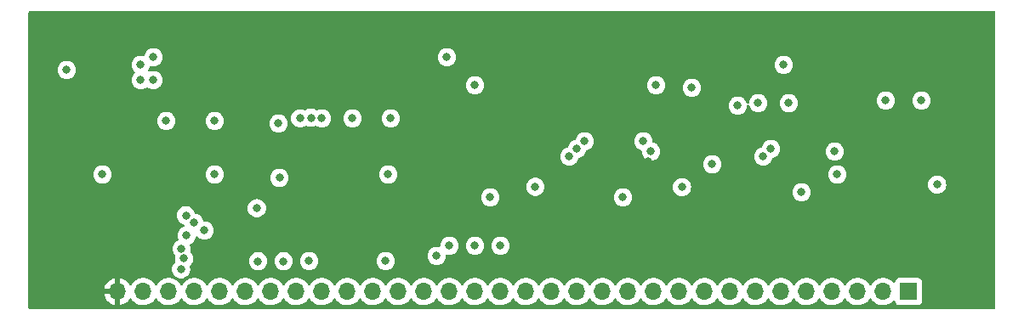
<source format=gbr>
%TF.GenerationSoftware,KiCad,Pcbnew,(6.0.0-0)*%
%TF.CreationDate,2022-10-19T21:29:49-04:00*%
%TF.ProjectId,CPU-Instruction-Decoder,4350552d-496e-4737-9472-756374696f6e,rev?*%
%TF.SameCoordinates,Original*%
%TF.FileFunction,Copper,L2,Inr*%
%TF.FilePolarity,Positive*%
%FSLAX46Y46*%
G04 Gerber Fmt 4.6, Leading zero omitted, Abs format (unit mm)*
G04 Created by KiCad (PCBNEW (6.0.0-0)) date 2022-10-19 21:29:49*
%MOMM*%
%LPD*%
G01*
G04 APERTURE LIST*
%TA.AperFunction,ComponentPad*%
%ADD10R,1.700000X1.700000*%
%TD*%
%TA.AperFunction,ComponentPad*%
%ADD11O,1.700000X1.700000*%
%TD*%
%TA.AperFunction,ViaPad*%
%ADD12C,0.800000*%
%TD*%
G04 APERTURE END LIST*
D10*
%TO.N,~{MEM_WRITE}*%
%TO.C,J1*%
X338836000Y-221488000D03*
D11*
%TO.N,~{MEM_READ}*%
X336296000Y-221488000D03*
%TO.N,~{STACK_SEG_EN}*%
X333756000Y-221488000D03*
%TO.N,~{DATA_SEG_EN}*%
X331216000Y-221488000D03*
%TO.N,~{CODE_SEG_EN}*%
X328676000Y-221488000D03*
%TO.N,~{STACK_SEG_OUT}*%
X326136000Y-221488000D03*
%TO.N,~{DATA_SEG_OUT}*%
X323596000Y-221488000D03*
%TO.N,~{CODE_SEG_OUT}*%
X321056000Y-221488000D03*
%TO.N,~{MEM_LATCH_MAR}*%
X318516000Y-221488000D03*
%TO.N,~{STACK_SEG_IN}*%
X315976000Y-221488000D03*
%TO.N,~{DATA_SEG_IN}*%
X313436000Y-221488000D03*
%TO.N,~{CODE_SEG_IN}*%
X310896000Y-221488000D03*
%TO.N,GPR6*%
X308356000Y-221488000D03*
%TO.N,GPR5*%
X305816000Y-221488000D03*
%TO.N,GPR4*%
X303276000Y-221488000D03*
%TO.N,GPR3*%
X300736000Y-221488000D03*
%TO.N,GPR2*%
X298196000Y-221488000D03*
%TO.N,GPR1*%
X295656000Y-221488000D03*
%TO.N,GPR0*%
X293116000Y-221488000D03*
%TO.N,WR1*%
X290576000Y-221488000D03*
%TO.N,WR0*%
X288036000Y-221488000D03*
%TO.N,RD1*%
X285496000Y-221488000D03*
%TO.N,RD0*%
X282956000Y-221488000D03*
%TO.N,\u03BCWR2*%
X280416000Y-221488000D03*
%TO.N,\u03BCWR1*%
X277876000Y-221488000D03*
%TO.N,\u03BCWR0*%
X275336000Y-221488000D03*
%TO.N,\u03BCRD3*%
X272796000Y-221488000D03*
%TO.N,\u03BCRD2*%
X270256000Y-221488000D03*
%TO.N,\u03BCRD1*%
X267716000Y-221488000D03*
%TO.N,\u03BCRD0*%
X265176000Y-221488000D03*
%TO.N,GND*%
X262636000Y-221488000D03*
%TO.N,VCC*%
X260096000Y-221488000D03*
%TD*%
D12*
%TO.N,\u03BCRD0*%
X278257000Y-204213888D03*
X305054000Y-208026000D03*
%TO.N,\u03BCRD1*%
X279339744Y-204155744D03*
X305816000Y-207264000D03*
%TO.N,\u03BCRD2*%
X306578000Y-206502000D03*
X280416000Y-204216000D03*
%TO.N,RD0*%
X276098000Y-204724000D03*
X273944864Y-213181000D03*
%TO.N,RD1*%
X310388000Y-212090000D03*
%TO.N,\u03BCWR0*%
X266704622Y-218203253D03*
X274066000Y-218477500D03*
%TO.N,\u03BCWR1*%
X262382000Y-198882000D03*
X266446000Y-217237789D03*
X262382000Y-200406000D03*
X276606000Y-218477500D03*
%TO.N,\u03BCWR2*%
X279146000Y-218440000D03*
X266954000Y-215900000D03*
X263652000Y-198120000D03*
X263652000Y-200406000D03*
%TO.N,WR0*%
X286766000Y-218440000D03*
X266399576Y-219271636D03*
%TO.N,WR1*%
X297180000Y-212090000D03*
X291846000Y-217932000D03*
%TO.N,GND*%
X321818000Y-202946000D03*
X317246000Y-201168000D03*
X258572000Y-209804000D03*
X287274000Y-204216000D03*
X264922000Y-204470000D03*
X341667500Y-210820000D03*
X328168000Y-211582000D03*
X269748000Y-204470000D03*
X316267500Y-211074000D03*
X301662543Y-211050457D03*
X276197725Y-210157725D03*
X269748000Y-209804000D03*
X283464000Y-204216000D03*
X287020000Y-209804000D03*
X255016000Y-199390000D03*
X292862000Y-198120000D03*
%TO.N,VCC*%
X333248000Y-202946000D03*
X321818000Y-201168000D03*
X275590000Y-200406000D03*
X259588000Y-199390000D03*
X291338000Y-201422000D03*
X312928000Y-208534000D03*
X299212000Y-211836000D03*
X306832000Y-201930000D03*
%TO.N,GPR2*%
X266884364Y-213905500D03*
X298196000Y-216916000D03*
%TO.N,GPR1*%
X267722277Y-214622587D03*
X295656000Y-216916000D03*
%TO.N,GPR0*%
X268732000Y-215392000D03*
X293116000Y-216916000D03*
%TO.N,/~{READ_CODE}*%
X331724000Y-209804000D03*
X319278000Y-208788000D03*
X313182000Y-207518000D03*
%TO.N,/~{WRITE_CODE}*%
X295656000Y-200914000D03*
X313690000Y-200914000D03*
%TO.N,/~{READ_DATA}*%
X324358000Y-208026000D03*
X312420000Y-206502000D03*
X331470000Y-207518000D03*
%TO.N,/~{WRITE_DATA}*%
X326390000Y-198882000D03*
X325120000Y-207264000D03*
%TO.N,/~{READ_STACK}*%
X323850000Y-202692000D03*
X326902299Y-202696299D03*
%TO.N,Net-(U9-Pad12)*%
X336550000Y-202438000D03*
X340106000Y-202438000D03*
%TD*%
%TA.AperFunction,Conductor*%
%TO.N,VCC*%
G36*
X347414121Y-193568002D02*
G01*
X347460614Y-193621658D01*
X347472000Y-193674000D01*
X347472000Y-223140000D01*
X347451998Y-223208121D01*
X347398342Y-223254614D01*
X347346000Y-223266000D01*
X251332000Y-223266000D01*
X251263879Y-223245998D01*
X251217386Y-223192342D01*
X251206000Y-223140000D01*
X251206000Y-221755966D01*
X258764257Y-221755966D01*
X258794565Y-221890446D01*
X258797645Y-221900275D01*
X258877770Y-222097603D01*
X258882413Y-222106794D01*
X258993694Y-222288388D01*
X258999777Y-222296699D01*
X259139213Y-222457667D01*
X259146580Y-222464883D01*
X259310434Y-222600916D01*
X259318881Y-222606831D01*
X259502756Y-222714279D01*
X259512042Y-222718729D01*
X259711001Y-222794703D01*
X259720899Y-222797579D01*
X259824250Y-222818606D01*
X259838299Y-222817410D01*
X259842000Y-222807065D01*
X259842000Y-222806517D01*
X260350000Y-222806517D01*
X260354064Y-222820359D01*
X260367478Y-222822393D01*
X260374184Y-222821534D01*
X260384262Y-222819392D01*
X260588255Y-222758191D01*
X260597842Y-222754433D01*
X260789095Y-222660739D01*
X260797945Y-222655464D01*
X260971328Y-222531792D01*
X260979200Y-222525139D01*
X261130052Y-222374812D01*
X261136730Y-222366965D01*
X261264022Y-222189819D01*
X261265279Y-222190722D01*
X261312373Y-222147362D01*
X261382311Y-222135145D01*
X261447751Y-222162678D01*
X261475579Y-222194511D01*
X261535987Y-222293088D01*
X261682250Y-222461938D01*
X261854126Y-222604632D01*
X262047000Y-222717338D01*
X262255692Y-222797030D01*
X262260760Y-222798061D01*
X262260763Y-222798062D01*
X262355862Y-222817410D01*
X262474597Y-222841567D01*
X262479772Y-222841757D01*
X262479774Y-222841757D01*
X262692673Y-222849564D01*
X262692677Y-222849564D01*
X262697837Y-222849753D01*
X262702957Y-222849097D01*
X262702959Y-222849097D01*
X262914288Y-222822025D01*
X262914289Y-222822025D01*
X262919416Y-222821368D01*
X262924366Y-222819883D01*
X263128429Y-222758661D01*
X263128434Y-222758659D01*
X263133384Y-222757174D01*
X263333994Y-222658896D01*
X263515860Y-222529173D01*
X263674096Y-222371489D01*
X263804453Y-222190077D01*
X263805776Y-222191028D01*
X263852645Y-222147857D01*
X263922580Y-222135625D01*
X263988026Y-222163144D01*
X264015875Y-222194994D01*
X264075987Y-222293088D01*
X264222250Y-222461938D01*
X264394126Y-222604632D01*
X264587000Y-222717338D01*
X264795692Y-222797030D01*
X264800760Y-222798061D01*
X264800763Y-222798062D01*
X264895862Y-222817410D01*
X265014597Y-222841567D01*
X265019772Y-222841757D01*
X265019774Y-222841757D01*
X265232673Y-222849564D01*
X265232677Y-222849564D01*
X265237837Y-222849753D01*
X265242957Y-222849097D01*
X265242959Y-222849097D01*
X265454288Y-222822025D01*
X265454289Y-222822025D01*
X265459416Y-222821368D01*
X265464366Y-222819883D01*
X265668429Y-222758661D01*
X265668434Y-222758659D01*
X265673384Y-222757174D01*
X265873994Y-222658896D01*
X266055860Y-222529173D01*
X266214096Y-222371489D01*
X266344453Y-222190077D01*
X266345776Y-222191028D01*
X266392645Y-222147857D01*
X266462580Y-222135625D01*
X266528026Y-222163144D01*
X266555875Y-222194994D01*
X266615987Y-222293088D01*
X266762250Y-222461938D01*
X266934126Y-222604632D01*
X267127000Y-222717338D01*
X267335692Y-222797030D01*
X267340760Y-222798061D01*
X267340763Y-222798062D01*
X267435862Y-222817410D01*
X267554597Y-222841567D01*
X267559772Y-222841757D01*
X267559774Y-222841757D01*
X267772673Y-222849564D01*
X267772677Y-222849564D01*
X267777837Y-222849753D01*
X267782957Y-222849097D01*
X267782959Y-222849097D01*
X267994288Y-222822025D01*
X267994289Y-222822025D01*
X267999416Y-222821368D01*
X268004366Y-222819883D01*
X268208429Y-222758661D01*
X268208434Y-222758659D01*
X268213384Y-222757174D01*
X268413994Y-222658896D01*
X268595860Y-222529173D01*
X268754096Y-222371489D01*
X268884453Y-222190077D01*
X268885776Y-222191028D01*
X268932645Y-222147857D01*
X269002580Y-222135625D01*
X269068026Y-222163144D01*
X269095875Y-222194994D01*
X269155987Y-222293088D01*
X269302250Y-222461938D01*
X269474126Y-222604632D01*
X269667000Y-222717338D01*
X269875692Y-222797030D01*
X269880760Y-222798061D01*
X269880763Y-222798062D01*
X269975862Y-222817410D01*
X270094597Y-222841567D01*
X270099772Y-222841757D01*
X270099774Y-222841757D01*
X270312673Y-222849564D01*
X270312677Y-222849564D01*
X270317837Y-222849753D01*
X270322957Y-222849097D01*
X270322959Y-222849097D01*
X270534288Y-222822025D01*
X270534289Y-222822025D01*
X270539416Y-222821368D01*
X270544366Y-222819883D01*
X270748429Y-222758661D01*
X270748434Y-222758659D01*
X270753384Y-222757174D01*
X270953994Y-222658896D01*
X271135860Y-222529173D01*
X271294096Y-222371489D01*
X271424453Y-222190077D01*
X271425776Y-222191028D01*
X271472645Y-222147857D01*
X271542580Y-222135625D01*
X271608026Y-222163144D01*
X271635875Y-222194994D01*
X271695987Y-222293088D01*
X271842250Y-222461938D01*
X272014126Y-222604632D01*
X272207000Y-222717338D01*
X272415692Y-222797030D01*
X272420760Y-222798061D01*
X272420763Y-222798062D01*
X272515862Y-222817410D01*
X272634597Y-222841567D01*
X272639772Y-222841757D01*
X272639774Y-222841757D01*
X272852673Y-222849564D01*
X272852677Y-222849564D01*
X272857837Y-222849753D01*
X272862957Y-222849097D01*
X272862959Y-222849097D01*
X273074288Y-222822025D01*
X273074289Y-222822025D01*
X273079416Y-222821368D01*
X273084366Y-222819883D01*
X273288429Y-222758661D01*
X273288434Y-222758659D01*
X273293384Y-222757174D01*
X273493994Y-222658896D01*
X273675860Y-222529173D01*
X273834096Y-222371489D01*
X273964453Y-222190077D01*
X273965776Y-222191028D01*
X274012645Y-222147857D01*
X274082580Y-222135625D01*
X274148026Y-222163144D01*
X274175875Y-222194994D01*
X274235987Y-222293088D01*
X274382250Y-222461938D01*
X274554126Y-222604632D01*
X274747000Y-222717338D01*
X274955692Y-222797030D01*
X274960760Y-222798061D01*
X274960763Y-222798062D01*
X275055862Y-222817410D01*
X275174597Y-222841567D01*
X275179772Y-222841757D01*
X275179774Y-222841757D01*
X275392673Y-222849564D01*
X275392677Y-222849564D01*
X275397837Y-222849753D01*
X275402957Y-222849097D01*
X275402959Y-222849097D01*
X275614288Y-222822025D01*
X275614289Y-222822025D01*
X275619416Y-222821368D01*
X275624366Y-222819883D01*
X275828429Y-222758661D01*
X275828434Y-222758659D01*
X275833384Y-222757174D01*
X276033994Y-222658896D01*
X276215860Y-222529173D01*
X276374096Y-222371489D01*
X276504453Y-222190077D01*
X276505776Y-222191028D01*
X276552645Y-222147857D01*
X276622580Y-222135625D01*
X276688026Y-222163144D01*
X276715875Y-222194994D01*
X276775987Y-222293088D01*
X276922250Y-222461938D01*
X277094126Y-222604632D01*
X277287000Y-222717338D01*
X277495692Y-222797030D01*
X277500760Y-222798061D01*
X277500763Y-222798062D01*
X277595862Y-222817410D01*
X277714597Y-222841567D01*
X277719772Y-222841757D01*
X277719774Y-222841757D01*
X277932673Y-222849564D01*
X277932677Y-222849564D01*
X277937837Y-222849753D01*
X277942957Y-222849097D01*
X277942959Y-222849097D01*
X278154288Y-222822025D01*
X278154289Y-222822025D01*
X278159416Y-222821368D01*
X278164366Y-222819883D01*
X278368429Y-222758661D01*
X278368434Y-222758659D01*
X278373384Y-222757174D01*
X278573994Y-222658896D01*
X278755860Y-222529173D01*
X278914096Y-222371489D01*
X279044453Y-222190077D01*
X279045776Y-222191028D01*
X279092645Y-222147857D01*
X279162580Y-222135625D01*
X279228026Y-222163144D01*
X279255875Y-222194994D01*
X279315987Y-222293088D01*
X279462250Y-222461938D01*
X279634126Y-222604632D01*
X279827000Y-222717338D01*
X280035692Y-222797030D01*
X280040760Y-222798061D01*
X280040763Y-222798062D01*
X280135862Y-222817410D01*
X280254597Y-222841567D01*
X280259772Y-222841757D01*
X280259774Y-222841757D01*
X280472673Y-222849564D01*
X280472677Y-222849564D01*
X280477837Y-222849753D01*
X280482957Y-222849097D01*
X280482959Y-222849097D01*
X280694288Y-222822025D01*
X280694289Y-222822025D01*
X280699416Y-222821368D01*
X280704366Y-222819883D01*
X280908429Y-222758661D01*
X280908434Y-222758659D01*
X280913384Y-222757174D01*
X281113994Y-222658896D01*
X281295860Y-222529173D01*
X281454096Y-222371489D01*
X281584453Y-222190077D01*
X281585776Y-222191028D01*
X281632645Y-222147857D01*
X281702580Y-222135625D01*
X281768026Y-222163144D01*
X281795875Y-222194994D01*
X281855987Y-222293088D01*
X282002250Y-222461938D01*
X282174126Y-222604632D01*
X282367000Y-222717338D01*
X282575692Y-222797030D01*
X282580760Y-222798061D01*
X282580763Y-222798062D01*
X282675862Y-222817410D01*
X282794597Y-222841567D01*
X282799772Y-222841757D01*
X282799774Y-222841757D01*
X283012673Y-222849564D01*
X283012677Y-222849564D01*
X283017837Y-222849753D01*
X283022957Y-222849097D01*
X283022959Y-222849097D01*
X283234288Y-222822025D01*
X283234289Y-222822025D01*
X283239416Y-222821368D01*
X283244366Y-222819883D01*
X283448429Y-222758661D01*
X283448434Y-222758659D01*
X283453384Y-222757174D01*
X283653994Y-222658896D01*
X283835860Y-222529173D01*
X283994096Y-222371489D01*
X284124453Y-222190077D01*
X284125776Y-222191028D01*
X284172645Y-222147857D01*
X284242580Y-222135625D01*
X284308026Y-222163144D01*
X284335875Y-222194994D01*
X284395987Y-222293088D01*
X284542250Y-222461938D01*
X284714126Y-222604632D01*
X284907000Y-222717338D01*
X285115692Y-222797030D01*
X285120760Y-222798061D01*
X285120763Y-222798062D01*
X285215862Y-222817410D01*
X285334597Y-222841567D01*
X285339772Y-222841757D01*
X285339774Y-222841757D01*
X285552673Y-222849564D01*
X285552677Y-222849564D01*
X285557837Y-222849753D01*
X285562957Y-222849097D01*
X285562959Y-222849097D01*
X285774288Y-222822025D01*
X285774289Y-222822025D01*
X285779416Y-222821368D01*
X285784366Y-222819883D01*
X285988429Y-222758661D01*
X285988434Y-222758659D01*
X285993384Y-222757174D01*
X286193994Y-222658896D01*
X286375860Y-222529173D01*
X286534096Y-222371489D01*
X286664453Y-222190077D01*
X286665776Y-222191028D01*
X286712645Y-222147857D01*
X286782580Y-222135625D01*
X286848026Y-222163144D01*
X286875875Y-222194994D01*
X286935987Y-222293088D01*
X287082250Y-222461938D01*
X287254126Y-222604632D01*
X287447000Y-222717338D01*
X287655692Y-222797030D01*
X287660760Y-222798061D01*
X287660763Y-222798062D01*
X287755862Y-222817410D01*
X287874597Y-222841567D01*
X287879772Y-222841757D01*
X287879774Y-222841757D01*
X288092673Y-222849564D01*
X288092677Y-222849564D01*
X288097837Y-222849753D01*
X288102957Y-222849097D01*
X288102959Y-222849097D01*
X288314288Y-222822025D01*
X288314289Y-222822025D01*
X288319416Y-222821368D01*
X288324366Y-222819883D01*
X288528429Y-222758661D01*
X288528434Y-222758659D01*
X288533384Y-222757174D01*
X288733994Y-222658896D01*
X288915860Y-222529173D01*
X289074096Y-222371489D01*
X289204453Y-222190077D01*
X289205776Y-222191028D01*
X289252645Y-222147857D01*
X289322580Y-222135625D01*
X289388026Y-222163144D01*
X289415875Y-222194994D01*
X289475987Y-222293088D01*
X289622250Y-222461938D01*
X289794126Y-222604632D01*
X289987000Y-222717338D01*
X290195692Y-222797030D01*
X290200760Y-222798061D01*
X290200763Y-222798062D01*
X290295862Y-222817410D01*
X290414597Y-222841567D01*
X290419772Y-222841757D01*
X290419774Y-222841757D01*
X290632673Y-222849564D01*
X290632677Y-222849564D01*
X290637837Y-222849753D01*
X290642957Y-222849097D01*
X290642959Y-222849097D01*
X290854288Y-222822025D01*
X290854289Y-222822025D01*
X290859416Y-222821368D01*
X290864366Y-222819883D01*
X291068429Y-222758661D01*
X291068434Y-222758659D01*
X291073384Y-222757174D01*
X291273994Y-222658896D01*
X291455860Y-222529173D01*
X291614096Y-222371489D01*
X291744453Y-222190077D01*
X291745776Y-222191028D01*
X291792645Y-222147857D01*
X291862580Y-222135625D01*
X291928026Y-222163144D01*
X291955875Y-222194994D01*
X292015987Y-222293088D01*
X292162250Y-222461938D01*
X292334126Y-222604632D01*
X292527000Y-222717338D01*
X292735692Y-222797030D01*
X292740760Y-222798061D01*
X292740763Y-222798062D01*
X292835862Y-222817410D01*
X292954597Y-222841567D01*
X292959772Y-222841757D01*
X292959774Y-222841757D01*
X293172673Y-222849564D01*
X293172677Y-222849564D01*
X293177837Y-222849753D01*
X293182957Y-222849097D01*
X293182959Y-222849097D01*
X293394288Y-222822025D01*
X293394289Y-222822025D01*
X293399416Y-222821368D01*
X293404366Y-222819883D01*
X293608429Y-222758661D01*
X293608434Y-222758659D01*
X293613384Y-222757174D01*
X293813994Y-222658896D01*
X293995860Y-222529173D01*
X294154096Y-222371489D01*
X294284453Y-222190077D01*
X294285776Y-222191028D01*
X294332645Y-222147857D01*
X294402580Y-222135625D01*
X294468026Y-222163144D01*
X294495875Y-222194994D01*
X294555987Y-222293088D01*
X294702250Y-222461938D01*
X294874126Y-222604632D01*
X295067000Y-222717338D01*
X295275692Y-222797030D01*
X295280760Y-222798061D01*
X295280763Y-222798062D01*
X295375862Y-222817410D01*
X295494597Y-222841567D01*
X295499772Y-222841757D01*
X295499774Y-222841757D01*
X295712673Y-222849564D01*
X295712677Y-222849564D01*
X295717837Y-222849753D01*
X295722957Y-222849097D01*
X295722959Y-222849097D01*
X295934288Y-222822025D01*
X295934289Y-222822025D01*
X295939416Y-222821368D01*
X295944366Y-222819883D01*
X296148429Y-222758661D01*
X296148434Y-222758659D01*
X296153384Y-222757174D01*
X296353994Y-222658896D01*
X296535860Y-222529173D01*
X296694096Y-222371489D01*
X296824453Y-222190077D01*
X296825776Y-222191028D01*
X296872645Y-222147857D01*
X296942580Y-222135625D01*
X297008026Y-222163144D01*
X297035875Y-222194994D01*
X297095987Y-222293088D01*
X297242250Y-222461938D01*
X297414126Y-222604632D01*
X297607000Y-222717338D01*
X297815692Y-222797030D01*
X297820760Y-222798061D01*
X297820763Y-222798062D01*
X297915862Y-222817410D01*
X298034597Y-222841567D01*
X298039772Y-222841757D01*
X298039774Y-222841757D01*
X298252673Y-222849564D01*
X298252677Y-222849564D01*
X298257837Y-222849753D01*
X298262957Y-222849097D01*
X298262959Y-222849097D01*
X298474288Y-222822025D01*
X298474289Y-222822025D01*
X298479416Y-222821368D01*
X298484366Y-222819883D01*
X298688429Y-222758661D01*
X298688434Y-222758659D01*
X298693384Y-222757174D01*
X298893994Y-222658896D01*
X299075860Y-222529173D01*
X299234096Y-222371489D01*
X299364453Y-222190077D01*
X299365776Y-222191028D01*
X299412645Y-222147857D01*
X299482580Y-222135625D01*
X299548026Y-222163144D01*
X299575875Y-222194994D01*
X299635987Y-222293088D01*
X299782250Y-222461938D01*
X299954126Y-222604632D01*
X300147000Y-222717338D01*
X300355692Y-222797030D01*
X300360760Y-222798061D01*
X300360763Y-222798062D01*
X300455862Y-222817410D01*
X300574597Y-222841567D01*
X300579772Y-222841757D01*
X300579774Y-222841757D01*
X300792673Y-222849564D01*
X300792677Y-222849564D01*
X300797837Y-222849753D01*
X300802957Y-222849097D01*
X300802959Y-222849097D01*
X301014288Y-222822025D01*
X301014289Y-222822025D01*
X301019416Y-222821368D01*
X301024366Y-222819883D01*
X301228429Y-222758661D01*
X301228434Y-222758659D01*
X301233384Y-222757174D01*
X301433994Y-222658896D01*
X301615860Y-222529173D01*
X301774096Y-222371489D01*
X301904453Y-222190077D01*
X301905776Y-222191028D01*
X301952645Y-222147857D01*
X302022580Y-222135625D01*
X302088026Y-222163144D01*
X302115875Y-222194994D01*
X302175987Y-222293088D01*
X302322250Y-222461938D01*
X302494126Y-222604632D01*
X302687000Y-222717338D01*
X302895692Y-222797030D01*
X302900760Y-222798061D01*
X302900763Y-222798062D01*
X302995862Y-222817410D01*
X303114597Y-222841567D01*
X303119772Y-222841757D01*
X303119774Y-222841757D01*
X303332673Y-222849564D01*
X303332677Y-222849564D01*
X303337837Y-222849753D01*
X303342957Y-222849097D01*
X303342959Y-222849097D01*
X303554288Y-222822025D01*
X303554289Y-222822025D01*
X303559416Y-222821368D01*
X303564366Y-222819883D01*
X303768429Y-222758661D01*
X303768434Y-222758659D01*
X303773384Y-222757174D01*
X303973994Y-222658896D01*
X304155860Y-222529173D01*
X304314096Y-222371489D01*
X304444453Y-222190077D01*
X304445776Y-222191028D01*
X304492645Y-222147857D01*
X304562580Y-222135625D01*
X304628026Y-222163144D01*
X304655875Y-222194994D01*
X304715987Y-222293088D01*
X304862250Y-222461938D01*
X305034126Y-222604632D01*
X305227000Y-222717338D01*
X305435692Y-222797030D01*
X305440760Y-222798061D01*
X305440763Y-222798062D01*
X305535862Y-222817410D01*
X305654597Y-222841567D01*
X305659772Y-222841757D01*
X305659774Y-222841757D01*
X305872673Y-222849564D01*
X305872677Y-222849564D01*
X305877837Y-222849753D01*
X305882957Y-222849097D01*
X305882959Y-222849097D01*
X306094288Y-222822025D01*
X306094289Y-222822025D01*
X306099416Y-222821368D01*
X306104366Y-222819883D01*
X306308429Y-222758661D01*
X306308434Y-222758659D01*
X306313384Y-222757174D01*
X306513994Y-222658896D01*
X306695860Y-222529173D01*
X306854096Y-222371489D01*
X306984453Y-222190077D01*
X306985776Y-222191028D01*
X307032645Y-222147857D01*
X307102580Y-222135625D01*
X307168026Y-222163144D01*
X307195875Y-222194994D01*
X307255987Y-222293088D01*
X307402250Y-222461938D01*
X307574126Y-222604632D01*
X307767000Y-222717338D01*
X307975692Y-222797030D01*
X307980760Y-222798061D01*
X307980763Y-222798062D01*
X308075862Y-222817410D01*
X308194597Y-222841567D01*
X308199772Y-222841757D01*
X308199774Y-222841757D01*
X308412673Y-222849564D01*
X308412677Y-222849564D01*
X308417837Y-222849753D01*
X308422957Y-222849097D01*
X308422959Y-222849097D01*
X308634288Y-222822025D01*
X308634289Y-222822025D01*
X308639416Y-222821368D01*
X308644366Y-222819883D01*
X308848429Y-222758661D01*
X308848434Y-222758659D01*
X308853384Y-222757174D01*
X309053994Y-222658896D01*
X309235860Y-222529173D01*
X309394096Y-222371489D01*
X309524453Y-222190077D01*
X309525776Y-222191028D01*
X309572645Y-222147857D01*
X309642580Y-222135625D01*
X309708026Y-222163144D01*
X309735875Y-222194994D01*
X309795987Y-222293088D01*
X309942250Y-222461938D01*
X310114126Y-222604632D01*
X310307000Y-222717338D01*
X310515692Y-222797030D01*
X310520760Y-222798061D01*
X310520763Y-222798062D01*
X310615862Y-222817410D01*
X310734597Y-222841567D01*
X310739772Y-222841757D01*
X310739774Y-222841757D01*
X310952673Y-222849564D01*
X310952677Y-222849564D01*
X310957837Y-222849753D01*
X310962957Y-222849097D01*
X310962959Y-222849097D01*
X311174288Y-222822025D01*
X311174289Y-222822025D01*
X311179416Y-222821368D01*
X311184366Y-222819883D01*
X311388429Y-222758661D01*
X311388434Y-222758659D01*
X311393384Y-222757174D01*
X311593994Y-222658896D01*
X311775860Y-222529173D01*
X311934096Y-222371489D01*
X312064453Y-222190077D01*
X312065776Y-222191028D01*
X312112645Y-222147857D01*
X312182580Y-222135625D01*
X312248026Y-222163144D01*
X312275875Y-222194994D01*
X312335987Y-222293088D01*
X312482250Y-222461938D01*
X312654126Y-222604632D01*
X312847000Y-222717338D01*
X313055692Y-222797030D01*
X313060760Y-222798061D01*
X313060763Y-222798062D01*
X313155862Y-222817410D01*
X313274597Y-222841567D01*
X313279772Y-222841757D01*
X313279774Y-222841757D01*
X313492673Y-222849564D01*
X313492677Y-222849564D01*
X313497837Y-222849753D01*
X313502957Y-222849097D01*
X313502959Y-222849097D01*
X313714288Y-222822025D01*
X313714289Y-222822025D01*
X313719416Y-222821368D01*
X313724366Y-222819883D01*
X313928429Y-222758661D01*
X313928434Y-222758659D01*
X313933384Y-222757174D01*
X314133994Y-222658896D01*
X314315860Y-222529173D01*
X314474096Y-222371489D01*
X314604453Y-222190077D01*
X314605776Y-222191028D01*
X314652645Y-222147857D01*
X314722580Y-222135625D01*
X314788026Y-222163144D01*
X314815875Y-222194994D01*
X314875987Y-222293088D01*
X315022250Y-222461938D01*
X315194126Y-222604632D01*
X315387000Y-222717338D01*
X315595692Y-222797030D01*
X315600760Y-222798061D01*
X315600763Y-222798062D01*
X315695862Y-222817410D01*
X315814597Y-222841567D01*
X315819772Y-222841757D01*
X315819774Y-222841757D01*
X316032673Y-222849564D01*
X316032677Y-222849564D01*
X316037837Y-222849753D01*
X316042957Y-222849097D01*
X316042959Y-222849097D01*
X316254288Y-222822025D01*
X316254289Y-222822025D01*
X316259416Y-222821368D01*
X316264366Y-222819883D01*
X316468429Y-222758661D01*
X316468434Y-222758659D01*
X316473384Y-222757174D01*
X316673994Y-222658896D01*
X316855860Y-222529173D01*
X317014096Y-222371489D01*
X317144453Y-222190077D01*
X317145776Y-222191028D01*
X317192645Y-222147857D01*
X317262580Y-222135625D01*
X317328026Y-222163144D01*
X317355875Y-222194994D01*
X317415987Y-222293088D01*
X317562250Y-222461938D01*
X317734126Y-222604632D01*
X317927000Y-222717338D01*
X318135692Y-222797030D01*
X318140760Y-222798061D01*
X318140763Y-222798062D01*
X318235862Y-222817410D01*
X318354597Y-222841567D01*
X318359772Y-222841757D01*
X318359774Y-222841757D01*
X318572673Y-222849564D01*
X318572677Y-222849564D01*
X318577837Y-222849753D01*
X318582957Y-222849097D01*
X318582959Y-222849097D01*
X318794288Y-222822025D01*
X318794289Y-222822025D01*
X318799416Y-222821368D01*
X318804366Y-222819883D01*
X319008429Y-222758661D01*
X319008434Y-222758659D01*
X319013384Y-222757174D01*
X319213994Y-222658896D01*
X319395860Y-222529173D01*
X319554096Y-222371489D01*
X319684453Y-222190077D01*
X319685776Y-222191028D01*
X319732645Y-222147857D01*
X319802580Y-222135625D01*
X319868026Y-222163144D01*
X319895875Y-222194994D01*
X319955987Y-222293088D01*
X320102250Y-222461938D01*
X320274126Y-222604632D01*
X320467000Y-222717338D01*
X320675692Y-222797030D01*
X320680760Y-222798061D01*
X320680763Y-222798062D01*
X320775862Y-222817410D01*
X320894597Y-222841567D01*
X320899772Y-222841757D01*
X320899774Y-222841757D01*
X321112673Y-222849564D01*
X321112677Y-222849564D01*
X321117837Y-222849753D01*
X321122957Y-222849097D01*
X321122959Y-222849097D01*
X321334288Y-222822025D01*
X321334289Y-222822025D01*
X321339416Y-222821368D01*
X321344366Y-222819883D01*
X321548429Y-222758661D01*
X321548434Y-222758659D01*
X321553384Y-222757174D01*
X321753994Y-222658896D01*
X321935860Y-222529173D01*
X322094096Y-222371489D01*
X322224453Y-222190077D01*
X322225776Y-222191028D01*
X322272645Y-222147857D01*
X322342580Y-222135625D01*
X322408026Y-222163144D01*
X322435875Y-222194994D01*
X322495987Y-222293088D01*
X322642250Y-222461938D01*
X322814126Y-222604632D01*
X323007000Y-222717338D01*
X323215692Y-222797030D01*
X323220760Y-222798061D01*
X323220763Y-222798062D01*
X323315862Y-222817410D01*
X323434597Y-222841567D01*
X323439772Y-222841757D01*
X323439774Y-222841757D01*
X323652673Y-222849564D01*
X323652677Y-222849564D01*
X323657837Y-222849753D01*
X323662957Y-222849097D01*
X323662959Y-222849097D01*
X323874288Y-222822025D01*
X323874289Y-222822025D01*
X323879416Y-222821368D01*
X323884366Y-222819883D01*
X324088429Y-222758661D01*
X324088434Y-222758659D01*
X324093384Y-222757174D01*
X324293994Y-222658896D01*
X324475860Y-222529173D01*
X324634096Y-222371489D01*
X324764453Y-222190077D01*
X324765776Y-222191028D01*
X324812645Y-222147857D01*
X324882580Y-222135625D01*
X324948026Y-222163144D01*
X324975875Y-222194994D01*
X325035987Y-222293088D01*
X325182250Y-222461938D01*
X325354126Y-222604632D01*
X325547000Y-222717338D01*
X325755692Y-222797030D01*
X325760760Y-222798061D01*
X325760763Y-222798062D01*
X325855862Y-222817410D01*
X325974597Y-222841567D01*
X325979772Y-222841757D01*
X325979774Y-222841757D01*
X326192673Y-222849564D01*
X326192677Y-222849564D01*
X326197837Y-222849753D01*
X326202957Y-222849097D01*
X326202959Y-222849097D01*
X326414288Y-222822025D01*
X326414289Y-222822025D01*
X326419416Y-222821368D01*
X326424366Y-222819883D01*
X326628429Y-222758661D01*
X326628434Y-222758659D01*
X326633384Y-222757174D01*
X326833994Y-222658896D01*
X327015860Y-222529173D01*
X327174096Y-222371489D01*
X327304453Y-222190077D01*
X327305776Y-222191028D01*
X327352645Y-222147857D01*
X327422580Y-222135625D01*
X327488026Y-222163144D01*
X327515875Y-222194994D01*
X327575987Y-222293088D01*
X327722250Y-222461938D01*
X327894126Y-222604632D01*
X328087000Y-222717338D01*
X328295692Y-222797030D01*
X328300760Y-222798061D01*
X328300763Y-222798062D01*
X328395862Y-222817410D01*
X328514597Y-222841567D01*
X328519772Y-222841757D01*
X328519774Y-222841757D01*
X328732673Y-222849564D01*
X328732677Y-222849564D01*
X328737837Y-222849753D01*
X328742957Y-222849097D01*
X328742959Y-222849097D01*
X328954288Y-222822025D01*
X328954289Y-222822025D01*
X328959416Y-222821368D01*
X328964366Y-222819883D01*
X329168429Y-222758661D01*
X329168434Y-222758659D01*
X329173384Y-222757174D01*
X329373994Y-222658896D01*
X329555860Y-222529173D01*
X329714096Y-222371489D01*
X329844453Y-222190077D01*
X329845776Y-222191028D01*
X329892645Y-222147857D01*
X329962580Y-222135625D01*
X330028026Y-222163144D01*
X330055875Y-222194994D01*
X330115987Y-222293088D01*
X330262250Y-222461938D01*
X330434126Y-222604632D01*
X330627000Y-222717338D01*
X330835692Y-222797030D01*
X330840760Y-222798061D01*
X330840763Y-222798062D01*
X330935862Y-222817410D01*
X331054597Y-222841567D01*
X331059772Y-222841757D01*
X331059774Y-222841757D01*
X331272673Y-222849564D01*
X331272677Y-222849564D01*
X331277837Y-222849753D01*
X331282957Y-222849097D01*
X331282959Y-222849097D01*
X331494288Y-222822025D01*
X331494289Y-222822025D01*
X331499416Y-222821368D01*
X331504366Y-222819883D01*
X331708429Y-222758661D01*
X331708434Y-222758659D01*
X331713384Y-222757174D01*
X331913994Y-222658896D01*
X332095860Y-222529173D01*
X332254096Y-222371489D01*
X332384453Y-222190077D01*
X332385776Y-222191028D01*
X332432645Y-222147857D01*
X332502580Y-222135625D01*
X332568026Y-222163144D01*
X332595875Y-222194994D01*
X332655987Y-222293088D01*
X332802250Y-222461938D01*
X332974126Y-222604632D01*
X333167000Y-222717338D01*
X333375692Y-222797030D01*
X333380760Y-222798061D01*
X333380763Y-222798062D01*
X333475862Y-222817410D01*
X333594597Y-222841567D01*
X333599772Y-222841757D01*
X333599774Y-222841757D01*
X333812673Y-222849564D01*
X333812677Y-222849564D01*
X333817837Y-222849753D01*
X333822957Y-222849097D01*
X333822959Y-222849097D01*
X334034288Y-222822025D01*
X334034289Y-222822025D01*
X334039416Y-222821368D01*
X334044366Y-222819883D01*
X334248429Y-222758661D01*
X334248434Y-222758659D01*
X334253384Y-222757174D01*
X334453994Y-222658896D01*
X334635860Y-222529173D01*
X334794096Y-222371489D01*
X334924453Y-222190077D01*
X334925776Y-222191028D01*
X334972645Y-222147857D01*
X335042580Y-222135625D01*
X335108026Y-222163144D01*
X335135875Y-222194994D01*
X335195987Y-222293088D01*
X335342250Y-222461938D01*
X335514126Y-222604632D01*
X335707000Y-222717338D01*
X335915692Y-222797030D01*
X335920760Y-222798061D01*
X335920763Y-222798062D01*
X336015862Y-222817410D01*
X336134597Y-222841567D01*
X336139772Y-222841757D01*
X336139774Y-222841757D01*
X336352673Y-222849564D01*
X336352677Y-222849564D01*
X336357837Y-222849753D01*
X336362957Y-222849097D01*
X336362959Y-222849097D01*
X336574288Y-222822025D01*
X336574289Y-222822025D01*
X336579416Y-222821368D01*
X336584366Y-222819883D01*
X336788429Y-222758661D01*
X336788434Y-222758659D01*
X336793384Y-222757174D01*
X336993994Y-222658896D01*
X337175860Y-222529173D01*
X337284091Y-222421319D01*
X337346462Y-222387404D01*
X337417268Y-222392592D01*
X337474030Y-222435238D01*
X337491012Y-222466341D01*
X337535385Y-222584705D01*
X337622739Y-222701261D01*
X337739295Y-222788615D01*
X337875684Y-222839745D01*
X337937866Y-222846500D01*
X339734134Y-222846500D01*
X339796316Y-222839745D01*
X339932705Y-222788615D01*
X340049261Y-222701261D01*
X340136615Y-222584705D01*
X340187745Y-222448316D01*
X340194500Y-222386134D01*
X340194500Y-220589866D01*
X340187745Y-220527684D01*
X340136615Y-220391295D01*
X340049261Y-220274739D01*
X339932705Y-220187385D01*
X339796316Y-220136255D01*
X339734134Y-220129500D01*
X337937866Y-220129500D01*
X337875684Y-220136255D01*
X337739295Y-220187385D01*
X337622739Y-220274739D01*
X337535385Y-220391295D01*
X337532233Y-220399703D01*
X337490919Y-220509907D01*
X337448277Y-220566671D01*
X337381716Y-220591371D01*
X337312367Y-220576163D01*
X337279743Y-220550476D01*
X337229151Y-220494875D01*
X337229142Y-220494866D01*
X337225670Y-220491051D01*
X337221619Y-220487852D01*
X337221615Y-220487848D01*
X337054414Y-220355800D01*
X337054410Y-220355798D01*
X337050359Y-220352598D01*
X337014028Y-220332542D01*
X336998135Y-220323769D01*
X336854789Y-220244638D01*
X336849920Y-220242914D01*
X336849916Y-220242912D01*
X336649087Y-220171795D01*
X336649083Y-220171794D01*
X336644212Y-220170069D01*
X336639119Y-220169162D01*
X336639116Y-220169161D01*
X336429373Y-220131800D01*
X336429367Y-220131799D01*
X336424284Y-220130894D01*
X336350452Y-220129992D01*
X336206081Y-220128228D01*
X336206079Y-220128228D01*
X336200911Y-220128165D01*
X335980091Y-220161955D01*
X335767756Y-220231357D01*
X335569607Y-220334507D01*
X335565474Y-220337610D01*
X335565471Y-220337612D01*
X335395100Y-220465530D01*
X335390965Y-220468635D01*
X335365541Y-220495240D01*
X335297280Y-220566671D01*
X335236629Y-220630138D01*
X335129201Y-220787621D01*
X335074293Y-220832621D01*
X335003768Y-220840792D01*
X334940021Y-220809538D01*
X334919324Y-220785054D01*
X334838822Y-220660617D01*
X334838820Y-220660614D01*
X334836014Y-220656277D01*
X334685670Y-220491051D01*
X334681619Y-220487852D01*
X334681615Y-220487848D01*
X334514414Y-220355800D01*
X334514410Y-220355798D01*
X334510359Y-220352598D01*
X334474028Y-220332542D01*
X334458135Y-220323769D01*
X334314789Y-220244638D01*
X334309920Y-220242914D01*
X334309916Y-220242912D01*
X334109087Y-220171795D01*
X334109083Y-220171794D01*
X334104212Y-220170069D01*
X334099119Y-220169162D01*
X334099116Y-220169161D01*
X333889373Y-220131800D01*
X333889367Y-220131799D01*
X333884284Y-220130894D01*
X333810452Y-220129992D01*
X333666081Y-220128228D01*
X333666079Y-220128228D01*
X333660911Y-220128165D01*
X333440091Y-220161955D01*
X333227756Y-220231357D01*
X333029607Y-220334507D01*
X333025474Y-220337610D01*
X333025471Y-220337612D01*
X332855100Y-220465530D01*
X332850965Y-220468635D01*
X332825541Y-220495240D01*
X332757280Y-220566671D01*
X332696629Y-220630138D01*
X332589201Y-220787621D01*
X332534293Y-220832621D01*
X332463768Y-220840792D01*
X332400021Y-220809538D01*
X332379324Y-220785054D01*
X332298822Y-220660617D01*
X332298820Y-220660614D01*
X332296014Y-220656277D01*
X332145670Y-220491051D01*
X332141619Y-220487852D01*
X332141615Y-220487848D01*
X331974414Y-220355800D01*
X331974410Y-220355798D01*
X331970359Y-220352598D01*
X331934028Y-220332542D01*
X331918135Y-220323769D01*
X331774789Y-220244638D01*
X331769920Y-220242914D01*
X331769916Y-220242912D01*
X331569087Y-220171795D01*
X331569083Y-220171794D01*
X331564212Y-220170069D01*
X331559119Y-220169162D01*
X331559116Y-220169161D01*
X331349373Y-220131800D01*
X331349367Y-220131799D01*
X331344284Y-220130894D01*
X331270452Y-220129992D01*
X331126081Y-220128228D01*
X331126079Y-220128228D01*
X331120911Y-220128165D01*
X330900091Y-220161955D01*
X330687756Y-220231357D01*
X330489607Y-220334507D01*
X330485474Y-220337610D01*
X330485471Y-220337612D01*
X330315100Y-220465530D01*
X330310965Y-220468635D01*
X330285541Y-220495240D01*
X330217280Y-220566671D01*
X330156629Y-220630138D01*
X330049201Y-220787621D01*
X329994293Y-220832621D01*
X329923768Y-220840792D01*
X329860021Y-220809538D01*
X329839324Y-220785054D01*
X329758822Y-220660617D01*
X329758820Y-220660614D01*
X329756014Y-220656277D01*
X329605670Y-220491051D01*
X329601619Y-220487852D01*
X329601615Y-220487848D01*
X329434414Y-220355800D01*
X329434410Y-220355798D01*
X329430359Y-220352598D01*
X329394028Y-220332542D01*
X329378135Y-220323769D01*
X329234789Y-220244638D01*
X329229920Y-220242914D01*
X329229916Y-220242912D01*
X329029087Y-220171795D01*
X329029083Y-220171794D01*
X329024212Y-220170069D01*
X329019119Y-220169162D01*
X329019116Y-220169161D01*
X328809373Y-220131800D01*
X328809367Y-220131799D01*
X328804284Y-220130894D01*
X328730452Y-220129992D01*
X328586081Y-220128228D01*
X328586079Y-220128228D01*
X328580911Y-220128165D01*
X328360091Y-220161955D01*
X328147756Y-220231357D01*
X327949607Y-220334507D01*
X327945474Y-220337610D01*
X327945471Y-220337612D01*
X327775100Y-220465530D01*
X327770965Y-220468635D01*
X327745541Y-220495240D01*
X327677280Y-220566671D01*
X327616629Y-220630138D01*
X327509201Y-220787621D01*
X327454293Y-220832621D01*
X327383768Y-220840792D01*
X327320021Y-220809538D01*
X327299324Y-220785054D01*
X327218822Y-220660617D01*
X327218820Y-220660614D01*
X327216014Y-220656277D01*
X327065670Y-220491051D01*
X327061619Y-220487852D01*
X327061615Y-220487848D01*
X326894414Y-220355800D01*
X326894410Y-220355798D01*
X326890359Y-220352598D01*
X326854028Y-220332542D01*
X326838135Y-220323769D01*
X326694789Y-220244638D01*
X326689920Y-220242914D01*
X326689916Y-220242912D01*
X326489087Y-220171795D01*
X326489083Y-220171794D01*
X326484212Y-220170069D01*
X326479119Y-220169162D01*
X326479116Y-220169161D01*
X326269373Y-220131800D01*
X326269367Y-220131799D01*
X326264284Y-220130894D01*
X326190452Y-220129992D01*
X326046081Y-220128228D01*
X326046079Y-220128228D01*
X326040911Y-220128165D01*
X325820091Y-220161955D01*
X325607756Y-220231357D01*
X325409607Y-220334507D01*
X325405474Y-220337610D01*
X325405471Y-220337612D01*
X325235100Y-220465530D01*
X325230965Y-220468635D01*
X325205541Y-220495240D01*
X325137280Y-220566671D01*
X325076629Y-220630138D01*
X324969201Y-220787621D01*
X324914293Y-220832621D01*
X324843768Y-220840792D01*
X324780021Y-220809538D01*
X324759324Y-220785054D01*
X324678822Y-220660617D01*
X324678820Y-220660614D01*
X324676014Y-220656277D01*
X324525670Y-220491051D01*
X324521619Y-220487852D01*
X324521615Y-220487848D01*
X324354414Y-220355800D01*
X324354410Y-220355798D01*
X324350359Y-220352598D01*
X324314028Y-220332542D01*
X324298135Y-220323769D01*
X324154789Y-220244638D01*
X324149920Y-220242914D01*
X324149916Y-220242912D01*
X323949087Y-220171795D01*
X323949083Y-220171794D01*
X323944212Y-220170069D01*
X323939119Y-220169162D01*
X323939116Y-220169161D01*
X323729373Y-220131800D01*
X323729367Y-220131799D01*
X323724284Y-220130894D01*
X323650452Y-220129992D01*
X323506081Y-220128228D01*
X323506079Y-220128228D01*
X323500911Y-220128165D01*
X323280091Y-220161955D01*
X323067756Y-220231357D01*
X322869607Y-220334507D01*
X322865474Y-220337610D01*
X322865471Y-220337612D01*
X322695100Y-220465530D01*
X322690965Y-220468635D01*
X322665541Y-220495240D01*
X322597280Y-220566671D01*
X322536629Y-220630138D01*
X322429201Y-220787621D01*
X322374293Y-220832621D01*
X322303768Y-220840792D01*
X322240021Y-220809538D01*
X322219324Y-220785054D01*
X322138822Y-220660617D01*
X322138820Y-220660614D01*
X322136014Y-220656277D01*
X321985670Y-220491051D01*
X321981619Y-220487852D01*
X321981615Y-220487848D01*
X321814414Y-220355800D01*
X321814410Y-220355798D01*
X321810359Y-220352598D01*
X321774028Y-220332542D01*
X321758135Y-220323769D01*
X321614789Y-220244638D01*
X321609920Y-220242914D01*
X321609916Y-220242912D01*
X321409087Y-220171795D01*
X321409083Y-220171794D01*
X321404212Y-220170069D01*
X321399119Y-220169162D01*
X321399116Y-220169161D01*
X321189373Y-220131800D01*
X321189367Y-220131799D01*
X321184284Y-220130894D01*
X321110452Y-220129992D01*
X320966081Y-220128228D01*
X320966079Y-220128228D01*
X320960911Y-220128165D01*
X320740091Y-220161955D01*
X320527756Y-220231357D01*
X320329607Y-220334507D01*
X320325474Y-220337610D01*
X320325471Y-220337612D01*
X320155100Y-220465530D01*
X320150965Y-220468635D01*
X320125541Y-220495240D01*
X320057280Y-220566671D01*
X319996629Y-220630138D01*
X319889201Y-220787621D01*
X319834293Y-220832621D01*
X319763768Y-220840792D01*
X319700021Y-220809538D01*
X319679324Y-220785054D01*
X319598822Y-220660617D01*
X319598820Y-220660614D01*
X319596014Y-220656277D01*
X319445670Y-220491051D01*
X319441619Y-220487852D01*
X319441615Y-220487848D01*
X319274414Y-220355800D01*
X319274410Y-220355798D01*
X319270359Y-220352598D01*
X319234028Y-220332542D01*
X319218135Y-220323769D01*
X319074789Y-220244638D01*
X319069920Y-220242914D01*
X319069916Y-220242912D01*
X318869087Y-220171795D01*
X318869083Y-220171794D01*
X318864212Y-220170069D01*
X318859119Y-220169162D01*
X318859116Y-220169161D01*
X318649373Y-220131800D01*
X318649367Y-220131799D01*
X318644284Y-220130894D01*
X318570452Y-220129992D01*
X318426081Y-220128228D01*
X318426079Y-220128228D01*
X318420911Y-220128165D01*
X318200091Y-220161955D01*
X317987756Y-220231357D01*
X317789607Y-220334507D01*
X317785474Y-220337610D01*
X317785471Y-220337612D01*
X317615100Y-220465530D01*
X317610965Y-220468635D01*
X317585541Y-220495240D01*
X317517280Y-220566671D01*
X317456629Y-220630138D01*
X317349201Y-220787621D01*
X317294293Y-220832621D01*
X317223768Y-220840792D01*
X317160021Y-220809538D01*
X317139324Y-220785054D01*
X317058822Y-220660617D01*
X317058820Y-220660614D01*
X317056014Y-220656277D01*
X316905670Y-220491051D01*
X316901619Y-220487852D01*
X316901615Y-220487848D01*
X316734414Y-220355800D01*
X316734410Y-220355798D01*
X316730359Y-220352598D01*
X316694028Y-220332542D01*
X316678135Y-220323769D01*
X316534789Y-220244638D01*
X316529920Y-220242914D01*
X316529916Y-220242912D01*
X316329087Y-220171795D01*
X316329083Y-220171794D01*
X316324212Y-220170069D01*
X316319119Y-220169162D01*
X316319116Y-220169161D01*
X316109373Y-220131800D01*
X316109367Y-220131799D01*
X316104284Y-220130894D01*
X316030452Y-220129992D01*
X315886081Y-220128228D01*
X315886079Y-220128228D01*
X315880911Y-220128165D01*
X315660091Y-220161955D01*
X315447756Y-220231357D01*
X315249607Y-220334507D01*
X315245474Y-220337610D01*
X315245471Y-220337612D01*
X315075100Y-220465530D01*
X315070965Y-220468635D01*
X315045541Y-220495240D01*
X314977280Y-220566671D01*
X314916629Y-220630138D01*
X314809201Y-220787621D01*
X314754293Y-220832621D01*
X314683768Y-220840792D01*
X314620021Y-220809538D01*
X314599324Y-220785054D01*
X314518822Y-220660617D01*
X314518820Y-220660614D01*
X314516014Y-220656277D01*
X314365670Y-220491051D01*
X314361619Y-220487852D01*
X314361615Y-220487848D01*
X314194414Y-220355800D01*
X314194410Y-220355798D01*
X314190359Y-220352598D01*
X314154028Y-220332542D01*
X314138135Y-220323769D01*
X313994789Y-220244638D01*
X313989920Y-220242914D01*
X313989916Y-220242912D01*
X313789087Y-220171795D01*
X313789083Y-220171794D01*
X313784212Y-220170069D01*
X313779119Y-220169162D01*
X313779116Y-220169161D01*
X313569373Y-220131800D01*
X313569367Y-220131799D01*
X313564284Y-220130894D01*
X313490452Y-220129992D01*
X313346081Y-220128228D01*
X313346079Y-220128228D01*
X313340911Y-220128165D01*
X313120091Y-220161955D01*
X312907756Y-220231357D01*
X312709607Y-220334507D01*
X312705474Y-220337610D01*
X312705471Y-220337612D01*
X312535100Y-220465530D01*
X312530965Y-220468635D01*
X312505541Y-220495240D01*
X312437280Y-220566671D01*
X312376629Y-220630138D01*
X312269201Y-220787621D01*
X312214293Y-220832621D01*
X312143768Y-220840792D01*
X312080021Y-220809538D01*
X312059324Y-220785054D01*
X311978822Y-220660617D01*
X311978820Y-220660614D01*
X311976014Y-220656277D01*
X311825670Y-220491051D01*
X311821619Y-220487852D01*
X311821615Y-220487848D01*
X311654414Y-220355800D01*
X311654410Y-220355798D01*
X311650359Y-220352598D01*
X311614028Y-220332542D01*
X311598135Y-220323769D01*
X311454789Y-220244638D01*
X311449920Y-220242914D01*
X311449916Y-220242912D01*
X311249087Y-220171795D01*
X311249083Y-220171794D01*
X311244212Y-220170069D01*
X311239119Y-220169162D01*
X311239116Y-220169161D01*
X311029373Y-220131800D01*
X311029367Y-220131799D01*
X311024284Y-220130894D01*
X310950452Y-220129992D01*
X310806081Y-220128228D01*
X310806079Y-220128228D01*
X310800911Y-220128165D01*
X310580091Y-220161955D01*
X310367756Y-220231357D01*
X310169607Y-220334507D01*
X310165474Y-220337610D01*
X310165471Y-220337612D01*
X309995100Y-220465530D01*
X309990965Y-220468635D01*
X309965541Y-220495240D01*
X309897280Y-220566671D01*
X309836629Y-220630138D01*
X309729201Y-220787621D01*
X309674293Y-220832621D01*
X309603768Y-220840792D01*
X309540021Y-220809538D01*
X309519324Y-220785054D01*
X309438822Y-220660617D01*
X309438820Y-220660614D01*
X309436014Y-220656277D01*
X309285670Y-220491051D01*
X309281619Y-220487852D01*
X309281615Y-220487848D01*
X309114414Y-220355800D01*
X309114410Y-220355798D01*
X309110359Y-220352598D01*
X309074028Y-220332542D01*
X309058135Y-220323769D01*
X308914789Y-220244638D01*
X308909920Y-220242914D01*
X308909916Y-220242912D01*
X308709087Y-220171795D01*
X308709083Y-220171794D01*
X308704212Y-220170069D01*
X308699119Y-220169162D01*
X308699116Y-220169161D01*
X308489373Y-220131800D01*
X308489367Y-220131799D01*
X308484284Y-220130894D01*
X308410452Y-220129992D01*
X308266081Y-220128228D01*
X308266079Y-220128228D01*
X308260911Y-220128165D01*
X308040091Y-220161955D01*
X307827756Y-220231357D01*
X307629607Y-220334507D01*
X307625474Y-220337610D01*
X307625471Y-220337612D01*
X307455100Y-220465530D01*
X307450965Y-220468635D01*
X307425541Y-220495240D01*
X307357280Y-220566671D01*
X307296629Y-220630138D01*
X307189201Y-220787621D01*
X307134293Y-220832621D01*
X307063768Y-220840792D01*
X307000021Y-220809538D01*
X306979324Y-220785054D01*
X306898822Y-220660617D01*
X306898820Y-220660614D01*
X306896014Y-220656277D01*
X306745670Y-220491051D01*
X306741619Y-220487852D01*
X306741615Y-220487848D01*
X306574414Y-220355800D01*
X306574410Y-220355798D01*
X306570359Y-220352598D01*
X306534028Y-220332542D01*
X306518135Y-220323769D01*
X306374789Y-220244638D01*
X306369920Y-220242914D01*
X306369916Y-220242912D01*
X306169087Y-220171795D01*
X306169083Y-220171794D01*
X306164212Y-220170069D01*
X306159119Y-220169162D01*
X306159116Y-220169161D01*
X305949373Y-220131800D01*
X305949367Y-220131799D01*
X305944284Y-220130894D01*
X305870452Y-220129992D01*
X305726081Y-220128228D01*
X305726079Y-220128228D01*
X305720911Y-220128165D01*
X305500091Y-220161955D01*
X305287756Y-220231357D01*
X305089607Y-220334507D01*
X305085474Y-220337610D01*
X305085471Y-220337612D01*
X304915100Y-220465530D01*
X304910965Y-220468635D01*
X304885541Y-220495240D01*
X304817280Y-220566671D01*
X304756629Y-220630138D01*
X304649201Y-220787621D01*
X304594293Y-220832621D01*
X304523768Y-220840792D01*
X304460021Y-220809538D01*
X304439324Y-220785054D01*
X304358822Y-220660617D01*
X304358820Y-220660614D01*
X304356014Y-220656277D01*
X304205670Y-220491051D01*
X304201619Y-220487852D01*
X304201615Y-220487848D01*
X304034414Y-220355800D01*
X304034410Y-220355798D01*
X304030359Y-220352598D01*
X303994028Y-220332542D01*
X303978135Y-220323769D01*
X303834789Y-220244638D01*
X303829920Y-220242914D01*
X303829916Y-220242912D01*
X303629087Y-220171795D01*
X303629083Y-220171794D01*
X303624212Y-220170069D01*
X303619119Y-220169162D01*
X303619116Y-220169161D01*
X303409373Y-220131800D01*
X303409367Y-220131799D01*
X303404284Y-220130894D01*
X303330452Y-220129992D01*
X303186081Y-220128228D01*
X303186079Y-220128228D01*
X303180911Y-220128165D01*
X302960091Y-220161955D01*
X302747756Y-220231357D01*
X302549607Y-220334507D01*
X302545474Y-220337610D01*
X302545471Y-220337612D01*
X302375100Y-220465530D01*
X302370965Y-220468635D01*
X302345541Y-220495240D01*
X302277280Y-220566671D01*
X302216629Y-220630138D01*
X302109201Y-220787621D01*
X302054293Y-220832621D01*
X301983768Y-220840792D01*
X301920021Y-220809538D01*
X301899324Y-220785054D01*
X301818822Y-220660617D01*
X301818820Y-220660614D01*
X301816014Y-220656277D01*
X301665670Y-220491051D01*
X301661619Y-220487852D01*
X301661615Y-220487848D01*
X301494414Y-220355800D01*
X301494410Y-220355798D01*
X301490359Y-220352598D01*
X301454028Y-220332542D01*
X301438135Y-220323769D01*
X301294789Y-220244638D01*
X301289920Y-220242914D01*
X301289916Y-220242912D01*
X301089087Y-220171795D01*
X301089083Y-220171794D01*
X301084212Y-220170069D01*
X301079119Y-220169162D01*
X301079116Y-220169161D01*
X300869373Y-220131800D01*
X300869367Y-220131799D01*
X300864284Y-220130894D01*
X300790452Y-220129992D01*
X300646081Y-220128228D01*
X300646079Y-220128228D01*
X300640911Y-220128165D01*
X300420091Y-220161955D01*
X300207756Y-220231357D01*
X300009607Y-220334507D01*
X300005474Y-220337610D01*
X300005471Y-220337612D01*
X299835100Y-220465530D01*
X299830965Y-220468635D01*
X299805541Y-220495240D01*
X299737280Y-220566671D01*
X299676629Y-220630138D01*
X299569201Y-220787621D01*
X299514293Y-220832621D01*
X299443768Y-220840792D01*
X299380021Y-220809538D01*
X299359324Y-220785054D01*
X299278822Y-220660617D01*
X299278820Y-220660614D01*
X299276014Y-220656277D01*
X299125670Y-220491051D01*
X299121619Y-220487852D01*
X299121615Y-220487848D01*
X298954414Y-220355800D01*
X298954410Y-220355798D01*
X298950359Y-220352598D01*
X298914028Y-220332542D01*
X298898135Y-220323769D01*
X298754789Y-220244638D01*
X298749920Y-220242914D01*
X298749916Y-220242912D01*
X298549087Y-220171795D01*
X298549083Y-220171794D01*
X298544212Y-220170069D01*
X298539119Y-220169162D01*
X298539116Y-220169161D01*
X298329373Y-220131800D01*
X298329367Y-220131799D01*
X298324284Y-220130894D01*
X298250452Y-220129992D01*
X298106081Y-220128228D01*
X298106079Y-220128228D01*
X298100911Y-220128165D01*
X297880091Y-220161955D01*
X297667756Y-220231357D01*
X297469607Y-220334507D01*
X297465474Y-220337610D01*
X297465471Y-220337612D01*
X297295100Y-220465530D01*
X297290965Y-220468635D01*
X297265541Y-220495240D01*
X297197280Y-220566671D01*
X297136629Y-220630138D01*
X297029201Y-220787621D01*
X296974293Y-220832621D01*
X296903768Y-220840792D01*
X296840021Y-220809538D01*
X296819324Y-220785054D01*
X296738822Y-220660617D01*
X296738820Y-220660614D01*
X296736014Y-220656277D01*
X296585670Y-220491051D01*
X296581619Y-220487852D01*
X296581615Y-220487848D01*
X296414414Y-220355800D01*
X296414410Y-220355798D01*
X296410359Y-220352598D01*
X296374028Y-220332542D01*
X296358135Y-220323769D01*
X296214789Y-220244638D01*
X296209920Y-220242914D01*
X296209916Y-220242912D01*
X296009087Y-220171795D01*
X296009083Y-220171794D01*
X296004212Y-220170069D01*
X295999119Y-220169162D01*
X295999116Y-220169161D01*
X295789373Y-220131800D01*
X295789367Y-220131799D01*
X295784284Y-220130894D01*
X295710452Y-220129992D01*
X295566081Y-220128228D01*
X295566079Y-220128228D01*
X295560911Y-220128165D01*
X295340091Y-220161955D01*
X295127756Y-220231357D01*
X294929607Y-220334507D01*
X294925474Y-220337610D01*
X294925471Y-220337612D01*
X294755100Y-220465530D01*
X294750965Y-220468635D01*
X294725541Y-220495240D01*
X294657280Y-220566671D01*
X294596629Y-220630138D01*
X294489201Y-220787621D01*
X294434293Y-220832621D01*
X294363768Y-220840792D01*
X294300021Y-220809538D01*
X294279324Y-220785054D01*
X294198822Y-220660617D01*
X294198820Y-220660614D01*
X294196014Y-220656277D01*
X294045670Y-220491051D01*
X294041619Y-220487852D01*
X294041615Y-220487848D01*
X293874414Y-220355800D01*
X293874410Y-220355798D01*
X293870359Y-220352598D01*
X293834028Y-220332542D01*
X293818135Y-220323769D01*
X293674789Y-220244638D01*
X293669920Y-220242914D01*
X293669916Y-220242912D01*
X293469087Y-220171795D01*
X293469083Y-220171794D01*
X293464212Y-220170069D01*
X293459119Y-220169162D01*
X293459116Y-220169161D01*
X293249373Y-220131800D01*
X293249367Y-220131799D01*
X293244284Y-220130894D01*
X293170452Y-220129992D01*
X293026081Y-220128228D01*
X293026079Y-220128228D01*
X293020911Y-220128165D01*
X292800091Y-220161955D01*
X292587756Y-220231357D01*
X292389607Y-220334507D01*
X292385474Y-220337610D01*
X292385471Y-220337612D01*
X292215100Y-220465530D01*
X292210965Y-220468635D01*
X292185541Y-220495240D01*
X292117280Y-220566671D01*
X292056629Y-220630138D01*
X291949201Y-220787621D01*
X291894293Y-220832621D01*
X291823768Y-220840792D01*
X291760021Y-220809538D01*
X291739324Y-220785054D01*
X291658822Y-220660617D01*
X291658820Y-220660614D01*
X291656014Y-220656277D01*
X291505670Y-220491051D01*
X291501619Y-220487852D01*
X291501615Y-220487848D01*
X291334414Y-220355800D01*
X291334410Y-220355798D01*
X291330359Y-220352598D01*
X291294028Y-220332542D01*
X291278135Y-220323769D01*
X291134789Y-220244638D01*
X291129920Y-220242914D01*
X291129916Y-220242912D01*
X290929087Y-220171795D01*
X290929083Y-220171794D01*
X290924212Y-220170069D01*
X290919119Y-220169162D01*
X290919116Y-220169161D01*
X290709373Y-220131800D01*
X290709367Y-220131799D01*
X290704284Y-220130894D01*
X290630452Y-220129992D01*
X290486081Y-220128228D01*
X290486079Y-220128228D01*
X290480911Y-220128165D01*
X290260091Y-220161955D01*
X290047756Y-220231357D01*
X289849607Y-220334507D01*
X289845474Y-220337610D01*
X289845471Y-220337612D01*
X289675100Y-220465530D01*
X289670965Y-220468635D01*
X289645541Y-220495240D01*
X289577280Y-220566671D01*
X289516629Y-220630138D01*
X289409201Y-220787621D01*
X289354293Y-220832621D01*
X289283768Y-220840792D01*
X289220021Y-220809538D01*
X289199324Y-220785054D01*
X289118822Y-220660617D01*
X289118820Y-220660614D01*
X289116014Y-220656277D01*
X288965670Y-220491051D01*
X288961619Y-220487852D01*
X288961615Y-220487848D01*
X288794414Y-220355800D01*
X288794410Y-220355798D01*
X288790359Y-220352598D01*
X288754028Y-220332542D01*
X288738135Y-220323769D01*
X288594789Y-220244638D01*
X288589920Y-220242914D01*
X288589916Y-220242912D01*
X288389087Y-220171795D01*
X288389083Y-220171794D01*
X288384212Y-220170069D01*
X288379119Y-220169162D01*
X288379116Y-220169161D01*
X288169373Y-220131800D01*
X288169367Y-220131799D01*
X288164284Y-220130894D01*
X288090452Y-220129992D01*
X287946081Y-220128228D01*
X287946079Y-220128228D01*
X287940911Y-220128165D01*
X287720091Y-220161955D01*
X287507756Y-220231357D01*
X287309607Y-220334507D01*
X287305474Y-220337610D01*
X287305471Y-220337612D01*
X287135100Y-220465530D01*
X287130965Y-220468635D01*
X287105541Y-220495240D01*
X287037280Y-220566671D01*
X286976629Y-220630138D01*
X286869201Y-220787621D01*
X286814293Y-220832621D01*
X286743768Y-220840792D01*
X286680021Y-220809538D01*
X286659324Y-220785054D01*
X286578822Y-220660617D01*
X286578820Y-220660614D01*
X286576014Y-220656277D01*
X286425670Y-220491051D01*
X286421619Y-220487852D01*
X286421615Y-220487848D01*
X286254414Y-220355800D01*
X286254410Y-220355798D01*
X286250359Y-220352598D01*
X286214028Y-220332542D01*
X286198135Y-220323769D01*
X286054789Y-220244638D01*
X286049920Y-220242914D01*
X286049916Y-220242912D01*
X285849087Y-220171795D01*
X285849083Y-220171794D01*
X285844212Y-220170069D01*
X285839119Y-220169162D01*
X285839116Y-220169161D01*
X285629373Y-220131800D01*
X285629367Y-220131799D01*
X285624284Y-220130894D01*
X285550452Y-220129992D01*
X285406081Y-220128228D01*
X285406079Y-220128228D01*
X285400911Y-220128165D01*
X285180091Y-220161955D01*
X284967756Y-220231357D01*
X284769607Y-220334507D01*
X284765474Y-220337610D01*
X284765471Y-220337612D01*
X284595100Y-220465530D01*
X284590965Y-220468635D01*
X284565541Y-220495240D01*
X284497280Y-220566671D01*
X284436629Y-220630138D01*
X284329201Y-220787621D01*
X284274293Y-220832621D01*
X284203768Y-220840792D01*
X284140021Y-220809538D01*
X284119324Y-220785054D01*
X284038822Y-220660617D01*
X284038820Y-220660614D01*
X284036014Y-220656277D01*
X283885670Y-220491051D01*
X283881619Y-220487852D01*
X283881615Y-220487848D01*
X283714414Y-220355800D01*
X283714410Y-220355798D01*
X283710359Y-220352598D01*
X283674028Y-220332542D01*
X283658135Y-220323769D01*
X283514789Y-220244638D01*
X283509920Y-220242914D01*
X283509916Y-220242912D01*
X283309087Y-220171795D01*
X283309083Y-220171794D01*
X283304212Y-220170069D01*
X283299119Y-220169162D01*
X283299116Y-220169161D01*
X283089373Y-220131800D01*
X283089367Y-220131799D01*
X283084284Y-220130894D01*
X283010452Y-220129992D01*
X282866081Y-220128228D01*
X282866079Y-220128228D01*
X282860911Y-220128165D01*
X282640091Y-220161955D01*
X282427756Y-220231357D01*
X282229607Y-220334507D01*
X282225474Y-220337610D01*
X282225471Y-220337612D01*
X282055100Y-220465530D01*
X282050965Y-220468635D01*
X282025541Y-220495240D01*
X281957280Y-220566671D01*
X281896629Y-220630138D01*
X281789201Y-220787621D01*
X281734293Y-220832621D01*
X281663768Y-220840792D01*
X281600021Y-220809538D01*
X281579324Y-220785054D01*
X281498822Y-220660617D01*
X281498820Y-220660614D01*
X281496014Y-220656277D01*
X281345670Y-220491051D01*
X281341619Y-220487852D01*
X281341615Y-220487848D01*
X281174414Y-220355800D01*
X281174410Y-220355798D01*
X281170359Y-220352598D01*
X281134028Y-220332542D01*
X281118135Y-220323769D01*
X280974789Y-220244638D01*
X280969920Y-220242914D01*
X280969916Y-220242912D01*
X280769087Y-220171795D01*
X280769083Y-220171794D01*
X280764212Y-220170069D01*
X280759119Y-220169162D01*
X280759116Y-220169161D01*
X280549373Y-220131800D01*
X280549367Y-220131799D01*
X280544284Y-220130894D01*
X280470452Y-220129992D01*
X280326081Y-220128228D01*
X280326079Y-220128228D01*
X280320911Y-220128165D01*
X280100091Y-220161955D01*
X279887756Y-220231357D01*
X279689607Y-220334507D01*
X279685474Y-220337610D01*
X279685471Y-220337612D01*
X279515100Y-220465530D01*
X279510965Y-220468635D01*
X279485541Y-220495240D01*
X279417280Y-220566671D01*
X279356629Y-220630138D01*
X279249201Y-220787621D01*
X279194293Y-220832621D01*
X279123768Y-220840792D01*
X279060021Y-220809538D01*
X279039324Y-220785054D01*
X278958822Y-220660617D01*
X278958820Y-220660614D01*
X278956014Y-220656277D01*
X278805670Y-220491051D01*
X278801619Y-220487852D01*
X278801615Y-220487848D01*
X278634414Y-220355800D01*
X278634410Y-220355798D01*
X278630359Y-220352598D01*
X278594028Y-220332542D01*
X278578135Y-220323769D01*
X278434789Y-220244638D01*
X278429920Y-220242914D01*
X278429916Y-220242912D01*
X278229087Y-220171795D01*
X278229083Y-220171794D01*
X278224212Y-220170069D01*
X278219119Y-220169162D01*
X278219116Y-220169161D01*
X278009373Y-220131800D01*
X278009367Y-220131799D01*
X278004284Y-220130894D01*
X277930452Y-220129992D01*
X277786081Y-220128228D01*
X277786079Y-220128228D01*
X277780911Y-220128165D01*
X277560091Y-220161955D01*
X277347756Y-220231357D01*
X277149607Y-220334507D01*
X277145474Y-220337610D01*
X277145471Y-220337612D01*
X276975100Y-220465530D01*
X276970965Y-220468635D01*
X276945541Y-220495240D01*
X276877280Y-220566671D01*
X276816629Y-220630138D01*
X276709201Y-220787621D01*
X276654293Y-220832621D01*
X276583768Y-220840792D01*
X276520021Y-220809538D01*
X276499324Y-220785054D01*
X276418822Y-220660617D01*
X276418820Y-220660614D01*
X276416014Y-220656277D01*
X276265670Y-220491051D01*
X276261619Y-220487852D01*
X276261615Y-220487848D01*
X276094414Y-220355800D01*
X276094410Y-220355798D01*
X276090359Y-220352598D01*
X276054028Y-220332542D01*
X276038135Y-220323769D01*
X275894789Y-220244638D01*
X275889920Y-220242914D01*
X275889916Y-220242912D01*
X275689087Y-220171795D01*
X275689083Y-220171794D01*
X275684212Y-220170069D01*
X275679119Y-220169162D01*
X275679116Y-220169161D01*
X275469373Y-220131800D01*
X275469367Y-220131799D01*
X275464284Y-220130894D01*
X275390452Y-220129992D01*
X275246081Y-220128228D01*
X275246079Y-220128228D01*
X275240911Y-220128165D01*
X275020091Y-220161955D01*
X274807756Y-220231357D01*
X274609607Y-220334507D01*
X274605474Y-220337610D01*
X274605471Y-220337612D01*
X274435100Y-220465530D01*
X274430965Y-220468635D01*
X274405541Y-220495240D01*
X274337280Y-220566671D01*
X274276629Y-220630138D01*
X274169201Y-220787621D01*
X274114293Y-220832621D01*
X274043768Y-220840792D01*
X273980021Y-220809538D01*
X273959324Y-220785054D01*
X273878822Y-220660617D01*
X273878820Y-220660614D01*
X273876014Y-220656277D01*
X273725670Y-220491051D01*
X273721619Y-220487852D01*
X273721615Y-220487848D01*
X273554414Y-220355800D01*
X273554410Y-220355798D01*
X273550359Y-220352598D01*
X273514028Y-220332542D01*
X273498135Y-220323769D01*
X273354789Y-220244638D01*
X273349920Y-220242914D01*
X273349916Y-220242912D01*
X273149087Y-220171795D01*
X273149083Y-220171794D01*
X273144212Y-220170069D01*
X273139119Y-220169162D01*
X273139116Y-220169161D01*
X272929373Y-220131800D01*
X272929367Y-220131799D01*
X272924284Y-220130894D01*
X272850452Y-220129992D01*
X272706081Y-220128228D01*
X272706079Y-220128228D01*
X272700911Y-220128165D01*
X272480091Y-220161955D01*
X272267756Y-220231357D01*
X272069607Y-220334507D01*
X272065474Y-220337610D01*
X272065471Y-220337612D01*
X271895100Y-220465530D01*
X271890965Y-220468635D01*
X271865541Y-220495240D01*
X271797280Y-220566671D01*
X271736629Y-220630138D01*
X271629201Y-220787621D01*
X271574293Y-220832621D01*
X271503768Y-220840792D01*
X271440021Y-220809538D01*
X271419324Y-220785054D01*
X271338822Y-220660617D01*
X271338820Y-220660614D01*
X271336014Y-220656277D01*
X271185670Y-220491051D01*
X271181619Y-220487852D01*
X271181615Y-220487848D01*
X271014414Y-220355800D01*
X271014410Y-220355798D01*
X271010359Y-220352598D01*
X270974028Y-220332542D01*
X270958135Y-220323769D01*
X270814789Y-220244638D01*
X270809920Y-220242914D01*
X270809916Y-220242912D01*
X270609087Y-220171795D01*
X270609083Y-220171794D01*
X270604212Y-220170069D01*
X270599119Y-220169162D01*
X270599116Y-220169161D01*
X270389373Y-220131800D01*
X270389367Y-220131799D01*
X270384284Y-220130894D01*
X270310452Y-220129992D01*
X270166081Y-220128228D01*
X270166079Y-220128228D01*
X270160911Y-220128165D01*
X269940091Y-220161955D01*
X269727756Y-220231357D01*
X269529607Y-220334507D01*
X269525474Y-220337610D01*
X269525471Y-220337612D01*
X269355100Y-220465530D01*
X269350965Y-220468635D01*
X269325541Y-220495240D01*
X269257280Y-220566671D01*
X269196629Y-220630138D01*
X269089201Y-220787621D01*
X269034293Y-220832621D01*
X268963768Y-220840792D01*
X268900021Y-220809538D01*
X268879324Y-220785054D01*
X268798822Y-220660617D01*
X268798820Y-220660614D01*
X268796014Y-220656277D01*
X268645670Y-220491051D01*
X268641619Y-220487852D01*
X268641615Y-220487848D01*
X268474414Y-220355800D01*
X268474410Y-220355798D01*
X268470359Y-220352598D01*
X268434028Y-220332542D01*
X268418135Y-220323769D01*
X268274789Y-220244638D01*
X268269920Y-220242914D01*
X268269916Y-220242912D01*
X268069087Y-220171795D01*
X268069083Y-220171794D01*
X268064212Y-220170069D01*
X268059119Y-220169162D01*
X268059116Y-220169161D01*
X267849373Y-220131800D01*
X267849367Y-220131799D01*
X267844284Y-220130894D01*
X267770452Y-220129992D01*
X267626081Y-220128228D01*
X267626079Y-220128228D01*
X267620911Y-220128165D01*
X267400091Y-220161955D01*
X267187756Y-220231357D01*
X266989607Y-220334507D01*
X266985474Y-220337610D01*
X266985471Y-220337612D01*
X266815100Y-220465530D01*
X266810965Y-220468635D01*
X266785541Y-220495240D01*
X266717280Y-220566671D01*
X266656629Y-220630138D01*
X266549201Y-220787621D01*
X266494293Y-220832621D01*
X266423768Y-220840792D01*
X266360021Y-220809538D01*
X266339324Y-220785054D01*
X266258822Y-220660617D01*
X266258820Y-220660614D01*
X266256014Y-220656277D01*
X266105670Y-220491051D01*
X266101619Y-220487852D01*
X266101615Y-220487848D01*
X265934414Y-220355800D01*
X265934410Y-220355798D01*
X265930359Y-220352598D01*
X265894028Y-220332542D01*
X265878135Y-220323769D01*
X265734789Y-220244638D01*
X265729920Y-220242914D01*
X265729916Y-220242912D01*
X265529087Y-220171795D01*
X265529083Y-220171794D01*
X265524212Y-220170069D01*
X265519119Y-220169162D01*
X265519116Y-220169161D01*
X265309373Y-220131800D01*
X265309367Y-220131799D01*
X265304284Y-220130894D01*
X265230452Y-220129992D01*
X265086081Y-220128228D01*
X265086079Y-220128228D01*
X265080911Y-220128165D01*
X264860091Y-220161955D01*
X264647756Y-220231357D01*
X264449607Y-220334507D01*
X264445474Y-220337610D01*
X264445471Y-220337612D01*
X264275100Y-220465530D01*
X264270965Y-220468635D01*
X264245541Y-220495240D01*
X264177280Y-220566671D01*
X264116629Y-220630138D01*
X264009201Y-220787621D01*
X263954293Y-220832621D01*
X263883768Y-220840792D01*
X263820021Y-220809538D01*
X263799324Y-220785054D01*
X263718822Y-220660617D01*
X263718820Y-220660614D01*
X263716014Y-220656277D01*
X263565670Y-220491051D01*
X263561619Y-220487852D01*
X263561615Y-220487848D01*
X263394414Y-220355800D01*
X263394410Y-220355798D01*
X263390359Y-220352598D01*
X263354028Y-220332542D01*
X263338135Y-220323769D01*
X263194789Y-220244638D01*
X263189920Y-220242914D01*
X263189916Y-220242912D01*
X262989087Y-220171795D01*
X262989083Y-220171794D01*
X262984212Y-220170069D01*
X262979119Y-220169162D01*
X262979116Y-220169161D01*
X262769373Y-220131800D01*
X262769367Y-220131799D01*
X262764284Y-220130894D01*
X262690452Y-220129992D01*
X262546081Y-220128228D01*
X262546079Y-220128228D01*
X262540911Y-220128165D01*
X262320091Y-220161955D01*
X262107756Y-220231357D01*
X261909607Y-220334507D01*
X261905474Y-220337610D01*
X261905471Y-220337612D01*
X261735100Y-220465530D01*
X261730965Y-220468635D01*
X261705541Y-220495240D01*
X261637280Y-220566671D01*
X261576629Y-220630138D01*
X261573720Y-220634403D01*
X261573714Y-220634411D01*
X261561404Y-220652457D01*
X261469204Y-220787618D01*
X261468898Y-220788066D01*
X261413987Y-220833069D01*
X261343462Y-220841240D01*
X261279715Y-220809986D01*
X261259018Y-220785502D01*
X261178426Y-220660926D01*
X261172136Y-220652757D01*
X261028806Y-220495240D01*
X261021273Y-220488215D01*
X260854139Y-220356222D01*
X260845552Y-220350517D01*
X260659117Y-220247599D01*
X260649705Y-220243369D01*
X260448959Y-220172280D01*
X260438988Y-220169646D01*
X260367837Y-220156972D01*
X260354540Y-220158432D01*
X260350000Y-220172989D01*
X260350000Y-222806517D01*
X259842000Y-222806517D01*
X259842000Y-221760115D01*
X259837525Y-221744876D01*
X259836135Y-221743671D01*
X259828452Y-221742000D01*
X258779225Y-221742000D01*
X258765694Y-221745973D01*
X258764257Y-221755966D01*
X251206000Y-221755966D01*
X251206000Y-221222183D01*
X258760389Y-221222183D01*
X258761912Y-221230607D01*
X258774292Y-221234000D01*
X259823885Y-221234000D01*
X259839124Y-221229525D01*
X259840329Y-221228135D01*
X259842000Y-221220452D01*
X259842000Y-220171102D01*
X259838082Y-220157758D01*
X259823806Y-220155771D01*
X259785324Y-220161660D01*
X259775288Y-220164051D01*
X259572868Y-220230212D01*
X259563359Y-220234209D01*
X259374463Y-220332542D01*
X259365738Y-220338036D01*
X259195433Y-220465905D01*
X259187726Y-220472748D01*
X259040590Y-220626717D01*
X259034104Y-220634727D01*
X258914098Y-220810649D01*
X258909000Y-220819623D01*
X258819338Y-221012783D01*
X258815775Y-221022470D01*
X258760389Y-221222183D01*
X251206000Y-221222183D01*
X251206000Y-219271636D01*
X265486072Y-219271636D01*
X265486762Y-219278201D01*
X265493637Y-219343609D01*
X265506034Y-219461564D01*
X265565049Y-219643192D01*
X265660536Y-219808580D01*
X265788323Y-219950502D01*
X265942824Y-220062754D01*
X265948852Y-220065438D01*
X265948854Y-220065439D01*
X266111257Y-220137745D01*
X266117288Y-220140430D01*
X266210689Y-220160283D01*
X266297632Y-220178764D01*
X266297637Y-220178764D01*
X266304089Y-220180136D01*
X266495063Y-220180136D01*
X266501515Y-220178764D01*
X266501520Y-220178764D01*
X266588463Y-220160283D01*
X266681864Y-220140430D01*
X266687895Y-220137745D01*
X266850298Y-220065439D01*
X266850300Y-220065438D01*
X266856328Y-220062754D01*
X267010829Y-219950502D01*
X267138616Y-219808580D01*
X267234103Y-219643192D01*
X267293118Y-219461564D01*
X267305516Y-219343609D01*
X267312390Y-219278201D01*
X267313080Y-219271636D01*
X267297432Y-219122749D01*
X267293808Y-219088271D01*
X267293808Y-219088269D01*
X267293118Y-219081708D01*
X267273149Y-219020249D01*
X267271122Y-218949281D01*
X267308668Y-218887680D01*
X267310535Y-218885999D01*
X267315875Y-218882119D01*
X267443662Y-218740197D01*
X267516090Y-218614749D01*
X267535845Y-218580532D01*
X267535846Y-218580531D01*
X267539149Y-218574809D01*
X267570767Y-218477500D01*
X273152496Y-218477500D01*
X273153186Y-218484065D01*
X273168517Y-218629928D01*
X273172458Y-218667428D01*
X273231473Y-218849056D01*
X273326960Y-219014444D01*
X273454747Y-219156366D01*
X273609248Y-219268618D01*
X273615276Y-219271302D01*
X273615278Y-219271303D01*
X273777681Y-219343609D01*
X273783712Y-219346294D01*
X273877112Y-219366147D01*
X273964056Y-219384628D01*
X273964061Y-219384628D01*
X273970513Y-219386000D01*
X274161487Y-219386000D01*
X274167939Y-219384628D01*
X274167944Y-219384628D01*
X274254887Y-219366147D01*
X274348288Y-219346294D01*
X274354319Y-219343609D01*
X274516722Y-219271303D01*
X274516724Y-219271302D01*
X274522752Y-219268618D01*
X274677253Y-219156366D01*
X274805040Y-219014444D01*
X274900527Y-218849056D01*
X274959542Y-218667428D01*
X274963484Y-218629928D01*
X274978814Y-218484065D01*
X274979504Y-218477500D01*
X275692496Y-218477500D01*
X275693186Y-218484065D01*
X275708517Y-218629928D01*
X275712458Y-218667428D01*
X275771473Y-218849056D01*
X275866960Y-219014444D01*
X275994747Y-219156366D01*
X276149248Y-219268618D01*
X276155276Y-219271302D01*
X276155278Y-219271303D01*
X276317681Y-219343609D01*
X276323712Y-219346294D01*
X276417112Y-219366147D01*
X276504056Y-219384628D01*
X276504061Y-219384628D01*
X276510513Y-219386000D01*
X276701487Y-219386000D01*
X276707939Y-219384628D01*
X276707944Y-219384628D01*
X276794887Y-219366147D01*
X276888288Y-219346294D01*
X276894319Y-219343609D01*
X277056722Y-219271303D01*
X277056724Y-219271302D01*
X277062752Y-219268618D01*
X277217253Y-219156366D01*
X277345040Y-219014444D01*
X277440527Y-218849056D01*
X277499542Y-218667428D01*
X277503484Y-218629928D01*
X277518814Y-218484065D01*
X277519504Y-218477500D01*
X277515563Y-218440000D01*
X278232496Y-218440000D01*
X278233186Y-218446565D01*
X278250863Y-218614749D01*
X278252458Y-218629928D01*
X278311473Y-218811556D01*
X278406960Y-218976944D01*
X278411378Y-218981851D01*
X278411379Y-218981852D01*
X278440725Y-219014444D01*
X278534747Y-219118866D01*
X278689248Y-219231118D01*
X278695276Y-219233802D01*
X278695278Y-219233803D01*
X278857681Y-219306109D01*
X278863712Y-219308794D01*
X278957113Y-219328647D01*
X279044056Y-219347128D01*
X279044061Y-219347128D01*
X279050513Y-219348500D01*
X279241487Y-219348500D01*
X279247939Y-219347128D01*
X279247944Y-219347128D01*
X279334888Y-219328647D01*
X279428288Y-219308794D01*
X279434319Y-219306109D01*
X279596722Y-219233803D01*
X279596724Y-219233802D01*
X279602752Y-219231118D01*
X279757253Y-219118866D01*
X279851275Y-219014444D01*
X279880621Y-218981852D01*
X279880622Y-218981851D01*
X279885040Y-218976944D01*
X279980527Y-218811556D01*
X280039542Y-218629928D01*
X280041138Y-218614749D01*
X280058814Y-218446565D01*
X280059504Y-218440000D01*
X285852496Y-218440000D01*
X285853186Y-218446565D01*
X285870863Y-218614749D01*
X285872458Y-218629928D01*
X285931473Y-218811556D01*
X286026960Y-218976944D01*
X286031378Y-218981851D01*
X286031379Y-218981852D01*
X286060725Y-219014444D01*
X286154747Y-219118866D01*
X286309248Y-219231118D01*
X286315276Y-219233802D01*
X286315278Y-219233803D01*
X286477681Y-219306109D01*
X286483712Y-219308794D01*
X286577113Y-219328647D01*
X286664056Y-219347128D01*
X286664061Y-219347128D01*
X286670513Y-219348500D01*
X286861487Y-219348500D01*
X286867939Y-219347128D01*
X286867944Y-219347128D01*
X286954888Y-219328647D01*
X287048288Y-219308794D01*
X287054319Y-219306109D01*
X287216722Y-219233803D01*
X287216724Y-219233802D01*
X287222752Y-219231118D01*
X287377253Y-219118866D01*
X287471275Y-219014444D01*
X287500621Y-218981852D01*
X287500622Y-218981851D01*
X287505040Y-218976944D01*
X287600527Y-218811556D01*
X287659542Y-218629928D01*
X287661138Y-218614749D01*
X287678814Y-218446565D01*
X287679504Y-218440000D01*
X287664173Y-218294135D01*
X287660232Y-218256635D01*
X287660232Y-218256633D01*
X287659542Y-218250072D01*
X287600527Y-218068444D01*
X287521751Y-217932000D01*
X290932496Y-217932000D01*
X290933186Y-217938565D01*
X290951439Y-218112229D01*
X290952458Y-218121928D01*
X291011473Y-218303556D01*
X291106960Y-218468944D01*
X291234747Y-218610866D01*
X291389248Y-218723118D01*
X291395276Y-218725802D01*
X291395278Y-218725803D01*
X291557681Y-218798109D01*
X291563712Y-218800794D01*
X291657113Y-218820647D01*
X291744056Y-218839128D01*
X291744061Y-218839128D01*
X291750513Y-218840500D01*
X291941487Y-218840500D01*
X291947939Y-218839128D01*
X291947944Y-218839128D01*
X292034887Y-218820647D01*
X292128288Y-218800794D01*
X292134319Y-218798109D01*
X292296722Y-218725803D01*
X292296724Y-218725802D01*
X292302752Y-218723118D01*
X292457253Y-218610866D01*
X292585040Y-218468944D01*
X292680527Y-218303556D01*
X292739542Y-218121928D01*
X292740562Y-218112229D01*
X292758814Y-217938565D01*
X292759504Y-217932000D01*
X292758814Y-217925435D01*
X292758814Y-217924472D01*
X292778816Y-217856351D01*
X292832472Y-217809858D01*
X292902746Y-217799754D01*
X292911010Y-217801225D01*
X293002535Y-217820679D01*
X293020513Y-217824500D01*
X293211487Y-217824500D01*
X293217939Y-217823128D01*
X293217944Y-217823128D01*
X293310072Y-217803545D01*
X293398288Y-217784794D01*
X293409862Y-217779641D01*
X293566722Y-217709803D01*
X293566724Y-217709802D01*
X293572752Y-217707118D01*
X293727253Y-217594866D01*
X293746139Y-217573891D01*
X293850621Y-217457852D01*
X293850622Y-217457851D01*
X293855040Y-217452944D01*
X293950527Y-217287556D01*
X294009542Y-217105928D01*
X294014177Y-217061834D01*
X294028814Y-216922565D01*
X294029504Y-216916000D01*
X294742496Y-216916000D01*
X294743186Y-216922565D01*
X294757824Y-217061834D01*
X294762458Y-217105928D01*
X294821473Y-217287556D01*
X294916960Y-217452944D01*
X294921378Y-217457851D01*
X294921379Y-217457852D01*
X295025861Y-217573891D01*
X295044747Y-217594866D01*
X295199248Y-217707118D01*
X295205276Y-217709802D01*
X295205278Y-217709803D01*
X295362138Y-217779641D01*
X295373712Y-217784794D01*
X295461928Y-217803545D01*
X295554056Y-217823128D01*
X295554061Y-217823128D01*
X295560513Y-217824500D01*
X295751487Y-217824500D01*
X295757939Y-217823128D01*
X295757944Y-217823128D01*
X295850072Y-217803545D01*
X295938288Y-217784794D01*
X295949862Y-217779641D01*
X296106722Y-217709803D01*
X296106724Y-217709802D01*
X296112752Y-217707118D01*
X296267253Y-217594866D01*
X296286139Y-217573891D01*
X296390621Y-217457852D01*
X296390622Y-217457851D01*
X296395040Y-217452944D01*
X296490527Y-217287556D01*
X296549542Y-217105928D01*
X296554177Y-217061834D01*
X296568814Y-216922565D01*
X296569504Y-216916000D01*
X297282496Y-216916000D01*
X297283186Y-216922565D01*
X297297824Y-217061834D01*
X297302458Y-217105928D01*
X297361473Y-217287556D01*
X297456960Y-217452944D01*
X297461378Y-217457851D01*
X297461379Y-217457852D01*
X297565861Y-217573891D01*
X297584747Y-217594866D01*
X297739248Y-217707118D01*
X297745276Y-217709802D01*
X297745278Y-217709803D01*
X297902138Y-217779641D01*
X297913712Y-217784794D01*
X298001928Y-217803545D01*
X298094056Y-217823128D01*
X298094061Y-217823128D01*
X298100513Y-217824500D01*
X298291487Y-217824500D01*
X298297939Y-217823128D01*
X298297944Y-217823128D01*
X298390072Y-217803545D01*
X298478288Y-217784794D01*
X298489862Y-217779641D01*
X298646722Y-217709803D01*
X298646724Y-217709802D01*
X298652752Y-217707118D01*
X298807253Y-217594866D01*
X298826139Y-217573891D01*
X298930621Y-217457852D01*
X298930622Y-217457851D01*
X298935040Y-217452944D01*
X299030527Y-217287556D01*
X299089542Y-217105928D01*
X299094177Y-217061834D01*
X299108814Y-216922565D01*
X299109504Y-216916000D01*
X299089542Y-216726072D01*
X299030527Y-216544444D01*
X298935040Y-216379056D01*
X298807253Y-216237134D01*
X298652752Y-216124882D01*
X298646724Y-216122198D01*
X298646722Y-216122197D01*
X298484319Y-216049891D01*
X298484318Y-216049891D01*
X298478288Y-216047206D01*
X298384887Y-216027353D01*
X298297944Y-216008872D01*
X298297939Y-216008872D01*
X298291487Y-216007500D01*
X298100513Y-216007500D01*
X298094061Y-216008872D01*
X298094056Y-216008872D01*
X298007112Y-216027353D01*
X297913712Y-216047206D01*
X297907682Y-216049891D01*
X297907681Y-216049891D01*
X297745278Y-216122197D01*
X297745276Y-216122198D01*
X297739248Y-216124882D01*
X297584747Y-216237134D01*
X297456960Y-216379056D01*
X297361473Y-216544444D01*
X297302458Y-216726072D01*
X297282496Y-216916000D01*
X296569504Y-216916000D01*
X296549542Y-216726072D01*
X296490527Y-216544444D01*
X296395040Y-216379056D01*
X296267253Y-216237134D01*
X296112752Y-216124882D01*
X296106724Y-216122198D01*
X296106722Y-216122197D01*
X295944319Y-216049891D01*
X295944318Y-216049891D01*
X295938288Y-216047206D01*
X295844887Y-216027353D01*
X295757944Y-216008872D01*
X295757939Y-216008872D01*
X295751487Y-216007500D01*
X295560513Y-216007500D01*
X295554061Y-216008872D01*
X295554056Y-216008872D01*
X295467112Y-216027353D01*
X295373712Y-216047206D01*
X295367682Y-216049891D01*
X295367681Y-216049891D01*
X295205278Y-216122197D01*
X295205276Y-216122198D01*
X295199248Y-216124882D01*
X295044747Y-216237134D01*
X294916960Y-216379056D01*
X294821473Y-216544444D01*
X294762458Y-216726072D01*
X294742496Y-216916000D01*
X294029504Y-216916000D01*
X294009542Y-216726072D01*
X293950527Y-216544444D01*
X293855040Y-216379056D01*
X293727253Y-216237134D01*
X293572752Y-216124882D01*
X293566724Y-216122198D01*
X293566722Y-216122197D01*
X293404319Y-216049891D01*
X293404318Y-216049891D01*
X293398288Y-216047206D01*
X293304887Y-216027353D01*
X293217944Y-216008872D01*
X293217939Y-216008872D01*
X293211487Y-216007500D01*
X293020513Y-216007500D01*
X293014061Y-216008872D01*
X293014056Y-216008872D01*
X292927112Y-216027353D01*
X292833712Y-216047206D01*
X292827682Y-216049891D01*
X292827681Y-216049891D01*
X292665278Y-216122197D01*
X292665276Y-216122198D01*
X292659248Y-216124882D01*
X292504747Y-216237134D01*
X292376960Y-216379056D01*
X292281473Y-216544444D01*
X292222458Y-216726072D01*
X292202496Y-216916000D01*
X292203186Y-216922565D01*
X292203186Y-216923528D01*
X292183184Y-216991649D01*
X292129528Y-217038142D01*
X292059254Y-217048246D01*
X292050990Y-217046775D01*
X291947946Y-217024873D01*
X291947947Y-217024873D01*
X291941487Y-217023500D01*
X291750513Y-217023500D01*
X291744061Y-217024872D01*
X291744056Y-217024872D01*
X291657112Y-217043353D01*
X291563712Y-217063206D01*
X291557682Y-217065891D01*
X291557681Y-217065891D01*
X291395278Y-217138197D01*
X291395276Y-217138198D01*
X291389248Y-217140882D01*
X291234747Y-217253134D01*
X291106960Y-217395056D01*
X291088103Y-217427717D01*
X291032291Y-217524387D01*
X291011473Y-217560444D01*
X290952458Y-217742072D01*
X290951768Y-217748633D01*
X290951768Y-217748635D01*
X290940447Y-217856351D01*
X290932496Y-217932000D01*
X287521751Y-217932000D01*
X287505040Y-217903056D01*
X287377253Y-217761134D01*
X287222752Y-217648882D01*
X287216724Y-217646198D01*
X287216722Y-217646197D01*
X287054319Y-217573891D01*
X287054318Y-217573891D01*
X287048288Y-217571206D01*
X286954888Y-217551353D01*
X286867944Y-217532872D01*
X286867939Y-217532872D01*
X286861487Y-217531500D01*
X286670513Y-217531500D01*
X286664061Y-217532872D01*
X286664056Y-217532872D01*
X286577113Y-217551353D01*
X286483712Y-217571206D01*
X286477682Y-217573891D01*
X286477681Y-217573891D01*
X286315278Y-217646197D01*
X286315276Y-217646198D01*
X286309248Y-217648882D01*
X286154747Y-217761134D01*
X286026960Y-217903056D01*
X285931473Y-218068444D01*
X285872458Y-218250072D01*
X285871768Y-218256633D01*
X285871768Y-218256635D01*
X285867827Y-218294135D01*
X285852496Y-218440000D01*
X280059504Y-218440000D01*
X280044173Y-218294135D01*
X280040232Y-218256635D01*
X280040232Y-218256633D01*
X280039542Y-218250072D01*
X279980527Y-218068444D01*
X279885040Y-217903056D01*
X279757253Y-217761134D01*
X279602752Y-217648882D01*
X279596724Y-217646198D01*
X279596722Y-217646197D01*
X279434319Y-217573891D01*
X279434318Y-217573891D01*
X279428288Y-217571206D01*
X279334888Y-217551353D01*
X279247944Y-217532872D01*
X279247939Y-217532872D01*
X279241487Y-217531500D01*
X279050513Y-217531500D01*
X279044061Y-217532872D01*
X279044056Y-217532872D01*
X278957113Y-217551353D01*
X278863712Y-217571206D01*
X278857682Y-217573891D01*
X278857681Y-217573891D01*
X278695278Y-217646197D01*
X278695276Y-217646198D01*
X278689248Y-217648882D01*
X278534747Y-217761134D01*
X278406960Y-217903056D01*
X278311473Y-218068444D01*
X278252458Y-218250072D01*
X278251768Y-218256633D01*
X278251768Y-218256635D01*
X278247827Y-218294135D01*
X278232496Y-218440000D01*
X277515563Y-218440000D01*
X277509952Y-218386618D01*
X277500232Y-218294135D01*
X277500232Y-218294133D01*
X277499542Y-218287572D01*
X277440527Y-218105944D01*
X277345040Y-217940556D01*
X277323520Y-217916655D01*
X277221675Y-217803545D01*
X277221674Y-217803544D01*
X277217253Y-217798634D01*
X277062752Y-217686382D01*
X277056724Y-217683698D01*
X277056722Y-217683697D01*
X276894319Y-217611391D01*
X276894318Y-217611391D01*
X276888288Y-217608706D01*
X276794887Y-217588853D01*
X276707944Y-217570372D01*
X276707939Y-217570372D01*
X276701487Y-217569000D01*
X276510513Y-217569000D01*
X276504061Y-217570372D01*
X276504056Y-217570372D01*
X276417112Y-217588853D01*
X276323712Y-217608706D01*
X276317682Y-217611391D01*
X276317681Y-217611391D01*
X276155278Y-217683697D01*
X276155276Y-217683698D01*
X276149248Y-217686382D01*
X275994747Y-217798634D01*
X275990326Y-217803544D01*
X275990325Y-217803545D01*
X275888481Y-217916655D01*
X275866960Y-217940556D01*
X275771473Y-218105944D01*
X275712458Y-218287572D01*
X275711768Y-218294133D01*
X275711768Y-218294135D01*
X275702048Y-218386618D01*
X275692496Y-218477500D01*
X274979504Y-218477500D01*
X274969952Y-218386618D01*
X274960232Y-218294135D01*
X274960232Y-218294133D01*
X274959542Y-218287572D01*
X274900527Y-218105944D01*
X274805040Y-217940556D01*
X274783520Y-217916655D01*
X274681675Y-217803545D01*
X274681674Y-217803544D01*
X274677253Y-217798634D01*
X274522752Y-217686382D01*
X274516724Y-217683698D01*
X274516722Y-217683697D01*
X274354319Y-217611391D01*
X274354318Y-217611391D01*
X274348288Y-217608706D01*
X274254887Y-217588853D01*
X274167944Y-217570372D01*
X274167939Y-217570372D01*
X274161487Y-217569000D01*
X273970513Y-217569000D01*
X273964061Y-217570372D01*
X273964056Y-217570372D01*
X273877112Y-217588853D01*
X273783712Y-217608706D01*
X273777682Y-217611391D01*
X273777681Y-217611391D01*
X273615278Y-217683697D01*
X273615276Y-217683698D01*
X273609248Y-217686382D01*
X273454747Y-217798634D01*
X273450326Y-217803544D01*
X273450325Y-217803545D01*
X273348481Y-217916655D01*
X273326960Y-217940556D01*
X273231473Y-218105944D01*
X273172458Y-218287572D01*
X273171768Y-218294133D01*
X273171768Y-218294135D01*
X273162048Y-218386618D01*
X273152496Y-218477500D01*
X267570767Y-218477500D01*
X267598164Y-218393181D01*
X267608245Y-218297271D01*
X267617436Y-218209818D01*
X267618126Y-218203253D01*
X267610238Y-218128206D01*
X267598854Y-218019888D01*
X267598854Y-218019886D01*
X267598164Y-218013325D01*
X267539149Y-217831697D01*
X267522896Y-217803545D01*
X267446963Y-217672027D01*
X267443662Y-217666309D01*
X267397525Y-217615068D01*
X267358862Y-217572129D01*
X267328144Y-217508122D01*
X267332664Y-217448884D01*
X267333203Y-217447226D01*
X267339542Y-217427717D01*
X267359504Y-217237789D01*
X267345645Y-217105928D01*
X267340232Y-217054424D01*
X267340232Y-217054422D01*
X267339542Y-217047861D01*
X267282336Y-216871800D01*
X267280308Y-216800833D01*
X267316971Y-216740035D01*
X267350920Y-216717757D01*
X267404722Y-216693803D01*
X267404724Y-216693802D01*
X267410752Y-216691118D01*
X267565253Y-216578866D01*
X267684282Y-216446671D01*
X267688621Y-216441852D01*
X267688622Y-216441851D01*
X267693040Y-216436944D01*
X267788527Y-216271556D01*
X267847542Y-216089928D01*
X267848312Y-216082602D01*
X267848482Y-216082190D01*
X267849606Y-216076900D01*
X267850573Y-216077106D01*
X267875324Y-216016945D01*
X267933545Y-215976315D01*
X268004490Y-215973611D01*
X268067257Y-216011460D01*
X268120747Y-216070866D01*
X268275248Y-216183118D01*
X268281276Y-216185802D01*
X268281278Y-216185803D01*
X268443681Y-216258109D01*
X268449712Y-216260794D01*
X268543113Y-216280647D01*
X268630056Y-216299128D01*
X268630061Y-216299128D01*
X268636513Y-216300500D01*
X268827487Y-216300500D01*
X268833939Y-216299128D01*
X268833944Y-216299128D01*
X268920887Y-216280647D01*
X269014288Y-216260794D01*
X269020319Y-216258109D01*
X269182722Y-216185803D01*
X269182724Y-216185802D01*
X269188752Y-216183118D01*
X269343253Y-216070866D01*
X269471040Y-215928944D01*
X269566527Y-215763556D01*
X269625542Y-215581928D01*
X269645504Y-215392000D01*
X269628062Y-215226045D01*
X269626232Y-215208635D01*
X269626232Y-215208633D01*
X269625542Y-215202072D01*
X269566527Y-215020444D01*
X269471040Y-214855056D01*
X269343253Y-214713134D01*
X269188752Y-214600882D01*
X269182724Y-214598198D01*
X269182722Y-214598197D01*
X269020319Y-214525891D01*
X269020318Y-214525891D01*
X269014288Y-214523206D01*
X268920888Y-214503353D01*
X268833944Y-214484872D01*
X268833939Y-214484872D01*
X268827487Y-214483500D01*
X268723882Y-214483500D01*
X268655761Y-214463498D01*
X268609268Y-214409842D01*
X268604049Y-214396436D01*
X268567120Y-214282779D01*
X268556804Y-214251031D01*
X268461317Y-214085643D01*
X268429039Y-214049794D01*
X268337952Y-213948632D01*
X268337951Y-213948631D01*
X268333530Y-213943721D01*
X268179029Y-213831469D01*
X268173001Y-213828785D01*
X268172999Y-213828784D01*
X268010596Y-213756478D01*
X268010595Y-213756478D01*
X268004565Y-213753793D01*
X267845585Y-213720001D01*
X267783113Y-213686273D01*
X267751950Y-213635690D01*
X267720933Y-213540229D01*
X267718891Y-213533944D01*
X267623404Y-213368556D01*
X267495617Y-213226634D01*
X267432807Y-213181000D01*
X273031360Y-213181000D01*
X273051322Y-213370928D01*
X273110337Y-213552556D01*
X273205824Y-213717944D01*
X273210242Y-213722851D01*
X273210243Y-213722852D01*
X273240520Y-213756478D01*
X273333611Y-213859866D01*
X273488112Y-213972118D01*
X273494140Y-213974802D01*
X273494142Y-213974803D01*
X273656545Y-214047109D01*
X273662576Y-214049794D01*
X273755977Y-214069647D01*
X273842920Y-214088128D01*
X273842925Y-214088128D01*
X273849377Y-214089500D01*
X274040351Y-214089500D01*
X274046803Y-214088128D01*
X274046808Y-214088128D01*
X274133751Y-214069647D01*
X274227152Y-214049794D01*
X274233183Y-214047109D01*
X274395586Y-213974803D01*
X274395588Y-213974802D01*
X274401616Y-213972118D01*
X274556117Y-213859866D01*
X274649208Y-213756478D01*
X274679485Y-213722852D01*
X274679486Y-213722851D01*
X274683904Y-213717944D01*
X274779391Y-213552556D01*
X274838406Y-213370928D01*
X274858368Y-213181000D01*
X274851084Y-213111697D01*
X274839096Y-212997635D01*
X274839096Y-212997633D01*
X274838406Y-212991072D01*
X274779391Y-212809444D01*
X274683904Y-212644056D01*
X274672916Y-212631852D01*
X274560539Y-212507045D01*
X274560538Y-212507044D01*
X274556117Y-212502134D01*
X274401616Y-212389882D01*
X274395588Y-212387198D01*
X274395586Y-212387197D01*
X274233183Y-212314891D01*
X274233182Y-212314891D01*
X274227152Y-212312206D01*
X274133751Y-212292353D01*
X274046808Y-212273872D01*
X274046803Y-212273872D01*
X274040351Y-212272500D01*
X273849377Y-212272500D01*
X273842925Y-212273872D01*
X273842920Y-212273872D01*
X273755976Y-212292353D01*
X273662576Y-212312206D01*
X273656546Y-212314891D01*
X273656545Y-212314891D01*
X273494142Y-212387197D01*
X273494140Y-212387198D01*
X273488112Y-212389882D01*
X273333611Y-212502134D01*
X273329190Y-212507044D01*
X273329189Y-212507045D01*
X273216813Y-212631852D01*
X273205824Y-212644056D01*
X273110337Y-212809444D01*
X273051322Y-212991072D01*
X273050632Y-212997633D01*
X273050632Y-212997635D01*
X273038644Y-213111697D01*
X273031360Y-213181000D01*
X267432807Y-213181000D01*
X267341116Y-213114382D01*
X267335088Y-213111698D01*
X267335086Y-213111697D01*
X267172683Y-213039391D01*
X267172682Y-213039391D01*
X267166652Y-213036706D01*
X267073251Y-213016853D01*
X266986308Y-212998372D01*
X266986303Y-212998372D01*
X266979851Y-212997000D01*
X266788877Y-212997000D01*
X266782425Y-212998372D01*
X266782420Y-212998372D01*
X266695477Y-213016853D01*
X266602076Y-213036706D01*
X266596046Y-213039391D01*
X266596045Y-213039391D01*
X266433642Y-213111697D01*
X266433640Y-213111698D01*
X266427612Y-213114382D01*
X266273111Y-213226634D01*
X266145324Y-213368556D01*
X266049837Y-213533944D01*
X265990822Y-213715572D01*
X265990132Y-213722133D01*
X265990132Y-213722135D01*
X265978923Y-213828784D01*
X265970860Y-213905500D01*
X265971550Y-213912065D01*
X265989794Y-214085643D01*
X265990822Y-214095428D01*
X266049837Y-214277056D01*
X266145324Y-214442444D01*
X266273111Y-214584366D01*
X266427612Y-214696618D01*
X266433640Y-214699302D01*
X266433642Y-214699303D01*
X266596045Y-214771609D01*
X266602076Y-214774294D01*
X266663556Y-214787362D01*
X266726029Y-214821090D01*
X266760351Y-214883240D01*
X266755623Y-214954079D01*
X266713347Y-215011117D01*
X266676977Y-215030087D01*
X266671712Y-215031206D01*
X266665682Y-215033891D01*
X266665681Y-215033891D01*
X266503278Y-215106197D01*
X266503276Y-215106198D01*
X266497248Y-215108882D01*
X266342747Y-215221134D01*
X266214960Y-215363056D01*
X266119473Y-215528444D01*
X266060458Y-215710072D01*
X266040496Y-215900000D01*
X266041186Y-215906565D01*
X266058863Y-216074749D01*
X266060458Y-216089928D01*
X266062498Y-216096206D01*
X266117664Y-216265989D01*
X266119692Y-216336956D01*
X266083029Y-216397754D01*
X266049080Y-216420032D01*
X265995278Y-216443986D01*
X265995276Y-216443987D01*
X265989248Y-216446671D01*
X265834747Y-216558923D01*
X265830326Y-216563833D01*
X265830325Y-216563834D01*
X265713301Y-216693803D01*
X265706960Y-216700845D01*
X265611473Y-216866233D01*
X265552458Y-217047861D01*
X265551768Y-217054422D01*
X265551768Y-217054424D01*
X265546355Y-217105928D01*
X265532496Y-217237789D01*
X265552458Y-217427717D01*
X265611473Y-217609345D01*
X265614776Y-217615067D01*
X265614777Y-217615068D01*
X265634300Y-217648882D01*
X265706960Y-217774733D01*
X265711378Y-217779640D01*
X265711379Y-217779641D01*
X265791760Y-217868913D01*
X265822478Y-217932920D01*
X265817958Y-217992156D01*
X265811080Y-218013325D01*
X265810390Y-218019886D01*
X265810390Y-218019888D01*
X265799006Y-218128206D01*
X265791118Y-218203253D01*
X265791808Y-218209818D01*
X265801000Y-218297271D01*
X265811080Y-218393181D01*
X265813120Y-218399459D01*
X265831049Y-218454640D01*
X265833076Y-218525608D01*
X265795530Y-218587209D01*
X265793663Y-218588890D01*
X265788323Y-218592770D01*
X265660536Y-218734692D01*
X265565049Y-218900080D01*
X265506034Y-219081708D01*
X265505344Y-219088269D01*
X265505344Y-219088271D01*
X265501720Y-219122749D01*
X265486072Y-219271636D01*
X251206000Y-219271636D01*
X251206000Y-212090000D01*
X296266496Y-212090000D01*
X296267186Y-212096565D01*
X296284863Y-212264749D01*
X296286458Y-212279928D01*
X296345473Y-212461556D01*
X296440960Y-212626944D01*
X296445378Y-212631851D01*
X296445379Y-212631852D01*
X296456368Y-212644056D01*
X296568747Y-212768866D01*
X296723248Y-212881118D01*
X296729276Y-212883802D01*
X296729278Y-212883803D01*
X296891681Y-212956109D01*
X296897712Y-212958794D01*
X296991113Y-212978647D01*
X297078056Y-212997128D01*
X297078061Y-212997128D01*
X297084513Y-212998500D01*
X297275487Y-212998500D01*
X297281939Y-212997128D01*
X297281944Y-212997128D01*
X297368887Y-212978647D01*
X297462288Y-212958794D01*
X297468319Y-212956109D01*
X297630722Y-212883803D01*
X297630724Y-212883802D01*
X297636752Y-212881118D01*
X297791253Y-212768866D01*
X297903632Y-212644056D01*
X297914621Y-212631852D01*
X297914622Y-212631851D01*
X297919040Y-212626944D01*
X298014527Y-212461556D01*
X298073542Y-212279928D01*
X298075138Y-212264749D01*
X298092814Y-212096565D01*
X298093504Y-212090000D01*
X309474496Y-212090000D01*
X309475186Y-212096565D01*
X309492863Y-212264749D01*
X309494458Y-212279928D01*
X309553473Y-212461556D01*
X309648960Y-212626944D01*
X309653378Y-212631851D01*
X309653379Y-212631852D01*
X309664368Y-212644056D01*
X309776747Y-212768866D01*
X309931248Y-212881118D01*
X309937276Y-212883802D01*
X309937278Y-212883803D01*
X310099681Y-212956109D01*
X310105712Y-212958794D01*
X310199113Y-212978647D01*
X310286056Y-212997128D01*
X310286061Y-212997128D01*
X310292513Y-212998500D01*
X310483487Y-212998500D01*
X310489939Y-212997128D01*
X310489944Y-212997128D01*
X310576887Y-212978647D01*
X310670288Y-212958794D01*
X310676319Y-212956109D01*
X310838722Y-212883803D01*
X310838724Y-212883802D01*
X310844752Y-212881118D01*
X310999253Y-212768866D01*
X311111632Y-212644056D01*
X311122621Y-212631852D01*
X311122622Y-212631851D01*
X311127040Y-212626944D01*
X311222527Y-212461556D01*
X311281542Y-212279928D01*
X311283138Y-212264749D01*
X311300814Y-212096565D01*
X311301504Y-212090000D01*
X311300814Y-212083435D01*
X311282232Y-211906635D01*
X311282232Y-211906633D01*
X311281542Y-211900072D01*
X311222527Y-211718444D01*
X311127040Y-211553056D01*
X311081744Y-211502749D01*
X311003675Y-211416045D01*
X311003674Y-211416044D01*
X310999253Y-211411134D01*
X310844752Y-211298882D01*
X310838724Y-211296198D01*
X310838722Y-211296197D01*
X310676319Y-211223891D01*
X310676318Y-211223891D01*
X310670288Y-211221206D01*
X310557721Y-211197279D01*
X310489944Y-211182872D01*
X310489939Y-211182872D01*
X310483487Y-211181500D01*
X310292513Y-211181500D01*
X310286061Y-211182872D01*
X310286056Y-211182872D01*
X310218279Y-211197279D01*
X310105712Y-211221206D01*
X310099682Y-211223891D01*
X310099681Y-211223891D01*
X309937278Y-211296197D01*
X309937276Y-211296198D01*
X309931248Y-211298882D01*
X309776747Y-211411134D01*
X309772326Y-211416044D01*
X309772325Y-211416045D01*
X309694257Y-211502749D01*
X309648960Y-211553056D01*
X309553473Y-211718444D01*
X309494458Y-211900072D01*
X309493768Y-211906633D01*
X309493768Y-211906635D01*
X309475186Y-212083435D01*
X309474496Y-212090000D01*
X298093504Y-212090000D01*
X298092814Y-212083435D01*
X298074232Y-211906635D01*
X298074232Y-211906633D01*
X298073542Y-211900072D01*
X298014527Y-211718444D01*
X297919040Y-211553056D01*
X297873744Y-211502749D01*
X297795675Y-211416045D01*
X297795674Y-211416044D01*
X297791253Y-211411134D01*
X297636752Y-211298882D01*
X297630724Y-211296198D01*
X297630722Y-211296197D01*
X297468319Y-211223891D01*
X297468318Y-211223891D01*
X297462288Y-211221206D01*
X297349721Y-211197279D01*
X297281944Y-211182872D01*
X297281939Y-211182872D01*
X297275487Y-211181500D01*
X297084513Y-211181500D01*
X297078061Y-211182872D01*
X297078056Y-211182872D01*
X297010279Y-211197279D01*
X296897712Y-211221206D01*
X296891682Y-211223891D01*
X296891681Y-211223891D01*
X296729278Y-211296197D01*
X296729276Y-211296198D01*
X296723248Y-211298882D01*
X296568747Y-211411134D01*
X296564326Y-211416044D01*
X296564325Y-211416045D01*
X296486257Y-211502749D01*
X296440960Y-211553056D01*
X296345473Y-211718444D01*
X296286458Y-211900072D01*
X296285768Y-211906633D01*
X296285768Y-211906635D01*
X296267186Y-212083435D01*
X296266496Y-212090000D01*
X251206000Y-212090000D01*
X251206000Y-209804000D01*
X257658496Y-209804000D01*
X257659186Y-209810565D01*
X257675712Y-209967797D01*
X257678458Y-209993928D01*
X257737473Y-210175556D01*
X257832960Y-210340944D01*
X257837378Y-210345851D01*
X257837379Y-210345852D01*
X257881753Y-210395134D01*
X257960747Y-210482866D01*
X258115248Y-210595118D01*
X258121276Y-210597802D01*
X258121278Y-210597803D01*
X258193756Y-210630072D01*
X258289712Y-210672794D01*
X258383112Y-210692647D01*
X258470056Y-210711128D01*
X258470061Y-210711128D01*
X258476513Y-210712500D01*
X258667487Y-210712500D01*
X258673939Y-210711128D01*
X258673944Y-210711128D01*
X258760887Y-210692647D01*
X258854288Y-210672794D01*
X258950244Y-210630072D01*
X259022722Y-210597803D01*
X259022724Y-210597802D01*
X259028752Y-210595118D01*
X259183253Y-210482866D01*
X259262247Y-210395134D01*
X259306621Y-210345852D01*
X259306622Y-210345851D01*
X259311040Y-210340944D01*
X259406527Y-210175556D01*
X259465542Y-209993928D01*
X259468289Y-209967797D01*
X259484814Y-209810565D01*
X259485504Y-209804000D01*
X268834496Y-209804000D01*
X268835186Y-209810565D01*
X268851712Y-209967797D01*
X268854458Y-209993928D01*
X268913473Y-210175556D01*
X269008960Y-210340944D01*
X269013378Y-210345851D01*
X269013379Y-210345852D01*
X269057753Y-210395134D01*
X269136747Y-210482866D01*
X269291248Y-210595118D01*
X269297276Y-210597802D01*
X269297278Y-210597803D01*
X269369756Y-210630072D01*
X269465712Y-210672794D01*
X269559112Y-210692647D01*
X269646056Y-210711128D01*
X269646061Y-210711128D01*
X269652513Y-210712500D01*
X269843487Y-210712500D01*
X269849939Y-210711128D01*
X269849944Y-210711128D01*
X269936887Y-210692647D01*
X270030288Y-210672794D01*
X270126244Y-210630072D01*
X270198722Y-210597803D01*
X270198724Y-210597802D01*
X270204752Y-210595118D01*
X270359253Y-210482866D01*
X270438247Y-210395134D01*
X270482621Y-210345852D01*
X270482622Y-210345851D01*
X270487040Y-210340944D01*
X270582527Y-210175556D01*
X270588321Y-210157725D01*
X275284221Y-210157725D01*
X275284911Y-210164290D01*
X275297995Y-210288774D01*
X275304183Y-210347653D01*
X275363198Y-210529281D01*
X275458685Y-210694669D01*
X275463103Y-210699576D01*
X275463104Y-210699577D01*
X275582050Y-210831680D01*
X275586472Y-210836591D01*
X275740973Y-210948843D01*
X275747001Y-210951527D01*
X275747003Y-210951528D01*
X275909406Y-211023834D01*
X275915437Y-211026519D01*
X275997170Y-211043892D01*
X276095781Y-211064853D01*
X276095786Y-211064853D01*
X276102238Y-211066225D01*
X276293212Y-211066225D01*
X276299664Y-211064853D01*
X276299669Y-211064853D01*
X276367395Y-211050457D01*
X300749039Y-211050457D01*
X300749729Y-211057022D01*
X300766515Y-211216729D01*
X300769001Y-211240385D01*
X300828016Y-211422013D01*
X300831319Y-211427735D01*
X300831320Y-211427736D01*
X300844913Y-211451279D01*
X300923503Y-211587401D01*
X300927921Y-211592308D01*
X300927922Y-211592309D01*
X301046868Y-211724412D01*
X301051290Y-211729323D01*
X301205791Y-211841575D01*
X301211819Y-211844259D01*
X301211821Y-211844260D01*
X301374224Y-211916566D01*
X301380255Y-211919251D01*
X301473655Y-211939104D01*
X301560599Y-211957585D01*
X301560604Y-211957585D01*
X301567056Y-211958957D01*
X301758030Y-211958957D01*
X301764482Y-211957585D01*
X301764487Y-211957585D01*
X301851430Y-211939104D01*
X301944831Y-211919251D01*
X301950862Y-211916566D01*
X302113265Y-211844260D01*
X302113267Y-211844259D01*
X302119295Y-211841575D01*
X302273796Y-211729323D01*
X302278218Y-211724412D01*
X302397164Y-211592309D01*
X302397165Y-211592308D01*
X302401583Y-211587401D01*
X302480173Y-211451279D01*
X302493766Y-211427736D01*
X302493767Y-211427735D01*
X302497070Y-211422013D01*
X302556085Y-211240385D01*
X302558572Y-211216729D01*
X302573573Y-211074000D01*
X315353996Y-211074000D01*
X315354686Y-211080565D01*
X315371484Y-211240385D01*
X315373958Y-211263928D01*
X315432973Y-211445556D01*
X315528460Y-211610944D01*
X315656247Y-211752866D01*
X315755343Y-211824864D01*
X315782040Y-211844260D01*
X315810748Y-211865118D01*
X315816776Y-211867802D01*
X315816778Y-211867803D01*
X315979181Y-211940109D01*
X315985212Y-211942794D01*
X316078613Y-211962647D01*
X316165556Y-211981128D01*
X316165561Y-211981128D01*
X316172013Y-211982500D01*
X316362987Y-211982500D01*
X316369439Y-211981128D01*
X316369444Y-211981128D01*
X316456387Y-211962647D01*
X316549788Y-211942794D01*
X316555819Y-211940109D01*
X316718222Y-211867803D01*
X316718224Y-211867802D01*
X316724252Y-211865118D01*
X316752961Y-211844260D01*
X316779657Y-211824864D01*
X316878753Y-211752866D01*
X317006540Y-211610944D01*
X317023251Y-211582000D01*
X327254496Y-211582000D01*
X327255186Y-211588565D01*
X327272863Y-211756749D01*
X327274458Y-211771928D01*
X327333473Y-211953556D01*
X327428960Y-212118944D01*
X327556747Y-212260866D01*
X327711248Y-212373118D01*
X327717276Y-212375802D01*
X327717278Y-212375803D01*
X327879681Y-212448109D01*
X327885712Y-212450794D01*
X327979112Y-212470647D01*
X328066056Y-212489128D01*
X328066061Y-212489128D01*
X328072513Y-212490500D01*
X328263487Y-212490500D01*
X328269939Y-212489128D01*
X328269944Y-212489128D01*
X328356888Y-212470647D01*
X328450288Y-212450794D01*
X328456319Y-212448109D01*
X328618722Y-212375803D01*
X328618724Y-212375802D01*
X328624752Y-212373118D01*
X328779253Y-212260866D01*
X328907040Y-212118944D01*
X329002527Y-211953556D01*
X329061542Y-211771928D01*
X329063138Y-211756749D01*
X329080814Y-211588565D01*
X329081504Y-211582000D01*
X329077946Y-211548148D01*
X329062232Y-211398635D01*
X329062232Y-211398633D01*
X329061542Y-211392072D01*
X329002527Y-211210444D01*
X328907040Y-211045056D01*
X328881064Y-211016206D01*
X328783675Y-210908045D01*
X328783674Y-210908044D01*
X328779253Y-210903134D01*
X328664829Y-210820000D01*
X340753996Y-210820000D01*
X340754686Y-210826565D01*
X340762326Y-210899251D01*
X340773958Y-211009928D01*
X340832973Y-211191556D01*
X340928460Y-211356944D01*
X340932878Y-211361851D01*
X340932879Y-211361852D01*
X341051825Y-211493955D01*
X341056247Y-211498866D01*
X341124078Y-211548148D01*
X341179707Y-211588565D01*
X341210748Y-211611118D01*
X341216776Y-211613802D01*
X341216778Y-211613803D01*
X341379181Y-211686109D01*
X341385212Y-211688794D01*
X341478612Y-211708647D01*
X341565556Y-211727128D01*
X341565561Y-211727128D01*
X341572013Y-211728500D01*
X341762987Y-211728500D01*
X341769439Y-211727128D01*
X341769444Y-211727128D01*
X341856387Y-211708647D01*
X341949788Y-211688794D01*
X341955819Y-211686109D01*
X342118222Y-211613803D01*
X342118224Y-211613802D01*
X342124252Y-211611118D01*
X342155294Y-211588565D01*
X342210922Y-211548148D01*
X342278753Y-211498866D01*
X342283175Y-211493955D01*
X342402121Y-211361852D01*
X342402122Y-211361851D01*
X342406540Y-211356944D01*
X342502027Y-211191556D01*
X342561042Y-211009928D01*
X342572675Y-210899251D01*
X342580314Y-210826565D01*
X342581004Y-210820000D01*
X342569780Y-210713206D01*
X342561732Y-210636635D01*
X342561732Y-210636633D01*
X342561042Y-210630072D01*
X342502027Y-210448444D01*
X342406540Y-210283056D01*
X342315246Y-210181663D01*
X342283175Y-210146045D01*
X342283174Y-210146044D01*
X342278753Y-210141134D01*
X342124252Y-210028882D01*
X342118224Y-210026198D01*
X342118222Y-210026197D01*
X341955819Y-209953891D01*
X341955818Y-209953891D01*
X341949788Y-209951206D01*
X341856387Y-209931353D01*
X341769444Y-209912872D01*
X341769439Y-209912872D01*
X341762987Y-209911500D01*
X341572013Y-209911500D01*
X341565561Y-209912872D01*
X341565556Y-209912872D01*
X341478613Y-209931353D01*
X341385212Y-209951206D01*
X341379182Y-209953891D01*
X341379181Y-209953891D01*
X341216778Y-210026197D01*
X341216776Y-210026198D01*
X341210748Y-210028882D01*
X341056247Y-210141134D01*
X341051826Y-210146044D01*
X341051825Y-210146045D01*
X341019755Y-210181663D01*
X340928460Y-210283056D01*
X340832973Y-210448444D01*
X340773958Y-210630072D01*
X340773268Y-210636633D01*
X340773268Y-210636635D01*
X340765220Y-210713206D01*
X340753996Y-210820000D01*
X328664829Y-210820000D01*
X328630094Y-210794763D01*
X328630093Y-210794762D01*
X328624752Y-210790882D01*
X328618724Y-210788198D01*
X328618722Y-210788197D01*
X328456319Y-210715891D01*
X328456318Y-210715891D01*
X328450288Y-210713206D01*
X328336178Y-210688951D01*
X328269944Y-210674872D01*
X328269939Y-210674872D01*
X328263487Y-210673500D01*
X328072513Y-210673500D01*
X328066061Y-210674872D01*
X328066056Y-210674872D01*
X327999822Y-210688951D01*
X327885712Y-210713206D01*
X327879682Y-210715891D01*
X327879681Y-210715891D01*
X327717278Y-210788197D01*
X327717276Y-210788198D01*
X327711248Y-210790882D01*
X327705907Y-210794762D01*
X327705906Y-210794763D01*
X327671171Y-210820000D01*
X327556747Y-210903134D01*
X327552326Y-210908044D01*
X327552325Y-210908045D01*
X327454937Y-211016206D01*
X327428960Y-211045056D01*
X327333473Y-211210444D01*
X327274458Y-211392072D01*
X327273768Y-211398633D01*
X327273768Y-211398635D01*
X327258054Y-211548148D01*
X327254496Y-211582000D01*
X317023251Y-211582000D01*
X317102027Y-211445556D01*
X317161042Y-211263928D01*
X317163517Y-211240385D01*
X317180314Y-211080565D01*
X317181004Y-211074000D01*
X317163562Y-210908045D01*
X317161732Y-210890635D01*
X317161732Y-210890633D01*
X317161042Y-210884072D01*
X317102027Y-210702444D01*
X317088435Y-210678901D01*
X317009841Y-210542774D01*
X317006540Y-210537056D01*
X316999540Y-210529281D01*
X316883175Y-210400045D01*
X316883174Y-210400044D01*
X316878753Y-210395134D01*
X316724252Y-210282882D01*
X316718224Y-210280198D01*
X316718222Y-210280197D01*
X316555819Y-210207891D01*
X316555818Y-210207891D01*
X316549788Y-210205206D01*
X316432573Y-210180291D01*
X316369444Y-210166872D01*
X316369439Y-210166872D01*
X316362987Y-210165500D01*
X316172013Y-210165500D01*
X316165561Y-210166872D01*
X316165556Y-210166872D01*
X316102427Y-210180291D01*
X315985212Y-210205206D01*
X315979182Y-210207891D01*
X315979181Y-210207891D01*
X315816778Y-210280197D01*
X315816776Y-210280198D01*
X315810748Y-210282882D01*
X315656247Y-210395134D01*
X315651826Y-210400044D01*
X315651825Y-210400045D01*
X315535461Y-210529281D01*
X315528460Y-210537056D01*
X315525159Y-210542774D01*
X315446566Y-210678901D01*
X315432973Y-210702444D01*
X315373958Y-210884072D01*
X315373268Y-210890633D01*
X315373268Y-210890635D01*
X315371438Y-210908045D01*
X315353996Y-211074000D01*
X302573573Y-211074000D01*
X302575357Y-211057022D01*
X302576047Y-211050457D01*
X302571787Y-211009928D01*
X302556775Y-210867092D01*
X302556775Y-210867090D01*
X302556085Y-210860529D01*
X302497070Y-210678901D01*
X302401583Y-210513513D01*
X302373989Y-210482866D01*
X302278218Y-210376502D01*
X302278217Y-210376501D01*
X302273796Y-210371591D01*
X302151699Y-210282882D01*
X302124637Y-210263220D01*
X302124636Y-210263219D01*
X302119295Y-210259339D01*
X302113267Y-210256655D01*
X302113265Y-210256654D01*
X301950862Y-210184348D01*
X301950861Y-210184348D01*
X301944831Y-210181663D01*
X301851430Y-210161810D01*
X301764487Y-210143329D01*
X301764482Y-210143329D01*
X301758030Y-210141957D01*
X301567056Y-210141957D01*
X301560604Y-210143329D01*
X301560599Y-210143329D01*
X301473656Y-210161810D01*
X301380255Y-210181663D01*
X301374225Y-210184348D01*
X301374224Y-210184348D01*
X301211821Y-210256654D01*
X301211819Y-210256655D01*
X301205791Y-210259339D01*
X301200450Y-210263219D01*
X301200449Y-210263220D01*
X301173387Y-210282882D01*
X301051290Y-210371591D01*
X301046869Y-210376501D01*
X301046868Y-210376502D01*
X300951098Y-210482866D01*
X300923503Y-210513513D01*
X300828016Y-210678901D01*
X300769001Y-210860529D01*
X300768311Y-210867090D01*
X300768311Y-210867092D01*
X300753299Y-211009928D01*
X300749039Y-211050457D01*
X276367395Y-211050457D01*
X276398280Y-211043892D01*
X276480013Y-211026519D01*
X276486044Y-211023834D01*
X276648447Y-210951528D01*
X276648449Y-210951527D01*
X276654477Y-210948843D01*
X276808978Y-210836591D01*
X276813400Y-210831680D01*
X276932346Y-210699577D01*
X276932347Y-210699576D01*
X276936765Y-210694669D01*
X277032252Y-210529281D01*
X277091267Y-210347653D01*
X277097456Y-210288774D01*
X277110539Y-210164290D01*
X277111229Y-210157725D01*
X277094673Y-210000206D01*
X277091957Y-209974360D01*
X277091957Y-209974358D01*
X277091267Y-209967797D01*
X277038046Y-209804000D01*
X286106496Y-209804000D01*
X286107186Y-209810565D01*
X286123712Y-209967797D01*
X286126458Y-209993928D01*
X286185473Y-210175556D01*
X286280960Y-210340944D01*
X286285378Y-210345851D01*
X286285379Y-210345852D01*
X286329753Y-210395134D01*
X286408747Y-210482866D01*
X286563248Y-210595118D01*
X286569276Y-210597802D01*
X286569278Y-210597803D01*
X286641756Y-210630072D01*
X286737712Y-210672794D01*
X286831112Y-210692647D01*
X286918056Y-210711128D01*
X286918061Y-210711128D01*
X286924513Y-210712500D01*
X287115487Y-210712500D01*
X287121939Y-210711128D01*
X287121944Y-210711128D01*
X287208887Y-210692647D01*
X287302288Y-210672794D01*
X287398244Y-210630072D01*
X287470722Y-210597803D01*
X287470724Y-210597802D01*
X287476752Y-210595118D01*
X287631253Y-210482866D01*
X287710247Y-210395134D01*
X287754621Y-210345852D01*
X287754622Y-210345851D01*
X287759040Y-210340944D01*
X287854527Y-210175556D01*
X287913542Y-209993928D01*
X287916289Y-209967797D01*
X287932814Y-209810565D01*
X287933504Y-209804000D01*
X330810496Y-209804000D01*
X330811186Y-209810565D01*
X330827712Y-209967797D01*
X330830458Y-209993928D01*
X330889473Y-210175556D01*
X330984960Y-210340944D01*
X330989378Y-210345851D01*
X330989379Y-210345852D01*
X331033753Y-210395134D01*
X331112747Y-210482866D01*
X331267248Y-210595118D01*
X331273276Y-210597802D01*
X331273278Y-210597803D01*
X331345756Y-210630072D01*
X331441712Y-210672794D01*
X331535112Y-210692647D01*
X331622056Y-210711128D01*
X331622061Y-210711128D01*
X331628513Y-210712500D01*
X331819487Y-210712500D01*
X331825939Y-210711128D01*
X331825944Y-210711128D01*
X331912887Y-210692647D01*
X332006288Y-210672794D01*
X332102244Y-210630072D01*
X332174722Y-210597803D01*
X332174724Y-210597802D01*
X332180752Y-210595118D01*
X332335253Y-210482866D01*
X332414247Y-210395134D01*
X332458621Y-210345852D01*
X332458622Y-210345851D01*
X332463040Y-210340944D01*
X332558527Y-210175556D01*
X332617542Y-209993928D01*
X332620289Y-209967797D01*
X332636814Y-209810565D01*
X332637504Y-209804000D01*
X332635028Y-209780446D01*
X332618232Y-209620635D01*
X332618232Y-209620633D01*
X332617542Y-209614072D01*
X332558527Y-209432444D01*
X332463040Y-209267056D01*
X332335253Y-209125134D01*
X332180752Y-209012882D01*
X332174724Y-209010198D01*
X332174722Y-209010197D01*
X332012319Y-208937891D01*
X332012318Y-208937891D01*
X332006288Y-208935206D01*
X331912887Y-208915353D01*
X331825944Y-208896872D01*
X331825939Y-208896872D01*
X331819487Y-208895500D01*
X331628513Y-208895500D01*
X331622061Y-208896872D01*
X331622056Y-208896872D01*
X331535112Y-208915353D01*
X331441712Y-208935206D01*
X331435682Y-208937891D01*
X331435681Y-208937891D01*
X331273278Y-209010197D01*
X331273276Y-209010198D01*
X331267248Y-209012882D01*
X331112747Y-209125134D01*
X330984960Y-209267056D01*
X330889473Y-209432444D01*
X330830458Y-209614072D01*
X330829768Y-209620633D01*
X330829768Y-209620635D01*
X330812972Y-209780446D01*
X330810496Y-209804000D01*
X287933504Y-209804000D01*
X287931028Y-209780446D01*
X287914232Y-209620635D01*
X287914232Y-209620633D01*
X287913542Y-209614072D01*
X287854527Y-209432444D01*
X287759040Y-209267056D01*
X287631253Y-209125134D01*
X287476752Y-209012882D01*
X287470724Y-209010198D01*
X287470722Y-209010197D01*
X287308319Y-208937891D01*
X287308318Y-208937891D01*
X287302288Y-208935206D01*
X287208887Y-208915353D01*
X287121944Y-208896872D01*
X287121939Y-208896872D01*
X287115487Y-208895500D01*
X286924513Y-208895500D01*
X286918061Y-208896872D01*
X286918056Y-208896872D01*
X286831112Y-208915353D01*
X286737712Y-208935206D01*
X286731682Y-208937891D01*
X286731681Y-208937891D01*
X286569278Y-209010197D01*
X286569276Y-209010198D01*
X286563248Y-209012882D01*
X286408747Y-209125134D01*
X286280960Y-209267056D01*
X286185473Y-209432444D01*
X286126458Y-209614072D01*
X286125768Y-209620633D01*
X286125768Y-209620635D01*
X286108972Y-209780446D01*
X286106496Y-209804000D01*
X277038046Y-209804000D01*
X277032252Y-209786169D01*
X276936765Y-209620781D01*
X276925072Y-209607794D01*
X276813400Y-209483770D01*
X276813399Y-209483769D01*
X276808978Y-209478859D01*
X276654477Y-209366607D01*
X276648449Y-209363923D01*
X276648447Y-209363922D01*
X276486044Y-209291616D01*
X276486043Y-209291616D01*
X276480013Y-209288931D01*
X276354010Y-209262148D01*
X276299669Y-209250597D01*
X276299664Y-209250597D01*
X276293212Y-209249225D01*
X276102238Y-209249225D01*
X276095786Y-209250597D01*
X276095781Y-209250597D01*
X276041440Y-209262148D01*
X275915437Y-209288931D01*
X275909407Y-209291616D01*
X275909406Y-209291616D01*
X275747003Y-209363922D01*
X275747001Y-209363923D01*
X275740973Y-209366607D01*
X275586472Y-209478859D01*
X275582051Y-209483769D01*
X275582050Y-209483770D01*
X275470379Y-209607794D01*
X275458685Y-209620781D01*
X275363198Y-209786169D01*
X275304183Y-209967797D01*
X275303493Y-209974358D01*
X275303493Y-209974360D01*
X275300777Y-210000206D01*
X275284221Y-210157725D01*
X270588321Y-210157725D01*
X270641542Y-209993928D01*
X270644289Y-209967797D01*
X270660814Y-209810565D01*
X270661504Y-209804000D01*
X270659028Y-209780446D01*
X270642232Y-209620635D01*
X270642232Y-209620633D01*
X270641542Y-209614072D01*
X270582527Y-209432444D01*
X270487040Y-209267056D01*
X270359253Y-209125134D01*
X270204752Y-209012882D01*
X270198724Y-209010198D01*
X270198722Y-209010197D01*
X270036319Y-208937891D01*
X270036318Y-208937891D01*
X270030288Y-208935206D01*
X269936887Y-208915353D01*
X269849944Y-208896872D01*
X269849939Y-208896872D01*
X269843487Y-208895500D01*
X269652513Y-208895500D01*
X269646061Y-208896872D01*
X269646056Y-208896872D01*
X269559112Y-208915353D01*
X269465712Y-208935206D01*
X269459682Y-208937891D01*
X269459681Y-208937891D01*
X269297278Y-209010197D01*
X269297276Y-209010198D01*
X269291248Y-209012882D01*
X269136747Y-209125134D01*
X269008960Y-209267056D01*
X268913473Y-209432444D01*
X268854458Y-209614072D01*
X268853768Y-209620633D01*
X268853768Y-209620635D01*
X268836972Y-209780446D01*
X268834496Y-209804000D01*
X259485504Y-209804000D01*
X259483028Y-209780446D01*
X259466232Y-209620635D01*
X259466232Y-209620633D01*
X259465542Y-209614072D01*
X259406527Y-209432444D01*
X259311040Y-209267056D01*
X259183253Y-209125134D01*
X259028752Y-209012882D01*
X259022724Y-209010198D01*
X259022722Y-209010197D01*
X258860319Y-208937891D01*
X258860318Y-208937891D01*
X258854288Y-208935206D01*
X258760887Y-208915353D01*
X258673944Y-208896872D01*
X258673939Y-208896872D01*
X258667487Y-208895500D01*
X258476513Y-208895500D01*
X258470061Y-208896872D01*
X258470056Y-208896872D01*
X258383112Y-208915353D01*
X258289712Y-208935206D01*
X258283682Y-208937891D01*
X258283681Y-208937891D01*
X258121278Y-209010197D01*
X258121276Y-209010198D01*
X258115248Y-209012882D01*
X257960747Y-209125134D01*
X257832960Y-209267056D01*
X257737473Y-209432444D01*
X257678458Y-209614072D01*
X257677768Y-209620633D01*
X257677768Y-209620635D01*
X257660972Y-209780446D01*
X257658496Y-209804000D01*
X251206000Y-209804000D01*
X251206000Y-208026000D01*
X304140496Y-208026000D01*
X304141186Y-208032565D01*
X304158863Y-208200749D01*
X304160458Y-208215928D01*
X304219473Y-208397556D01*
X304314960Y-208562944D01*
X304319378Y-208567851D01*
X304319379Y-208567852D01*
X304346589Y-208598072D01*
X304442747Y-208704866D01*
X304541843Y-208776864D01*
X304566207Y-208794565D01*
X304597248Y-208817118D01*
X304603276Y-208819802D01*
X304603278Y-208819803D01*
X304765681Y-208892109D01*
X304771712Y-208894794D01*
X304865112Y-208914647D01*
X304952056Y-208933128D01*
X304952061Y-208933128D01*
X304958513Y-208934500D01*
X305149487Y-208934500D01*
X305155939Y-208933128D01*
X305155944Y-208933128D01*
X305242888Y-208914647D01*
X305336288Y-208894794D01*
X305342319Y-208892109D01*
X305504722Y-208819803D01*
X305504724Y-208819802D01*
X305510752Y-208817118D01*
X305541794Y-208794565D01*
X305550830Y-208788000D01*
X318364496Y-208788000D01*
X318365186Y-208794565D01*
X318379894Y-208934500D01*
X318384458Y-208977928D01*
X318443473Y-209159556D01*
X318538960Y-209324944D01*
X318666747Y-209466866D01*
X318821248Y-209579118D01*
X318827276Y-209581802D01*
X318827278Y-209581803D01*
X318899756Y-209614072D01*
X318995712Y-209656794D01*
X319089112Y-209676647D01*
X319176056Y-209695128D01*
X319176061Y-209695128D01*
X319182513Y-209696500D01*
X319373487Y-209696500D01*
X319379939Y-209695128D01*
X319379944Y-209695128D01*
X319466888Y-209676647D01*
X319560288Y-209656794D01*
X319656244Y-209614072D01*
X319728722Y-209581803D01*
X319728724Y-209581802D01*
X319734752Y-209579118D01*
X319889253Y-209466866D01*
X320017040Y-209324944D01*
X320112527Y-209159556D01*
X320171542Y-208977928D01*
X320176107Y-208934500D01*
X320190814Y-208794565D01*
X320191504Y-208788000D01*
X320190814Y-208781435D01*
X320172232Y-208604635D01*
X320172232Y-208604633D01*
X320171542Y-208598072D01*
X320112527Y-208416444D01*
X320017040Y-208251056D01*
X319991064Y-208222206D01*
X319893675Y-208114045D01*
X319893674Y-208114044D01*
X319889253Y-208109134D01*
X319774829Y-208026000D01*
X323444496Y-208026000D01*
X323445186Y-208032565D01*
X323462863Y-208200749D01*
X323464458Y-208215928D01*
X323523473Y-208397556D01*
X323618960Y-208562944D01*
X323623378Y-208567851D01*
X323623379Y-208567852D01*
X323650589Y-208598072D01*
X323746747Y-208704866D01*
X323845843Y-208776864D01*
X323870207Y-208794565D01*
X323901248Y-208817118D01*
X323907276Y-208819802D01*
X323907278Y-208819803D01*
X324069681Y-208892109D01*
X324075712Y-208894794D01*
X324169112Y-208914647D01*
X324256056Y-208933128D01*
X324256061Y-208933128D01*
X324262513Y-208934500D01*
X324453487Y-208934500D01*
X324459939Y-208933128D01*
X324459944Y-208933128D01*
X324546888Y-208914647D01*
X324640288Y-208894794D01*
X324646319Y-208892109D01*
X324808722Y-208819803D01*
X324808724Y-208819802D01*
X324814752Y-208817118D01*
X324845794Y-208794565D01*
X324870157Y-208776864D01*
X324969253Y-208704866D01*
X325065411Y-208598072D01*
X325092621Y-208567852D01*
X325092622Y-208567851D01*
X325097040Y-208562944D01*
X325192527Y-208397556D01*
X325246895Y-208230231D01*
X325286968Y-208171626D01*
X325340529Y-208145922D01*
X325402288Y-208132794D01*
X325408319Y-208130109D01*
X325570722Y-208057803D01*
X325570724Y-208057802D01*
X325576752Y-208055118D01*
X325607794Y-208032565D01*
X325660602Y-207994197D01*
X325731253Y-207942866D01*
X325753792Y-207917834D01*
X325854621Y-207805852D01*
X325854622Y-207805851D01*
X325859040Y-207800944D01*
X325954527Y-207635556D01*
X325992724Y-207518000D01*
X330556496Y-207518000D01*
X330576458Y-207707928D01*
X330635473Y-207889556D01*
X330730960Y-208054944D01*
X330735378Y-208059851D01*
X330735379Y-208059852D01*
X330779753Y-208109134D01*
X330858747Y-208196866D01*
X331013248Y-208309118D01*
X331019276Y-208311802D01*
X331019278Y-208311803D01*
X331181681Y-208384109D01*
X331187712Y-208386794D01*
X331281113Y-208406647D01*
X331368056Y-208425128D01*
X331368061Y-208425128D01*
X331374513Y-208426500D01*
X331565487Y-208426500D01*
X331571939Y-208425128D01*
X331571944Y-208425128D01*
X331658887Y-208406647D01*
X331752288Y-208386794D01*
X331758319Y-208384109D01*
X331920722Y-208311803D01*
X331920724Y-208311802D01*
X331926752Y-208309118D01*
X332081253Y-208196866D01*
X332160247Y-208109134D01*
X332204621Y-208059852D01*
X332204622Y-208059851D01*
X332209040Y-208054944D01*
X332304527Y-207889556D01*
X332363542Y-207707928D01*
X332383504Y-207518000D01*
X332368177Y-207372167D01*
X332364232Y-207334635D01*
X332364232Y-207334633D01*
X332363542Y-207328072D01*
X332304527Y-207146444D01*
X332209040Y-206981056D01*
X332129254Y-206892444D01*
X332085675Y-206844045D01*
X332085674Y-206844044D01*
X332081253Y-206839134D01*
X331926752Y-206726882D01*
X331920724Y-206724198D01*
X331920722Y-206724197D01*
X331758319Y-206651891D01*
X331758318Y-206651891D01*
X331752288Y-206649206D01*
X331658888Y-206629353D01*
X331571944Y-206610872D01*
X331571939Y-206610872D01*
X331565487Y-206609500D01*
X331374513Y-206609500D01*
X331368061Y-206610872D01*
X331368056Y-206610872D01*
X331281113Y-206629353D01*
X331187712Y-206649206D01*
X331181682Y-206651891D01*
X331181681Y-206651891D01*
X331019278Y-206724197D01*
X331019276Y-206724198D01*
X331013248Y-206726882D01*
X330858747Y-206839134D01*
X330854326Y-206844044D01*
X330854325Y-206844045D01*
X330810747Y-206892444D01*
X330730960Y-206981056D01*
X330635473Y-207146444D01*
X330576458Y-207328072D01*
X330575768Y-207334633D01*
X330575768Y-207334635D01*
X330571823Y-207372167D01*
X330556496Y-207518000D01*
X325992724Y-207518000D01*
X326013542Y-207453928D01*
X326022136Y-207372166D01*
X326032814Y-207270565D01*
X326033504Y-207264000D01*
X326030161Y-207232197D01*
X326014232Y-207080635D01*
X326014232Y-207080633D01*
X326013542Y-207074072D01*
X325954527Y-206892444D01*
X325859040Y-206727056D01*
X325833064Y-206698206D01*
X325735675Y-206590045D01*
X325735674Y-206590044D01*
X325731253Y-206585134D01*
X325616829Y-206502000D01*
X325582094Y-206476763D01*
X325582093Y-206476762D01*
X325576752Y-206472882D01*
X325570724Y-206470198D01*
X325570722Y-206470197D01*
X325408319Y-206397891D01*
X325408318Y-206397891D01*
X325402288Y-206395206D01*
X325308887Y-206375353D01*
X325221944Y-206356872D01*
X325221939Y-206356872D01*
X325215487Y-206355500D01*
X325024513Y-206355500D01*
X325018061Y-206356872D01*
X325018056Y-206356872D01*
X324931113Y-206375353D01*
X324837712Y-206395206D01*
X324831682Y-206397891D01*
X324831681Y-206397891D01*
X324669278Y-206470197D01*
X324669276Y-206470198D01*
X324663248Y-206472882D01*
X324657907Y-206476762D01*
X324657906Y-206476763D01*
X324623171Y-206502000D01*
X324508747Y-206585134D01*
X324504326Y-206590044D01*
X324504325Y-206590045D01*
X324406937Y-206698206D01*
X324380960Y-206727056D01*
X324285473Y-206892444D01*
X324283431Y-206898729D01*
X324231106Y-207059768D01*
X324191032Y-207118374D01*
X324137471Y-207144078D01*
X324075712Y-207157206D01*
X324069682Y-207159891D01*
X324069681Y-207159891D01*
X323907278Y-207232197D01*
X323907276Y-207232198D01*
X323901248Y-207234882D01*
X323895907Y-207238762D01*
X323895906Y-207238763D01*
X323861171Y-207264000D01*
X323746747Y-207347134D01*
X323742326Y-207352044D01*
X323742325Y-207352045D01*
X323644937Y-207460206D01*
X323618960Y-207489056D01*
X323523473Y-207654444D01*
X323464458Y-207836072D01*
X323463768Y-207842633D01*
X323463768Y-207842635D01*
X323447839Y-207994197D01*
X323444496Y-208026000D01*
X319774829Y-208026000D01*
X319740094Y-208000763D01*
X319740093Y-208000762D01*
X319734752Y-207996882D01*
X319728724Y-207994198D01*
X319728722Y-207994197D01*
X319566319Y-207921891D01*
X319566318Y-207921891D01*
X319560288Y-207919206D01*
X319447721Y-207895279D01*
X319379944Y-207880872D01*
X319379939Y-207880872D01*
X319373487Y-207879500D01*
X319182513Y-207879500D01*
X319176061Y-207880872D01*
X319176056Y-207880872D01*
X319108279Y-207895279D01*
X318995712Y-207919206D01*
X318989682Y-207921891D01*
X318989681Y-207921891D01*
X318827278Y-207994197D01*
X318827276Y-207994198D01*
X318821248Y-207996882D01*
X318815907Y-208000762D01*
X318815906Y-208000763D01*
X318781171Y-208026000D01*
X318666747Y-208109134D01*
X318662326Y-208114044D01*
X318662325Y-208114045D01*
X318564937Y-208222206D01*
X318538960Y-208251056D01*
X318443473Y-208416444D01*
X318384458Y-208598072D01*
X318383768Y-208604633D01*
X318383768Y-208604635D01*
X318365186Y-208781435D01*
X318364496Y-208788000D01*
X305550830Y-208788000D01*
X305566157Y-208776864D01*
X305665253Y-208704866D01*
X305761411Y-208598072D01*
X305788621Y-208567852D01*
X305788622Y-208567851D01*
X305793040Y-208562944D01*
X305888527Y-208397556D01*
X305942895Y-208230231D01*
X305982968Y-208171626D01*
X306036529Y-208145922D01*
X306098288Y-208132794D01*
X306104319Y-208130109D01*
X306266722Y-208057803D01*
X306266724Y-208057802D01*
X306272752Y-208055118D01*
X306303794Y-208032565D01*
X306356602Y-207994197D01*
X306427253Y-207942866D01*
X306449792Y-207917834D01*
X306550621Y-207805852D01*
X306550622Y-207805851D01*
X306555040Y-207800944D01*
X306650527Y-207635556D01*
X306704895Y-207468231D01*
X306744968Y-207409626D01*
X306798529Y-207383922D01*
X306860288Y-207370794D01*
X306866319Y-207368109D01*
X307028722Y-207295803D01*
X307028724Y-207295802D01*
X307034752Y-207293118D01*
X307065794Y-207270565D01*
X307118602Y-207232197D01*
X307189253Y-207180866D01*
X307225400Y-207140721D01*
X307312621Y-207043852D01*
X307312622Y-207043851D01*
X307317040Y-207038944D01*
X307412527Y-206873556D01*
X307471542Y-206691928D01*
X307476177Y-206647834D01*
X307490814Y-206508565D01*
X307491504Y-206502000D01*
X311506496Y-206502000D01*
X311507186Y-206508565D01*
X311521824Y-206647834D01*
X311526458Y-206691928D01*
X311585473Y-206873556D01*
X311680960Y-207038944D01*
X311685378Y-207043851D01*
X311685379Y-207043852D01*
X311772600Y-207140721D01*
X311808747Y-207180866D01*
X311879398Y-207232197D01*
X311932207Y-207270565D01*
X311963248Y-207293118D01*
X311969276Y-207295802D01*
X311969278Y-207295803D01*
X312131681Y-207368109D01*
X312137712Y-207370794D01*
X312144173Y-207372167D01*
X312144172Y-207372167D01*
X312169798Y-207377614D01*
X312232272Y-207411341D01*
X312266594Y-207473490D01*
X312268387Y-207504829D01*
X312269186Y-207504829D01*
X312269186Y-207511435D01*
X312268496Y-207518000D01*
X312288458Y-207707928D01*
X312347473Y-207889556D01*
X312442960Y-208054944D01*
X312447378Y-208059851D01*
X312447379Y-208059852D01*
X312491753Y-208109134D01*
X312570747Y-208196866D01*
X312725248Y-208309118D01*
X312731276Y-208311802D01*
X312731278Y-208311803D01*
X312893681Y-208384109D01*
X312899712Y-208386794D01*
X312993113Y-208406647D01*
X313080056Y-208425128D01*
X313080061Y-208425128D01*
X313086513Y-208426500D01*
X313277487Y-208426500D01*
X313283939Y-208425128D01*
X313283944Y-208425128D01*
X313370887Y-208406647D01*
X313464288Y-208386794D01*
X313470319Y-208384109D01*
X313632722Y-208311803D01*
X313632724Y-208311802D01*
X313638752Y-208309118D01*
X313793253Y-208196866D01*
X313872247Y-208109134D01*
X313916621Y-208059852D01*
X313916622Y-208059851D01*
X313921040Y-208054944D01*
X314016527Y-207889556D01*
X314075542Y-207707928D01*
X314095504Y-207518000D01*
X314080177Y-207372167D01*
X314076232Y-207334635D01*
X314076232Y-207334633D01*
X314075542Y-207328072D01*
X314016527Y-207146444D01*
X313921040Y-206981056D01*
X313841254Y-206892444D01*
X313797675Y-206844045D01*
X313797674Y-206844044D01*
X313793253Y-206839134D01*
X313638752Y-206726882D01*
X313632724Y-206724198D01*
X313632722Y-206724197D01*
X313470319Y-206651891D01*
X313470318Y-206651891D01*
X313464288Y-206649206D01*
X313432202Y-206642386D01*
X313369728Y-206608659D01*
X313335406Y-206546510D01*
X313333613Y-206515171D01*
X313332814Y-206515171D01*
X313332814Y-206508565D01*
X313333504Y-206502000D01*
X313322280Y-206395206D01*
X313314232Y-206318635D01*
X313314232Y-206318633D01*
X313313542Y-206312072D01*
X313254527Y-206130444D01*
X313159040Y-205965056D01*
X313031253Y-205823134D01*
X312876752Y-205710882D01*
X312870724Y-205708198D01*
X312870722Y-205708197D01*
X312708319Y-205635891D01*
X312708318Y-205635891D01*
X312702288Y-205633206D01*
X312608888Y-205613353D01*
X312521944Y-205594872D01*
X312521939Y-205594872D01*
X312515487Y-205593500D01*
X312324513Y-205593500D01*
X312318061Y-205594872D01*
X312318056Y-205594872D01*
X312231112Y-205613353D01*
X312137712Y-205633206D01*
X312131682Y-205635891D01*
X312131681Y-205635891D01*
X311969278Y-205708197D01*
X311969276Y-205708198D01*
X311963248Y-205710882D01*
X311808747Y-205823134D01*
X311680960Y-205965056D01*
X311585473Y-206130444D01*
X311526458Y-206312072D01*
X311525768Y-206318633D01*
X311525768Y-206318635D01*
X311517720Y-206395206D01*
X311506496Y-206502000D01*
X307491504Y-206502000D01*
X307480280Y-206395206D01*
X307472232Y-206318635D01*
X307472232Y-206318633D01*
X307471542Y-206312072D01*
X307412527Y-206130444D01*
X307317040Y-205965056D01*
X307189253Y-205823134D01*
X307034752Y-205710882D01*
X307028724Y-205708198D01*
X307028722Y-205708197D01*
X306866319Y-205635891D01*
X306866318Y-205635891D01*
X306860288Y-205633206D01*
X306766888Y-205613353D01*
X306679944Y-205594872D01*
X306679939Y-205594872D01*
X306673487Y-205593500D01*
X306482513Y-205593500D01*
X306476061Y-205594872D01*
X306476056Y-205594872D01*
X306389112Y-205613353D01*
X306295712Y-205633206D01*
X306289682Y-205635891D01*
X306289681Y-205635891D01*
X306127278Y-205708197D01*
X306127276Y-205708198D01*
X306121248Y-205710882D01*
X305966747Y-205823134D01*
X305838960Y-205965056D01*
X305743473Y-206130444D01*
X305741431Y-206136729D01*
X305689106Y-206297768D01*
X305649032Y-206356374D01*
X305595471Y-206382078D01*
X305533712Y-206395206D01*
X305527682Y-206397891D01*
X305527681Y-206397891D01*
X305365278Y-206470197D01*
X305365276Y-206470198D01*
X305359248Y-206472882D01*
X305353907Y-206476762D01*
X305353906Y-206476763D01*
X305319171Y-206502000D01*
X305204747Y-206585134D01*
X305200326Y-206590044D01*
X305200325Y-206590045D01*
X305102937Y-206698206D01*
X305076960Y-206727056D01*
X304981473Y-206892444D01*
X304979431Y-206898729D01*
X304927106Y-207059768D01*
X304887032Y-207118374D01*
X304833471Y-207144078D01*
X304771712Y-207157206D01*
X304765682Y-207159891D01*
X304765681Y-207159891D01*
X304603278Y-207232197D01*
X304603276Y-207232198D01*
X304597248Y-207234882D01*
X304591907Y-207238762D01*
X304591906Y-207238763D01*
X304557171Y-207264000D01*
X304442747Y-207347134D01*
X304438326Y-207352044D01*
X304438325Y-207352045D01*
X304340937Y-207460206D01*
X304314960Y-207489056D01*
X304219473Y-207654444D01*
X304160458Y-207836072D01*
X304159768Y-207842633D01*
X304159768Y-207842635D01*
X304143839Y-207994197D01*
X304140496Y-208026000D01*
X251206000Y-208026000D01*
X251206000Y-204470000D01*
X264008496Y-204470000D01*
X264009186Y-204476565D01*
X264020630Y-204585444D01*
X264028458Y-204659928D01*
X264087473Y-204841556D01*
X264182960Y-205006944D01*
X264187378Y-205011851D01*
X264187379Y-205011852D01*
X264285671Y-205121016D01*
X264310747Y-205148866D01*
X264465248Y-205261118D01*
X264471276Y-205263802D01*
X264471278Y-205263803D01*
X264633681Y-205336109D01*
X264639712Y-205338794D01*
X264733113Y-205358647D01*
X264820056Y-205377128D01*
X264820061Y-205377128D01*
X264826513Y-205378500D01*
X265017487Y-205378500D01*
X265023939Y-205377128D01*
X265023944Y-205377128D01*
X265110887Y-205358647D01*
X265204288Y-205338794D01*
X265210319Y-205336109D01*
X265372722Y-205263803D01*
X265372724Y-205263802D01*
X265378752Y-205261118D01*
X265533253Y-205148866D01*
X265558329Y-205121016D01*
X265656621Y-205011852D01*
X265656622Y-205011851D01*
X265661040Y-205006944D01*
X265756527Y-204841556D01*
X265815542Y-204659928D01*
X265823371Y-204585444D01*
X265834814Y-204476565D01*
X265835504Y-204470000D01*
X268834496Y-204470000D01*
X268835186Y-204476565D01*
X268846630Y-204585444D01*
X268854458Y-204659928D01*
X268913473Y-204841556D01*
X269008960Y-205006944D01*
X269013378Y-205011851D01*
X269013379Y-205011852D01*
X269111671Y-205121016D01*
X269136747Y-205148866D01*
X269291248Y-205261118D01*
X269297276Y-205263802D01*
X269297278Y-205263803D01*
X269459681Y-205336109D01*
X269465712Y-205338794D01*
X269559113Y-205358647D01*
X269646056Y-205377128D01*
X269646061Y-205377128D01*
X269652513Y-205378500D01*
X269843487Y-205378500D01*
X269849939Y-205377128D01*
X269849944Y-205377128D01*
X269936887Y-205358647D01*
X270030288Y-205338794D01*
X270036319Y-205336109D01*
X270198722Y-205263803D01*
X270198724Y-205263802D01*
X270204752Y-205261118D01*
X270359253Y-205148866D01*
X270384329Y-205121016D01*
X270482621Y-205011852D01*
X270482622Y-205011851D01*
X270487040Y-205006944D01*
X270582527Y-204841556D01*
X270620724Y-204724000D01*
X275184496Y-204724000D01*
X275185186Y-204730565D01*
X275202863Y-204898749D01*
X275204458Y-204913928D01*
X275263473Y-205095556D01*
X275358960Y-205260944D01*
X275486747Y-205402866D01*
X275641248Y-205515118D01*
X275647276Y-205517802D01*
X275647278Y-205517803D01*
X275809681Y-205590109D01*
X275815712Y-205592794D01*
X275909112Y-205612647D01*
X275996056Y-205631128D01*
X275996061Y-205631128D01*
X276002513Y-205632500D01*
X276193487Y-205632500D01*
X276199939Y-205631128D01*
X276199944Y-205631128D01*
X276286888Y-205612647D01*
X276380288Y-205592794D01*
X276386319Y-205590109D01*
X276548722Y-205517803D01*
X276548724Y-205517802D01*
X276554752Y-205515118D01*
X276709253Y-205402866D01*
X276837040Y-205260944D01*
X276932527Y-205095556D01*
X276991542Y-204913928D01*
X276993138Y-204898749D01*
X277010814Y-204730565D01*
X277011504Y-204724000D01*
X276997163Y-204587556D01*
X276992232Y-204540635D01*
X276992232Y-204540633D01*
X276991542Y-204534072D01*
X276932527Y-204352444D01*
X276852531Y-204213888D01*
X277343496Y-204213888D01*
X277344186Y-204220453D01*
X277358059Y-204352444D01*
X277363458Y-204403816D01*
X277422473Y-204585444D01*
X277425776Y-204591166D01*
X277425777Y-204591167D01*
X277459686Y-204649898D01*
X277517960Y-204750832D01*
X277645747Y-204892754D01*
X277800248Y-205005006D01*
X277806276Y-205007690D01*
X277806278Y-205007691D01*
X277933299Y-205064244D01*
X277974712Y-205082682D01*
X278062204Y-205101279D01*
X278155056Y-205121016D01*
X278155061Y-205121016D01*
X278161513Y-205122388D01*
X278352487Y-205122388D01*
X278358939Y-205121016D01*
X278358944Y-205121016D01*
X278451796Y-205101279D01*
X278539288Y-205082682D01*
X278580701Y-205064244D01*
X278707722Y-205007691D01*
X278707724Y-205007690D01*
X278713752Y-205005006D01*
X278768823Y-204964994D01*
X278835692Y-204941135D01*
X278894133Y-204951823D01*
X279051421Y-205021852D01*
X279051429Y-205021855D01*
X279057456Y-205024538D01*
X279150856Y-205044391D01*
X279237800Y-205062872D01*
X279237805Y-205062872D01*
X279244257Y-205064244D01*
X279435231Y-205064244D01*
X279441683Y-205062872D01*
X279441688Y-205062872D01*
X279528632Y-205044391D01*
X279622032Y-205024538D01*
X279650526Y-205011852D01*
X279704448Y-204987844D01*
X279779530Y-204954416D01*
X279849896Y-204944982D01*
X279904836Y-204967586D01*
X279959248Y-205007118D01*
X279965276Y-205009802D01*
X279965278Y-205009803D01*
X280127681Y-205082109D01*
X280133712Y-205084794D01*
X280227113Y-205104647D01*
X280314056Y-205123128D01*
X280314061Y-205123128D01*
X280320513Y-205124500D01*
X280511487Y-205124500D01*
X280517939Y-205123128D01*
X280517944Y-205123128D01*
X280604888Y-205104647D01*
X280698288Y-205084794D01*
X280704319Y-205082109D01*
X280866722Y-205009803D01*
X280866724Y-205009802D01*
X280872752Y-205007118D01*
X281027253Y-204894866D01*
X281033577Y-204887843D01*
X281150621Y-204757852D01*
X281150622Y-204757851D01*
X281155040Y-204752944D01*
X281250527Y-204587556D01*
X281309542Y-204405928D01*
X281329504Y-204216000D01*
X282550496Y-204216000D01*
X282570458Y-204405928D01*
X282629473Y-204587556D01*
X282724960Y-204752944D01*
X282729378Y-204757851D01*
X282729379Y-204757852D01*
X282846423Y-204887843D01*
X282852747Y-204894866D01*
X283007248Y-205007118D01*
X283013276Y-205009802D01*
X283013278Y-205009803D01*
X283175681Y-205082109D01*
X283181712Y-205084794D01*
X283275113Y-205104647D01*
X283362056Y-205123128D01*
X283362061Y-205123128D01*
X283368513Y-205124500D01*
X283559487Y-205124500D01*
X283565939Y-205123128D01*
X283565944Y-205123128D01*
X283652888Y-205104647D01*
X283746288Y-205084794D01*
X283752319Y-205082109D01*
X283914722Y-205009803D01*
X283914724Y-205009802D01*
X283920752Y-205007118D01*
X284075253Y-204894866D01*
X284081577Y-204887843D01*
X284198621Y-204757852D01*
X284198622Y-204757851D01*
X284203040Y-204752944D01*
X284298527Y-204587556D01*
X284357542Y-204405928D01*
X284377504Y-204216000D01*
X286360496Y-204216000D01*
X286380458Y-204405928D01*
X286439473Y-204587556D01*
X286534960Y-204752944D01*
X286539378Y-204757851D01*
X286539379Y-204757852D01*
X286656423Y-204887843D01*
X286662747Y-204894866D01*
X286817248Y-205007118D01*
X286823276Y-205009802D01*
X286823278Y-205009803D01*
X286985681Y-205082109D01*
X286991712Y-205084794D01*
X287085113Y-205104647D01*
X287172056Y-205123128D01*
X287172061Y-205123128D01*
X287178513Y-205124500D01*
X287369487Y-205124500D01*
X287375939Y-205123128D01*
X287375944Y-205123128D01*
X287462888Y-205104647D01*
X287556288Y-205084794D01*
X287562319Y-205082109D01*
X287724722Y-205009803D01*
X287724724Y-205009802D01*
X287730752Y-205007118D01*
X287885253Y-204894866D01*
X287891577Y-204887843D01*
X288008621Y-204757852D01*
X288008622Y-204757851D01*
X288013040Y-204752944D01*
X288108527Y-204587556D01*
X288167542Y-204405928D01*
X288187504Y-204216000D01*
X288170062Y-204050045D01*
X288168232Y-204032635D01*
X288168232Y-204032633D01*
X288167542Y-204026072D01*
X288108527Y-203844444D01*
X288104004Y-203836609D01*
X288016341Y-203684774D01*
X288013040Y-203679056D01*
X287967744Y-203628749D01*
X287889675Y-203542045D01*
X287889674Y-203542044D01*
X287885253Y-203537134D01*
X287730752Y-203424882D01*
X287724724Y-203422198D01*
X287724722Y-203422197D01*
X287562319Y-203349891D01*
X287562318Y-203349891D01*
X287556288Y-203347206D01*
X287443721Y-203323279D01*
X287375944Y-203308872D01*
X287375939Y-203308872D01*
X287369487Y-203307500D01*
X287178513Y-203307500D01*
X287172061Y-203308872D01*
X287172056Y-203308872D01*
X287104279Y-203323279D01*
X286991712Y-203347206D01*
X286985682Y-203349891D01*
X286985681Y-203349891D01*
X286823278Y-203422197D01*
X286823276Y-203422198D01*
X286817248Y-203424882D01*
X286662747Y-203537134D01*
X286658326Y-203542044D01*
X286658325Y-203542045D01*
X286580257Y-203628749D01*
X286534960Y-203679056D01*
X286531659Y-203684774D01*
X286443997Y-203836609D01*
X286439473Y-203844444D01*
X286380458Y-204026072D01*
X286379768Y-204032633D01*
X286379768Y-204032635D01*
X286377938Y-204050045D01*
X286360496Y-204216000D01*
X284377504Y-204216000D01*
X284360062Y-204050045D01*
X284358232Y-204032635D01*
X284358232Y-204032633D01*
X284357542Y-204026072D01*
X284298527Y-203844444D01*
X284294004Y-203836609D01*
X284206341Y-203684774D01*
X284203040Y-203679056D01*
X284157744Y-203628749D01*
X284079675Y-203542045D01*
X284079674Y-203542044D01*
X284075253Y-203537134D01*
X283920752Y-203424882D01*
X283914724Y-203422198D01*
X283914722Y-203422197D01*
X283752319Y-203349891D01*
X283752318Y-203349891D01*
X283746288Y-203347206D01*
X283633721Y-203323279D01*
X283565944Y-203308872D01*
X283565939Y-203308872D01*
X283559487Y-203307500D01*
X283368513Y-203307500D01*
X283362061Y-203308872D01*
X283362056Y-203308872D01*
X283294279Y-203323279D01*
X283181712Y-203347206D01*
X283175682Y-203349891D01*
X283175681Y-203349891D01*
X283013278Y-203422197D01*
X283013276Y-203422198D01*
X283007248Y-203424882D01*
X282852747Y-203537134D01*
X282848326Y-203542044D01*
X282848325Y-203542045D01*
X282770257Y-203628749D01*
X282724960Y-203679056D01*
X282721659Y-203684774D01*
X282633997Y-203836609D01*
X282629473Y-203844444D01*
X282570458Y-204026072D01*
X282569768Y-204032633D01*
X282569768Y-204032635D01*
X282567938Y-204050045D01*
X282550496Y-204216000D01*
X281329504Y-204216000D01*
X281312062Y-204050045D01*
X281310232Y-204032635D01*
X281310232Y-204032633D01*
X281309542Y-204026072D01*
X281250527Y-203844444D01*
X281246004Y-203836609D01*
X281158341Y-203684774D01*
X281155040Y-203679056D01*
X281109744Y-203628749D01*
X281031675Y-203542045D01*
X281031674Y-203542044D01*
X281027253Y-203537134D01*
X280872752Y-203424882D01*
X280866724Y-203422198D01*
X280866722Y-203422197D01*
X280704319Y-203349891D01*
X280704318Y-203349891D01*
X280698288Y-203347206D01*
X280585721Y-203323279D01*
X280517944Y-203308872D01*
X280517939Y-203308872D01*
X280511487Y-203307500D01*
X280320513Y-203307500D01*
X280314061Y-203308872D01*
X280314056Y-203308872D01*
X280246279Y-203323279D01*
X280133712Y-203347206D01*
X280127682Y-203349891D01*
X280127681Y-203349891D01*
X280071849Y-203374749D01*
X280005798Y-203404157D01*
X279976215Y-203417328D01*
X279905848Y-203426762D01*
X279850908Y-203404158D01*
X279796496Y-203364626D01*
X279790468Y-203361942D01*
X279790466Y-203361941D01*
X279628063Y-203289635D01*
X279628062Y-203289635D01*
X279622032Y-203286950D01*
X279528632Y-203267097D01*
X279441688Y-203248616D01*
X279441683Y-203248616D01*
X279435231Y-203247244D01*
X279244257Y-203247244D01*
X279237805Y-203248616D01*
X279237800Y-203248616D01*
X279150856Y-203267097D01*
X279057456Y-203286950D01*
X279051426Y-203289635D01*
X279051425Y-203289635D01*
X278889022Y-203361941D01*
X278889020Y-203361942D01*
X278882992Y-203364626D01*
X278877651Y-203368506D01*
X278877650Y-203368507D01*
X278827920Y-203404638D01*
X278761052Y-203428497D01*
X278702611Y-203417809D01*
X278545323Y-203347780D01*
X278545315Y-203347777D01*
X278539288Y-203345094D01*
X278436657Y-203323279D01*
X278358944Y-203306760D01*
X278358939Y-203306760D01*
X278352487Y-203305388D01*
X278161513Y-203305388D01*
X278155061Y-203306760D01*
X278155056Y-203306760D01*
X278077343Y-203323279D01*
X277974712Y-203345094D01*
X277968682Y-203347779D01*
X277968681Y-203347779D01*
X277806278Y-203420085D01*
X277806276Y-203420086D01*
X277800248Y-203422770D01*
X277794907Y-203426650D01*
X277794906Y-203426651D01*
X277792365Y-203428497D01*
X277645747Y-203535022D01*
X277641326Y-203539932D01*
X277641325Y-203539933D01*
X277582920Y-203604799D01*
X277517960Y-203676944D01*
X277422473Y-203842332D01*
X277363458Y-204023960D01*
X277362768Y-204030521D01*
X277362768Y-204030523D01*
X277354969Y-204104729D01*
X277343496Y-204213888D01*
X276852531Y-204213888D01*
X276837040Y-204187056D01*
X276757254Y-204098444D01*
X276713675Y-204050045D01*
X276713674Y-204050044D01*
X276709253Y-204045134D01*
X276554752Y-203932882D01*
X276548724Y-203930198D01*
X276548722Y-203930197D01*
X276386319Y-203857891D01*
X276386318Y-203857891D01*
X276380288Y-203855206D01*
X276286887Y-203835353D01*
X276199944Y-203816872D01*
X276199939Y-203816872D01*
X276193487Y-203815500D01*
X276002513Y-203815500D01*
X275996061Y-203816872D01*
X275996056Y-203816872D01*
X275909112Y-203835353D01*
X275815712Y-203855206D01*
X275809682Y-203857891D01*
X275809681Y-203857891D01*
X275647278Y-203930197D01*
X275647276Y-203930198D01*
X275641248Y-203932882D01*
X275486747Y-204045134D01*
X275482326Y-204050044D01*
X275482325Y-204050045D01*
X275438747Y-204098444D01*
X275358960Y-204187056D01*
X275263473Y-204352444D01*
X275204458Y-204534072D01*
X275203768Y-204540633D01*
X275203768Y-204540635D01*
X275198837Y-204587556D01*
X275184496Y-204724000D01*
X270620724Y-204724000D01*
X270641542Y-204659928D01*
X270649371Y-204585444D01*
X270660814Y-204476565D01*
X270661504Y-204470000D01*
X270641542Y-204280072D01*
X270582527Y-204098444D01*
X270487040Y-203933056D01*
X270407254Y-203844444D01*
X270363675Y-203796045D01*
X270363674Y-203796044D01*
X270359253Y-203791134D01*
X270204752Y-203678882D01*
X270198724Y-203676198D01*
X270198722Y-203676197D01*
X270036319Y-203603891D01*
X270036318Y-203603891D01*
X270030288Y-203601206D01*
X269936888Y-203581353D01*
X269849944Y-203562872D01*
X269849939Y-203562872D01*
X269843487Y-203561500D01*
X269652513Y-203561500D01*
X269646061Y-203562872D01*
X269646056Y-203562872D01*
X269559112Y-203581353D01*
X269465712Y-203601206D01*
X269459682Y-203603891D01*
X269459681Y-203603891D01*
X269297278Y-203676197D01*
X269297276Y-203676198D01*
X269291248Y-203678882D01*
X269136747Y-203791134D01*
X269132326Y-203796044D01*
X269132325Y-203796045D01*
X269088747Y-203844444D01*
X269008960Y-203933056D01*
X268913473Y-204098444D01*
X268854458Y-204280072D01*
X268834496Y-204470000D01*
X265835504Y-204470000D01*
X265815542Y-204280072D01*
X265756527Y-204098444D01*
X265661040Y-203933056D01*
X265581254Y-203844444D01*
X265537675Y-203796045D01*
X265537674Y-203796044D01*
X265533253Y-203791134D01*
X265378752Y-203678882D01*
X265372724Y-203676198D01*
X265372722Y-203676197D01*
X265210319Y-203603891D01*
X265210318Y-203603891D01*
X265204288Y-203601206D01*
X265110888Y-203581353D01*
X265023944Y-203562872D01*
X265023939Y-203562872D01*
X265017487Y-203561500D01*
X264826513Y-203561500D01*
X264820061Y-203562872D01*
X264820056Y-203562872D01*
X264733112Y-203581353D01*
X264639712Y-203601206D01*
X264633682Y-203603891D01*
X264633681Y-203603891D01*
X264471278Y-203676197D01*
X264471276Y-203676198D01*
X264465248Y-203678882D01*
X264310747Y-203791134D01*
X264306326Y-203796044D01*
X264306325Y-203796045D01*
X264262747Y-203844444D01*
X264182960Y-203933056D01*
X264087473Y-204098444D01*
X264028458Y-204280072D01*
X264008496Y-204470000D01*
X251206000Y-204470000D01*
X251206000Y-202946000D01*
X320904496Y-202946000D01*
X320905186Y-202952565D01*
X320922863Y-203120749D01*
X320924458Y-203135928D01*
X320983473Y-203317556D01*
X321078960Y-203482944D01*
X321083378Y-203487851D01*
X321083379Y-203487852D01*
X321202325Y-203619955D01*
X321206747Y-203624866D01*
X321361248Y-203737118D01*
X321367276Y-203739802D01*
X321367278Y-203739803D01*
X321529681Y-203812109D01*
X321535712Y-203814794D01*
X321629112Y-203834647D01*
X321716056Y-203853128D01*
X321716061Y-203853128D01*
X321722513Y-203854500D01*
X321913487Y-203854500D01*
X321919939Y-203853128D01*
X321919944Y-203853128D01*
X322006887Y-203834647D01*
X322100288Y-203814794D01*
X322106319Y-203812109D01*
X322268722Y-203739803D01*
X322268724Y-203739802D01*
X322274752Y-203737118D01*
X322429253Y-203624866D01*
X322433675Y-203619955D01*
X322552621Y-203487852D01*
X322552622Y-203487851D01*
X322557040Y-203482944D01*
X322652527Y-203317556D01*
X322711542Y-203135928D01*
X322713138Y-203120749D01*
X322729612Y-202964004D01*
X322756625Y-202898348D01*
X322814847Y-202857718D01*
X322885792Y-202855015D01*
X322946936Y-202891097D01*
X322974754Y-202938238D01*
X323015473Y-203063556D01*
X323110960Y-203228944D01*
X323115378Y-203233851D01*
X323115379Y-203233852D01*
X323214306Y-203343722D01*
X323238747Y-203370866D01*
X323393248Y-203483118D01*
X323399276Y-203485802D01*
X323399278Y-203485803D01*
X323561681Y-203558109D01*
X323567712Y-203560794D01*
X323661112Y-203580647D01*
X323748056Y-203599128D01*
X323748061Y-203599128D01*
X323754513Y-203600500D01*
X323945487Y-203600500D01*
X323951939Y-203599128D01*
X323951944Y-203599128D01*
X324038887Y-203580647D01*
X324132288Y-203560794D01*
X324138319Y-203558109D01*
X324300722Y-203485803D01*
X324300724Y-203485802D01*
X324306752Y-203483118D01*
X324461253Y-203370866D01*
X324485694Y-203343722D01*
X324584621Y-203233852D01*
X324584622Y-203233851D01*
X324589040Y-203228944D01*
X324684527Y-203063556D01*
X324743542Y-202881928D01*
X324763052Y-202696299D01*
X325988795Y-202696299D01*
X325989485Y-202702864D01*
X326005761Y-202857718D01*
X326008757Y-202886227D01*
X326067772Y-203067855D01*
X326163259Y-203233243D01*
X326167677Y-203238150D01*
X326167678Y-203238151D01*
X326266388Y-203347780D01*
X326291046Y-203375165D01*
X326445547Y-203487417D01*
X326451575Y-203490101D01*
X326451577Y-203490102D01*
X326613980Y-203562408D01*
X326620011Y-203565093D01*
X326713411Y-203584946D01*
X326800355Y-203603427D01*
X326800360Y-203603427D01*
X326806812Y-203604799D01*
X326997786Y-203604799D01*
X327004238Y-203603427D01*
X327004243Y-203603427D01*
X327091187Y-203584946D01*
X327184587Y-203565093D01*
X327190618Y-203562408D01*
X327353021Y-203490102D01*
X327353023Y-203490101D01*
X327359051Y-203487417D01*
X327513552Y-203375165D01*
X327538210Y-203347780D01*
X327636920Y-203238151D01*
X327636921Y-203238150D01*
X327641339Y-203233243D01*
X327736826Y-203067855D01*
X327795841Y-202886227D01*
X327798838Y-202857718D01*
X327815113Y-202702864D01*
X327815803Y-202696299D01*
X327795841Y-202506371D01*
X327773626Y-202438000D01*
X335636496Y-202438000D01*
X335656458Y-202627928D01*
X335715473Y-202809556D01*
X335810960Y-202974944D01*
X335815378Y-202979851D01*
X335815379Y-202979852D01*
X335899770Y-203073578D01*
X335938747Y-203116866D01*
X336093248Y-203229118D01*
X336099276Y-203231802D01*
X336099278Y-203231803D01*
X336223141Y-203286950D01*
X336267712Y-203306794D01*
X336361113Y-203326647D01*
X336448056Y-203345128D01*
X336448061Y-203345128D01*
X336454513Y-203346500D01*
X336645487Y-203346500D01*
X336651939Y-203345128D01*
X336651944Y-203345128D01*
X336738887Y-203326647D01*
X336832288Y-203306794D01*
X336876859Y-203286950D01*
X337000722Y-203231803D01*
X337000724Y-203231802D01*
X337006752Y-203229118D01*
X337161253Y-203116866D01*
X337200230Y-203073578D01*
X337284621Y-202979852D01*
X337284622Y-202979851D01*
X337289040Y-202974944D01*
X337384527Y-202809556D01*
X337443542Y-202627928D01*
X337463504Y-202438000D01*
X339192496Y-202438000D01*
X339212458Y-202627928D01*
X339271473Y-202809556D01*
X339366960Y-202974944D01*
X339371378Y-202979851D01*
X339371379Y-202979852D01*
X339455770Y-203073578D01*
X339494747Y-203116866D01*
X339649248Y-203229118D01*
X339655276Y-203231802D01*
X339655278Y-203231803D01*
X339779141Y-203286950D01*
X339823712Y-203306794D01*
X339917113Y-203326647D01*
X340004056Y-203345128D01*
X340004061Y-203345128D01*
X340010513Y-203346500D01*
X340201487Y-203346500D01*
X340207939Y-203345128D01*
X340207944Y-203345128D01*
X340294887Y-203326647D01*
X340388288Y-203306794D01*
X340432859Y-203286950D01*
X340556722Y-203231803D01*
X340556724Y-203231802D01*
X340562752Y-203229118D01*
X340717253Y-203116866D01*
X340756230Y-203073578D01*
X340840621Y-202979852D01*
X340840622Y-202979851D01*
X340845040Y-202974944D01*
X340940527Y-202809556D01*
X340999542Y-202627928D01*
X341019504Y-202438000D01*
X341002062Y-202272045D01*
X341000232Y-202254635D01*
X341000232Y-202254633D01*
X340999542Y-202248072D01*
X340940527Y-202066444D01*
X340845040Y-201901056D01*
X340799744Y-201850749D01*
X340721675Y-201764045D01*
X340721674Y-201764044D01*
X340717253Y-201759134D01*
X340562752Y-201646882D01*
X340556724Y-201644198D01*
X340556722Y-201644197D01*
X340394319Y-201571891D01*
X340394318Y-201571891D01*
X340388288Y-201569206D01*
X340275721Y-201545279D01*
X340207944Y-201530872D01*
X340207939Y-201530872D01*
X340201487Y-201529500D01*
X340010513Y-201529500D01*
X340004061Y-201530872D01*
X340004056Y-201530872D01*
X339936279Y-201545279D01*
X339823712Y-201569206D01*
X339817682Y-201571891D01*
X339817681Y-201571891D01*
X339655278Y-201644197D01*
X339655276Y-201644198D01*
X339649248Y-201646882D01*
X339494747Y-201759134D01*
X339490326Y-201764044D01*
X339490325Y-201764045D01*
X339412257Y-201850749D01*
X339366960Y-201901056D01*
X339271473Y-202066444D01*
X339212458Y-202248072D01*
X339211768Y-202254633D01*
X339211768Y-202254635D01*
X339209938Y-202272045D01*
X339192496Y-202438000D01*
X337463504Y-202438000D01*
X337446062Y-202272045D01*
X337444232Y-202254635D01*
X337444232Y-202254633D01*
X337443542Y-202248072D01*
X337384527Y-202066444D01*
X337289040Y-201901056D01*
X337243744Y-201850749D01*
X337165675Y-201764045D01*
X337165674Y-201764044D01*
X337161253Y-201759134D01*
X337006752Y-201646882D01*
X337000724Y-201644198D01*
X337000722Y-201644197D01*
X336838319Y-201571891D01*
X336838318Y-201571891D01*
X336832288Y-201569206D01*
X336719721Y-201545279D01*
X336651944Y-201530872D01*
X336651939Y-201530872D01*
X336645487Y-201529500D01*
X336454513Y-201529500D01*
X336448061Y-201530872D01*
X336448056Y-201530872D01*
X336380279Y-201545279D01*
X336267712Y-201569206D01*
X336261682Y-201571891D01*
X336261681Y-201571891D01*
X336099278Y-201644197D01*
X336099276Y-201644198D01*
X336093248Y-201646882D01*
X335938747Y-201759134D01*
X335934326Y-201764044D01*
X335934325Y-201764045D01*
X335856257Y-201850749D01*
X335810960Y-201901056D01*
X335715473Y-202066444D01*
X335656458Y-202248072D01*
X335655768Y-202254633D01*
X335655768Y-202254635D01*
X335653938Y-202272045D01*
X335636496Y-202438000D01*
X327773626Y-202438000D01*
X327736826Y-202324743D01*
X327641339Y-202159355D01*
X327569790Y-202079891D01*
X327517974Y-202022344D01*
X327517973Y-202022343D01*
X327513552Y-202017433D01*
X327359051Y-201905181D01*
X327353023Y-201902497D01*
X327353021Y-201902496D01*
X327190618Y-201830190D01*
X327190617Y-201830190D01*
X327184587Y-201827505D01*
X327091186Y-201807652D01*
X327004243Y-201789171D01*
X327004238Y-201789171D01*
X326997786Y-201787799D01*
X326806812Y-201787799D01*
X326800360Y-201789171D01*
X326800355Y-201789171D01*
X326713411Y-201807652D01*
X326620011Y-201827505D01*
X326613981Y-201830190D01*
X326613980Y-201830190D01*
X326451577Y-201902496D01*
X326451575Y-201902497D01*
X326445547Y-201905181D01*
X326291046Y-202017433D01*
X326286625Y-202022343D01*
X326286624Y-202022344D01*
X326234809Y-202079891D01*
X326163259Y-202159355D01*
X326067772Y-202324743D01*
X326008757Y-202506371D01*
X325988795Y-202696299D01*
X324763052Y-202696299D01*
X324763504Y-202692000D01*
X324743542Y-202502072D01*
X324684527Y-202320444D01*
X324589040Y-202155056D01*
X324509254Y-202066444D01*
X324465675Y-202018045D01*
X324465674Y-202018044D01*
X324461253Y-202013134D01*
X324306752Y-201900882D01*
X324300724Y-201898198D01*
X324300722Y-201898197D01*
X324138319Y-201825891D01*
X324138318Y-201825891D01*
X324132288Y-201823206D01*
X324038887Y-201803353D01*
X323951944Y-201784872D01*
X323951939Y-201784872D01*
X323945487Y-201783500D01*
X323754513Y-201783500D01*
X323748061Y-201784872D01*
X323748056Y-201784872D01*
X323661113Y-201803353D01*
X323567712Y-201823206D01*
X323561682Y-201825891D01*
X323561681Y-201825891D01*
X323399278Y-201898197D01*
X323399276Y-201898198D01*
X323393248Y-201900882D01*
X323238747Y-202013134D01*
X323234326Y-202018044D01*
X323234325Y-202018045D01*
X323190747Y-202066444D01*
X323110960Y-202155056D01*
X323015473Y-202320444D01*
X322956458Y-202502072D01*
X322955769Y-202508631D01*
X322955768Y-202508634D01*
X322938388Y-202673996D01*
X322911375Y-202739652D01*
X322853153Y-202780282D01*
X322782208Y-202782985D01*
X322721064Y-202746903D01*
X322693245Y-202699761D01*
X322692857Y-202698565D01*
X322652527Y-202574444D01*
X322557040Y-202409056D01*
X322477254Y-202320444D01*
X322433675Y-202272045D01*
X322433674Y-202272044D01*
X322429253Y-202267134D01*
X322274752Y-202154882D01*
X322268724Y-202152198D01*
X322268722Y-202152197D01*
X322106319Y-202079891D01*
X322106318Y-202079891D01*
X322100288Y-202077206D01*
X322006887Y-202057353D01*
X321919944Y-202038872D01*
X321919939Y-202038872D01*
X321913487Y-202037500D01*
X321722513Y-202037500D01*
X321716061Y-202038872D01*
X321716056Y-202038872D01*
X321629113Y-202057353D01*
X321535712Y-202077206D01*
X321529682Y-202079891D01*
X321529681Y-202079891D01*
X321367278Y-202152197D01*
X321367276Y-202152198D01*
X321361248Y-202154882D01*
X321206747Y-202267134D01*
X321202326Y-202272044D01*
X321202325Y-202272045D01*
X321158747Y-202320444D01*
X321078960Y-202409056D01*
X320983473Y-202574444D01*
X320924458Y-202756072D01*
X320904496Y-202946000D01*
X251206000Y-202946000D01*
X251206000Y-200406000D01*
X261468496Y-200406000D01*
X261469186Y-200412565D01*
X261476826Y-200485251D01*
X261488458Y-200595928D01*
X261547473Y-200777556D01*
X261642960Y-200942944D01*
X261647378Y-200947851D01*
X261647379Y-200947852D01*
X261674589Y-200978072D01*
X261770747Y-201084866D01*
X261869843Y-201156864D01*
X261894207Y-201174565D01*
X261925248Y-201197118D01*
X261931276Y-201199802D01*
X261931278Y-201199803D01*
X262093681Y-201272109D01*
X262099712Y-201274794D01*
X262193113Y-201294647D01*
X262280056Y-201313128D01*
X262280061Y-201313128D01*
X262286513Y-201314500D01*
X262477487Y-201314500D01*
X262483939Y-201313128D01*
X262483944Y-201313128D01*
X262570887Y-201294647D01*
X262664288Y-201274794D01*
X262670319Y-201272109D01*
X262832722Y-201199803D01*
X262832724Y-201199802D01*
X262838752Y-201197118D01*
X262942940Y-201121421D01*
X263009806Y-201097563D01*
X263078958Y-201113643D01*
X263091056Y-201121418D01*
X263195248Y-201197118D01*
X263201276Y-201199802D01*
X263201278Y-201199803D01*
X263363681Y-201272109D01*
X263369712Y-201274794D01*
X263463113Y-201294647D01*
X263550056Y-201313128D01*
X263550061Y-201313128D01*
X263556513Y-201314500D01*
X263747487Y-201314500D01*
X263753939Y-201313128D01*
X263753944Y-201313128D01*
X263840887Y-201294647D01*
X263934288Y-201274794D01*
X263940319Y-201272109D01*
X264102722Y-201199803D01*
X264102724Y-201199802D01*
X264108752Y-201197118D01*
X264139794Y-201174565D01*
X264164157Y-201156864D01*
X264263253Y-201084866D01*
X264359411Y-200978072D01*
X264386621Y-200947852D01*
X264386622Y-200947851D01*
X264391040Y-200942944D01*
X264407751Y-200914000D01*
X294742496Y-200914000D01*
X294743186Y-200920565D01*
X294760863Y-201088749D01*
X294762458Y-201103928D01*
X294821473Y-201285556D01*
X294916960Y-201450944D01*
X294921378Y-201455851D01*
X294921379Y-201455852D01*
X295022208Y-201567834D01*
X295044747Y-201592866D01*
X295199248Y-201705118D01*
X295205276Y-201707802D01*
X295205278Y-201707803D01*
X295367681Y-201780109D01*
X295373712Y-201782794D01*
X295467112Y-201802647D01*
X295554056Y-201821128D01*
X295554061Y-201821128D01*
X295560513Y-201822500D01*
X295751487Y-201822500D01*
X295757939Y-201821128D01*
X295757944Y-201821128D01*
X295844888Y-201802647D01*
X295938288Y-201782794D01*
X295944319Y-201780109D01*
X296106722Y-201707803D01*
X296106724Y-201707802D01*
X296112752Y-201705118D01*
X296267253Y-201592866D01*
X296289792Y-201567834D01*
X296390621Y-201455852D01*
X296390622Y-201455851D01*
X296395040Y-201450944D01*
X296490527Y-201285556D01*
X296549542Y-201103928D01*
X296551138Y-201088749D01*
X296568814Y-200920565D01*
X296569504Y-200914000D01*
X312776496Y-200914000D01*
X312777186Y-200920565D01*
X312794863Y-201088749D01*
X312796458Y-201103928D01*
X312855473Y-201285556D01*
X312950960Y-201450944D01*
X312955378Y-201455851D01*
X312955379Y-201455852D01*
X313056208Y-201567834D01*
X313078747Y-201592866D01*
X313233248Y-201705118D01*
X313239276Y-201707802D01*
X313239278Y-201707803D01*
X313401681Y-201780109D01*
X313407712Y-201782794D01*
X313501112Y-201802647D01*
X313588056Y-201821128D01*
X313588061Y-201821128D01*
X313594513Y-201822500D01*
X313785487Y-201822500D01*
X313791939Y-201821128D01*
X313791944Y-201821128D01*
X313878888Y-201802647D01*
X313972288Y-201782794D01*
X313978319Y-201780109D01*
X314140722Y-201707803D01*
X314140724Y-201707802D01*
X314146752Y-201705118D01*
X314301253Y-201592866D01*
X314323792Y-201567834D01*
X314424621Y-201455852D01*
X314424622Y-201455851D01*
X314429040Y-201450944D01*
X314524527Y-201285556D01*
X314562724Y-201168000D01*
X316332496Y-201168000D01*
X316333186Y-201174565D01*
X316347894Y-201314500D01*
X316352458Y-201357928D01*
X316411473Y-201539556D01*
X316506960Y-201704944D01*
X316511378Y-201709851D01*
X316511379Y-201709852D01*
X316555753Y-201759134D01*
X316634747Y-201846866D01*
X316789248Y-201959118D01*
X316795276Y-201961802D01*
X316795278Y-201961803D01*
X316957681Y-202034109D01*
X316963712Y-202036794D01*
X317057112Y-202056647D01*
X317144056Y-202075128D01*
X317144061Y-202075128D01*
X317150513Y-202076500D01*
X317341487Y-202076500D01*
X317347939Y-202075128D01*
X317347944Y-202075128D01*
X317434888Y-202056647D01*
X317528288Y-202036794D01*
X317534319Y-202034109D01*
X317696722Y-201961803D01*
X317696724Y-201961802D01*
X317702752Y-201959118D01*
X317857253Y-201846866D01*
X317936247Y-201759134D01*
X317980621Y-201709852D01*
X317980622Y-201709851D01*
X317985040Y-201704944D01*
X318080527Y-201539556D01*
X318139542Y-201357928D01*
X318144107Y-201314500D01*
X318158814Y-201174565D01*
X318159504Y-201168000D01*
X318152080Y-201097365D01*
X318140232Y-200984635D01*
X318140232Y-200984633D01*
X318139542Y-200978072D01*
X318080527Y-200796444D01*
X317985040Y-200631056D01*
X317959064Y-200602206D01*
X317861675Y-200494045D01*
X317861674Y-200494044D01*
X317857253Y-200489134D01*
X317742829Y-200406000D01*
X317708094Y-200380763D01*
X317708093Y-200380762D01*
X317702752Y-200376882D01*
X317696724Y-200374198D01*
X317696722Y-200374197D01*
X317534319Y-200301891D01*
X317534318Y-200301891D01*
X317528288Y-200299206D01*
X317434887Y-200279353D01*
X317347944Y-200260872D01*
X317347939Y-200260872D01*
X317341487Y-200259500D01*
X317150513Y-200259500D01*
X317144061Y-200260872D01*
X317144056Y-200260872D01*
X317057113Y-200279353D01*
X316963712Y-200299206D01*
X316957682Y-200301891D01*
X316957681Y-200301891D01*
X316795278Y-200374197D01*
X316795276Y-200374198D01*
X316789248Y-200376882D01*
X316783907Y-200380762D01*
X316783906Y-200380763D01*
X316749171Y-200406000D01*
X316634747Y-200489134D01*
X316630326Y-200494044D01*
X316630325Y-200494045D01*
X316532937Y-200602206D01*
X316506960Y-200631056D01*
X316411473Y-200796444D01*
X316352458Y-200978072D01*
X316351768Y-200984633D01*
X316351768Y-200984635D01*
X316339920Y-201097365D01*
X316332496Y-201168000D01*
X314562724Y-201168000D01*
X314583542Y-201103928D01*
X314585138Y-201088749D01*
X314602814Y-200920565D01*
X314603504Y-200914000D01*
X314583542Y-200724072D01*
X314524527Y-200542444D01*
X314429040Y-200377056D01*
X314301253Y-200235134D01*
X314146752Y-200122882D01*
X314140724Y-200120198D01*
X314140722Y-200120197D01*
X313978319Y-200047891D01*
X313978318Y-200047891D01*
X313972288Y-200045206D01*
X313878887Y-200025353D01*
X313791944Y-200006872D01*
X313791939Y-200006872D01*
X313785487Y-200005500D01*
X313594513Y-200005500D01*
X313588061Y-200006872D01*
X313588056Y-200006872D01*
X313501112Y-200025353D01*
X313407712Y-200045206D01*
X313401682Y-200047891D01*
X313401681Y-200047891D01*
X313239278Y-200120197D01*
X313239276Y-200120198D01*
X313233248Y-200122882D01*
X313078747Y-200235134D01*
X312950960Y-200377056D01*
X312855473Y-200542444D01*
X312796458Y-200724072D01*
X312776496Y-200914000D01*
X296569504Y-200914000D01*
X296549542Y-200724072D01*
X296490527Y-200542444D01*
X296395040Y-200377056D01*
X296267253Y-200235134D01*
X296112752Y-200122882D01*
X296106724Y-200120198D01*
X296106722Y-200120197D01*
X295944319Y-200047891D01*
X295944318Y-200047891D01*
X295938288Y-200045206D01*
X295844887Y-200025353D01*
X295757944Y-200006872D01*
X295757939Y-200006872D01*
X295751487Y-200005500D01*
X295560513Y-200005500D01*
X295554061Y-200006872D01*
X295554056Y-200006872D01*
X295467112Y-200025353D01*
X295373712Y-200045206D01*
X295367682Y-200047891D01*
X295367681Y-200047891D01*
X295205278Y-200120197D01*
X295205276Y-200120198D01*
X295199248Y-200122882D01*
X295044747Y-200235134D01*
X294916960Y-200377056D01*
X294821473Y-200542444D01*
X294762458Y-200724072D01*
X294742496Y-200914000D01*
X264407751Y-200914000D01*
X264486527Y-200777556D01*
X264545542Y-200595928D01*
X264557175Y-200485251D01*
X264564814Y-200412565D01*
X264565504Y-200406000D01*
X264554280Y-200299206D01*
X264546232Y-200222635D01*
X264546232Y-200222633D01*
X264545542Y-200216072D01*
X264486527Y-200034444D01*
X264391040Y-199869056D01*
X264263253Y-199727134D01*
X264108752Y-199614882D01*
X264102724Y-199612198D01*
X264102722Y-199612197D01*
X263940319Y-199539891D01*
X263940318Y-199539891D01*
X263934288Y-199537206D01*
X263840888Y-199517353D01*
X263753944Y-199498872D01*
X263753939Y-199498872D01*
X263747487Y-199497500D01*
X263556513Y-199497500D01*
X263550061Y-199498872D01*
X263550056Y-199498872D01*
X263463113Y-199517353D01*
X263369712Y-199537206D01*
X263363685Y-199539889D01*
X263363677Y-199539892D01*
X263297361Y-199569418D01*
X263226994Y-199578852D01*
X263162697Y-199548745D01*
X263124884Y-199488656D01*
X263125560Y-199417663D01*
X263136994Y-199391311D01*
X263213223Y-199259279D01*
X263213224Y-199259278D01*
X263216527Y-199253556D01*
X263271834Y-199083340D01*
X263311908Y-199024734D01*
X263377304Y-198997097D01*
X263417864Y-198999029D01*
X263550056Y-199027128D01*
X263550061Y-199027128D01*
X263556513Y-199028500D01*
X263747487Y-199028500D01*
X263753939Y-199027128D01*
X263753944Y-199027128D01*
X263840888Y-199008647D01*
X263934288Y-198988794D01*
X263940319Y-198986109D01*
X264102722Y-198913803D01*
X264102724Y-198913802D01*
X264108752Y-198911118D01*
X264139794Y-198888565D01*
X264195422Y-198848148D01*
X264263253Y-198798866D01*
X264342247Y-198711134D01*
X264386621Y-198661852D01*
X264386622Y-198661851D01*
X264391040Y-198656944D01*
X264486527Y-198491556D01*
X264545542Y-198309928D01*
X264557175Y-198199251D01*
X264564814Y-198126565D01*
X264565504Y-198120000D01*
X291948496Y-198120000D01*
X291949186Y-198126565D01*
X291956826Y-198199251D01*
X291968458Y-198309928D01*
X292027473Y-198491556D01*
X292122960Y-198656944D01*
X292127378Y-198661851D01*
X292127379Y-198661852D01*
X292171753Y-198711134D01*
X292250747Y-198798866D01*
X292318578Y-198848148D01*
X292374207Y-198888565D01*
X292405248Y-198911118D01*
X292411276Y-198913802D01*
X292411278Y-198913803D01*
X292573681Y-198986109D01*
X292579712Y-198988794D01*
X292673112Y-199008647D01*
X292760056Y-199027128D01*
X292760061Y-199027128D01*
X292766513Y-199028500D01*
X292957487Y-199028500D01*
X292963939Y-199027128D01*
X292963944Y-199027128D01*
X293050888Y-199008647D01*
X293144288Y-198988794D01*
X293150319Y-198986109D01*
X293312722Y-198913803D01*
X293312724Y-198913802D01*
X293318752Y-198911118D01*
X293349794Y-198888565D01*
X293358830Y-198882000D01*
X325476496Y-198882000D01*
X325477186Y-198888565D01*
X325491894Y-199028500D01*
X325496458Y-199071928D01*
X325555473Y-199253556D01*
X325650960Y-199418944D01*
X325778747Y-199560866D01*
X325933248Y-199673118D01*
X325939276Y-199675802D01*
X325939278Y-199675803D01*
X326101681Y-199748109D01*
X326107712Y-199750794D01*
X326201112Y-199770647D01*
X326288056Y-199789128D01*
X326288061Y-199789128D01*
X326294513Y-199790500D01*
X326485487Y-199790500D01*
X326491939Y-199789128D01*
X326491944Y-199789128D01*
X326578887Y-199770647D01*
X326672288Y-199750794D01*
X326678319Y-199748109D01*
X326840722Y-199675803D01*
X326840724Y-199675802D01*
X326846752Y-199673118D01*
X327001253Y-199560866D01*
X327129040Y-199418944D01*
X327224527Y-199253556D01*
X327283542Y-199071928D01*
X327288107Y-199028500D01*
X327302814Y-198888565D01*
X327303504Y-198882000D01*
X327299946Y-198848148D01*
X327284232Y-198698635D01*
X327284232Y-198698633D01*
X327283542Y-198692072D01*
X327224527Y-198510444D01*
X327129040Y-198345056D01*
X327103064Y-198316206D01*
X327005675Y-198208045D01*
X327005674Y-198208044D01*
X327001253Y-198203134D01*
X326886829Y-198120000D01*
X326852094Y-198094763D01*
X326852093Y-198094762D01*
X326846752Y-198090882D01*
X326840724Y-198088198D01*
X326840722Y-198088197D01*
X326678319Y-198015891D01*
X326678318Y-198015891D01*
X326672288Y-198013206D01*
X326578888Y-197993353D01*
X326491944Y-197974872D01*
X326491939Y-197974872D01*
X326485487Y-197973500D01*
X326294513Y-197973500D01*
X326288061Y-197974872D01*
X326288056Y-197974872D01*
X326201112Y-197993353D01*
X326107712Y-198013206D01*
X326101682Y-198015891D01*
X326101681Y-198015891D01*
X325939278Y-198088197D01*
X325939276Y-198088198D01*
X325933248Y-198090882D01*
X325927907Y-198094762D01*
X325927906Y-198094763D01*
X325893171Y-198120000D01*
X325778747Y-198203134D01*
X325774326Y-198208044D01*
X325774325Y-198208045D01*
X325676937Y-198316206D01*
X325650960Y-198345056D01*
X325555473Y-198510444D01*
X325496458Y-198692072D01*
X325495768Y-198698633D01*
X325495768Y-198698635D01*
X325480054Y-198848148D01*
X325476496Y-198882000D01*
X293358830Y-198882000D01*
X293405422Y-198848148D01*
X293473253Y-198798866D01*
X293552247Y-198711134D01*
X293596621Y-198661852D01*
X293596622Y-198661851D01*
X293601040Y-198656944D01*
X293696527Y-198491556D01*
X293755542Y-198309928D01*
X293767175Y-198199251D01*
X293774814Y-198126565D01*
X293775504Y-198120000D01*
X293764280Y-198013206D01*
X293756232Y-197936635D01*
X293756232Y-197936633D01*
X293755542Y-197930072D01*
X293696527Y-197748444D01*
X293601040Y-197583056D01*
X293473253Y-197441134D01*
X293318752Y-197328882D01*
X293312724Y-197326198D01*
X293312722Y-197326197D01*
X293150319Y-197253891D01*
X293150318Y-197253891D01*
X293144288Y-197251206D01*
X293050888Y-197231353D01*
X292963944Y-197212872D01*
X292963939Y-197212872D01*
X292957487Y-197211500D01*
X292766513Y-197211500D01*
X292760061Y-197212872D01*
X292760056Y-197212872D01*
X292673112Y-197231353D01*
X292579712Y-197251206D01*
X292573682Y-197253891D01*
X292573681Y-197253891D01*
X292411278Y-197326197D01*
X292411276Y-197326198D01*
X292405248Y-197328882D01*
X292250747Y-197441134D01*
X292122960Y-197583056D01*
X292027473Y-197748444D01*
X291968458Y-197930072D01*
X291967768Y-197936633D01*
X291967768Y-197936635D01*
X291959720Y-198013206D01*
X291948496Y-198120000D01*
X264565504Y-198120000D01*
X264554280Y-198013206D01*
X264546232Y-197936635D01*
X264546232Y-197936633D01*
X264545542Y-197930072D01*
X264486527Y-197748444D01*
X264391040Y-197583056D01*
X264263253Y-197441134D01*
X264108752Y-197328882D01*
X264102724Y-197326198D01*
X264102722Y-197326197D01*
X263940319Y-197253891D01*
X263940318Y-197253891D01*
X263934288Y-197251206D01*
X263840888Y-197231353D01*
X263753944Y-197212872D01*
X263753939Y-197212872D01*
X263747487Y-197211500D01*
X263556513Y-197211500D01*
X263550061Y-197212872D01*
X263550056Y-197212872D01*
X263463112Y-197231353D01*
X263369712Y-197251206D01*
X263363682Y-197253891D01*
X263363681Y-197253891D01*
X263201278Y-197326197D01*
X263201276Y-197326198D01*
X263195248Y-197328882D01*
X263040747Y-197441134D01*
X262912960Y-197583056D01*
X262817473Y-197748444D01*
X262815431Y-197754729D01*
X262762166Y-197918660D01*
X262722092Y-197977266D01*
X262656696Y-198004903D01*
X262616136Y-198002971D01*
X262483944Y-197974872D01*
X262483939Y-197974872D01*
X262477487Y-197973500D01*
X262286513Y-197973500D01*
X262280061Y-197974872D01*
X262280056Y-197974872D01*
X262193112Y-197993353D01*
X262099712Y-198013206D01*
X262093682Y-198015891D01*
X262093681Y-198015891D01*
X261931278Y-198088197D01*
X261931276Y-198088198D01*
X261925248Y-198090882D01*
X261919907Y-198094762D01*
X261919906Y-198094763D01*
X261885171Y-198120000D01*
X261770747Y-198203134D01*
X261766326Y-198208044D01*
X261766325Y-198208045D01*
X261668937Y-198316206D01*
X261642960Y-198345056D01*
X261547473Y-198510444D01*
X261488458Y-198692072D01*
X261487768Y-198698633D01*
X261487768Y-198698635D01*
X261472054Y-198848148D01*
X261468496Y-198882000D01*
X261469186Y-198888565D01*
X261483894Y-199028500D01*
X261488458Y-199071928D01*
X261547473Y-199253556D01*
X261642960Y-199418944D01*
X261647378Y-199423851D01*
X261647379Y-199423852D01*
X261769688Y-199559690D01*
X261800406Y-199623697D01*
X261791641Y-199694151D01*
X261769688Y-199728310D01*
X261642960Y-199869056D01*
X261547473Y-200034444D01*
X261488458Y-200216072D01*
X261487768Y-200222633D01*
X261487768Y-200222635D01*
X261479720Y-200299206D01*
X261468496Y-200406000D01*
X251206000Y-200406000D01*
X251206000Y-199390000D01*
X254102496Y-199390000D01*
X254103186Y-199396565D01*
X254120863Y-199564749D01*
X254122458Y-199579928D01*
X254181473Y-199761556D01*
X254276960Y-199926944D01*
X254404747Y-200068866D01*
X254559248Y-200181118D01*
X254565276Y-200183802D01*
X254565278Y-200183803D01*
X254727681Y-200256109D01*
X254733712Y-200258794D01*
X254827112Y-200278647D01*
X254914056Y-200297128D01*
X254914061Y-200297128D01*
X254920513Y-200298500D01*
X255111487Y-200298500D01*
X255117939Y-200297128D01*
X255117944Y-200297128D01*
X255204887Y-200278647D01*
X255298288Y-200258794D01*
X255304319Y-200256109D01*
X255466722Y-200183803D01*
X255466724Y-200183802D01*
X255472752Y-200181118D01*
X255627253Y-200068866D01*
X255755040Y-199926944D01*
X255850527Y-199761556D01*
X255909542Y-199579928D01*
X255911138Y-199564749D01*
X255928814Y-199396565D01*
X255929504Y-199390000D01*
X255909542Y-199200072D01*
X255850527Y-199018444D01*
X255755040Y-198853056D01*
X255709744Y-198802749D01*
X255631675Y-198716045D01*
X255631674Y-198716044D01*
X255627253Y-198711134D01*
X255472752Y-198598882D01*
X255466724Y-198596198D01*
X255466722Y-198596197D01*
X255304319Y-198523891D01*
X255304318Y-198523891D01*
X255298288Y-198521206D01*
X255185721Y-198497279D01*
X255117944Y-198482872D01*
X255117939Y-198482872D01*
X255111487Y-198481500D01*
X254920513Y-198481500D01*
X254914061Y-198482872D01*
X254914056Y-198482872D01*
X254846279Y-198497279D01*
X254733712Y-198521206D01*
X254727682Y-198523891D01*
X254727681Y-198523891D01*
X254565278Y-198596197D01*
X254565276Y-198596198D01*
X254559248Y-198598882D01*
X254404747Y-198711134D01*
X254400326Y-198716044D01*
X254400325Y-198716045D01*
X254322257Y-198802749D01*
X254276960Y-198853056D01*
X254181473Y-199018444D01*
X254122458Y-199200072D01*
X254102496Y-199390000D01*
X251206000Y-199390000D01*
X251206000Y-193674000D01*
X251226002Y-193605879D01*
X251279658Y-193559386D01*
X251332000Y-193548000D01*
X347346000Y-193548000D01*
X347414121Y-193568002D01*
G37*
%TD.AperFunction*%
%TD*%
M02*

</source>
